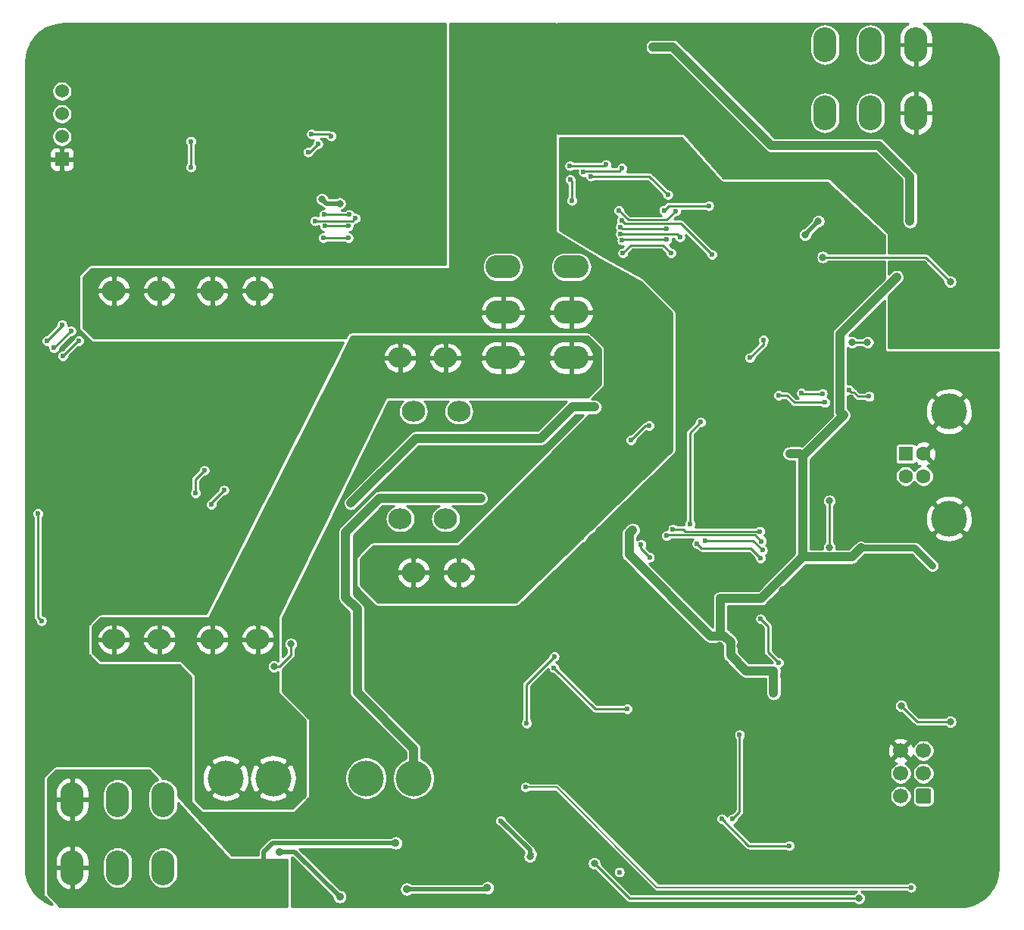
<source format=gbr>
%TF.GenerationSoftware,KiCad,Pcbnew,5.1.10-88a1d61d58~90~ubuntu20.04.1*%
%TF.CreationDate,2021-10-09T22:51:23+02:00*%
%TF.ProjectId,jbc-miniregler,6a62632d-6d69-46e6-9972-65676c65722e,21.0.1*%
%TF.SameCoordinates,PX56c8cc0PY88601c0*%
%TF.FileFunction,Copper,L2,Bot*%
%TF.FilePolarity,Positive*%
%FSLAX46Y46*%
G04 Gerber Fmt 4.6, Leading zero omitted, Abs format (unit mm)*
G04 Created by KiCad (PCBNEW 5.1.10-88a1d61d58~90~ubuntu20.04.1) date 2021-10-09 22:51:23*
%MOMM*%
%LPD*%
G01*
G04 APERTURE LIST*
%TA.AperFunction,ComponentPad*%
%ADD10O,2.600000X2.300000*%
%TD*%
%TA.AperFunction,ComponentPad*%
%ADD11C,1.524000*%
%TD*%
%TA.AperFunction,ComponentPad*%
%ADD12R,1.524000X1.524000*%
%TD*%
%TA.AperFunction,ComponentPad*%
%ADD13O,2.600000X3.900000*%
%TD*%
%TA.AperFunction,ComponentPad*%
%ADD14O,3.900000X2.600000*%
%TD*%
%TA.AperFunction,ComponentPad*%
%ADD15R,1.600000X1.600000*%
%TD*%
%TA.AperFunction,ComponentPad*%
%ADD16C,1.600000*%
%TD*%
%TA.AperFunction,ComponentPad*%
%ADD17C,4.000000*%
%TD*%
%TA.AperFunction,ComponentPad*%
%ADD18C,1.700000*%
%TD*%
%TA.AperFunction,ViaPad*%
%ADD19C,0.900000*%
%TD*%
%TA.AperFunction,ViaPad*%
%ADD20C,0.800000*%
%TD*%
%TA.AperFunction,ViaPad*%
%ADD21C,0.600000*%
%TD*%
%TA.AperFunction,Conductor*%
%ADD22C,0.500000*%
%TD*%
%TA.AperFunction,Conductor*%
%ADD23C,1.000000*%
%TD*%
%TA.AperFunction,Conductor*%
%ADD24C,0.750000*%
%TD*%
%TA.AperFunction,Conductor*%
%ADD25C,0.250000*%
%TD*%
%TA.AperFunction,Conductor*%
%ADD26C,0.150000*%
%TD*%
%TA.AperFunction,Conductor*%
%ADD27C,0.100000*%
%TD*%
G04 APERTURE END LIST*
D10*
%TO.P,J6,1*%
%TO.N,/Stromversorgung/BAT+*%
X42500000Y62000000D03*
X47580000Y62000000D03*
%TD*%
%TO.P,J2,1*%
%TO.N,GNDPWR*%
X21500000Y69500000D03*
X26580000Y69500000D03*
%TD*%
%TO.P,J1,1*%
%TO.N,/Stromversorgung/BAT+*%
X21500000Y30500000D03*
X26580000Y30500000D03*
%TD*%
%TO.P,J13,1*%
%TO.N,GNDPWR*%
X44000000Y38000000D03*
X49080000Y38000000D03*
%TD*%
%TO.P,J12,1*%
%TO.N,Net-(J12-Pad1)*%
X42500000Y44000000D03*
X47580000Y44000000D03*
%TD*%
%TO.P,J10,1*%
%TO.N,GNDPWR*%
X10500000Y69500000D03*
X15580000Y69500000D03*
%TD*%
%TO.P,J8,1*%
%TO.N,/Stromversorgung/BAT+*%
X10500000Y30500000D03*
X15580000Y30500000D03*
%TD*%
%TO.P,J7,1*%
%TO.N,Net-(J7-Pad1)*%
X44000000Y56000000D03*
X49080000Y56000000D03*
%TD*%
D11*
%TO.P,U1,4*%
%TO.N,/Arduino/SDA*%
X4700000Y91820000D03*
%TO.P,U1,3*%
%TO.N,/Arduino/SCL*%
X4700000Y89280000D03*
%TO.P,U1,2*%
%TO.N,+5V*%
X4700000Y86740000D03*
D12*
%TO.P,U1,1*%
%TO.N,GND*%
X4700000Y84200000D03*
%TD*%
D13*
%TO.P,X3,1*%
%TO.N,/Leistungsteil/HTC-*%
X16000000Y5000000D03*
%TO.P,X3,2*%
%TO.N,/Messverst\u00E4rker/TC+*%
X10920000Y5000000D03*
%TO.P,X3,3*%
%TO.N,/Leistungsteil/H+*%
X5840000Y5000000D03*
%TO.P,X3,1*%
%TO.N,/Leistungsteil/HTC-*%
X16000000Y12620000D03*
%TO.P,X3,2*%
%TO.N,/Messverst\u00E4rker/TC+*%
X10920000Y12620000D03*
%TO.P,X3,3*%
%TO.N,/Leistungsteil/H+*%
X5840000Y12620000D03*
%TD*%
%TO.P,X2,1*%
%TO.N,/UART RS232/RS485/TxD_A*%
X90000000Y97000000D03*
%TO.P,X2,2*%
%TO.N,/UART RS232/RS485/RxD_B*%
X95080000Y97000000D03*
%TO.P,X2,3*%
%TO.N,GNDPWR*%
X100160000Y97000000D03*
%TO.P,X2,1*%
%TO.N,/UART RS232/RS485/TxD_A*%
X90000000Y89380000D03*
%TO.P,X2,2*%
%TO.N,/UART RS232/RS485/RxD_B*%
X95080000Y89380000D03*
%TO.P,X2,3*%
%TO.N,GNDPWR*%
X100160000Y89380000D03*
%TD*%
D14*
%TO.P,X1,1*%
%TO.N,/Stromversorgung/BAT+*%
X54000000Y62000000D03*
%TO.P,X1,2*%
%TO.N,GNDPWR*%
X54000000Y67080000D03*
%TO.P,X1,3*%
%TO.N,/Arduino/L\u00F6tkolbenst\u00E4nder*%
X54000000Y72160000D03*
%TO.P,X1,1*%
%TO.N,/Stromversorgung/BAT+*%
X61620000Y62000000D03*
%TO.P,X1,2*%
%TO.N,GNDPWR*%
X61620000Y67080000D03*
%TO.P,X1,3*%
%TO.N,/Arduino/L\u00F6tkolbenst\u00E4nder*%
X61620000Y72160000D03*
%TD*%
D15*
%TO.P,J4,1*%
%TO.N,/Arduino/VUSB*%
X99000000Y51270000D03*
D16*
%TO.P,J4,2*%
%TO.N,/Arduino/Arduino Nano/D-*%
X99000000Y48770000D03*
%TO.P,J4,3*%
%TO.N,/Arduino/Arduino Nano/D+*%
X101000000Y48770000D03*
%TO.P,J4,4*%
%TO.N,GND*%
X101000000Y51270000D03*
D17*
%TO.P,J4,5*%
X103860000Y44020000D03*
X103860000Y56020000D03*
%TD*%
D18*
%TO.P,J5,6*%
%TO.N,GND*%
X98460000Y18080000D03*
%TO.P,J5,4*%
%TO.N,Net-(J5-Pad4)*%
X98460000Y15540000D03*
%TO.P,J5,2*%
%TO.N,+5V*%
X98460000Y13000000D03*
%TO.P,J5,5*%
%TO.N,/Arduino/Arduino Nano/~RESET*%
X101000000Y18080000D03*
%TO.P,J5,3*%
%TO.N,Net-(J5-Pad3)*%
X101000000Y15540000D03*
%TO.P,J5,1*%
%TO.N,Net-(J5-Pad1)*%
%TA.AperFunction,ComponentPad*%
G36*
G01*
X101850000Y13600000D02*
X101850000Y12400000D01*
G75*
G02*
X101600000Y12150000I-250000J0D01*
G01*
X100400000Y12150000D01*
G75*
G02*
X100150000Y12400000I0J250000D01*
G01*
X100150000Y13600000D01*
G75*
G02*
X100400000Y13850000I250000J0D01*
G01*
X101600000Y13850000D01*
G75*
G02*
X101850000Y13600000I0J-250000D01*
G01*
G37*
%TD.AperFunction*%
%TD*%
D17*
%TO.P,F1,2*%
%TO.N,/Stromversorgung/BAT+*%
X23000000Y15000000D03*
X28300000Y15000000D03*
%TO.P,F1,1*%
%TO.N,+BATT*%
X38700000Y15000000D03*
X44000000Y15000000D03*
%TD*%
D19*
%TO.N,GND*%
X51800000Y6400000D03*
X60200000Y5300000D03*
X60200000Y7500000D03*
X51750000Y8500000D03*
X51750000Y10750000D03*
D20*
X60500000Y1500000D03*
X108700000Y37200000D03*
X107400000Y38700000D03*
X98500000Y37700000D03*
X105300000Y30400000D03*
X105300000Y29100000D03*
X96000000Y61500000D03*
X78750000Y49500000D03*
X76750000Y53500000D03*
X74500000Y54250000D03*
X85250000Y36000000D03*
X39000000Y30000000D03*
X39000000Y31000000D03*
X39000000Y29000000D03*
X81000000Y54200000D03*
X83200000Y54200000D03*
X85500000Y54200000D03*
X108500000Y61000000D03*
X73750000Y23000000D03*
X72500000Y23000000D03*
X71250000Y23000000D03*
X77000000Y25824990D03*
X71250000Y24250000D03*
X84350010Y48020592D03*
X96000000Y46750000D03*
X4750000Y82500000D03*
X5500000Y51500000D03*
X9000000Y41000000D03*
X18750000Y41000000D03*
X29000000Y51500000D03*
X17000006Y63000000D03*
X86074990Y47750000D03*
D21*
X90200000Y55600000D03*
X106000000Y15750000D03*
X46600000Y77400000D03*
X41200000Y76500000D03*
X46800000Y88000000D03*
X46300000Y97100000D03*
X10100000Y97400000D03*
X28900000Y91000000D03*
X7400000Y88600000D03*
X2100000Y88000000D03*
X4400000Y75600000D03*
X5500000Y60000000D03*
X97900000Y6000000D03*
X100400000Y10100000D03*
X93500000Y20400000D03*
X90100000Y26600000D03*
X71200000Y39600000D03*
X70900000Y42600000D03*
X68500000Y45900000D03*
X69100000Y46500000D03*
X59900000Y53000000D03*
X61600000Y54600000D03*
X57300000Y55000000D03*
X54100000Y55200000D03*
X51100000Y55600000D03*
X33500000Y36900000D03*
X34700000Y41000000D03*
X38600000Y41900000D03*
X25700000Y44500000D03*
X22800000Y39000000D03*
X6000000Y46800000D03*
X16300000Y46700000D03*
X49200000Y24000000D03*
X58700000Y12300000D03*
X64200000Y12200000D03*
X64400000Y8100000D03*
X50000000Y13300000D03*
X47900000Y1100000D03*
X50600000Y1100000D03*
X54500000Y4500000D03*
X65800000Y1000000D03*
X83600000Y20000000D03*
X82200000Y22700000D03*
X94500000Y15200000D03*
X96600000Y13000000D03*
X94500000Y11200000D03*
X96300000Y9200000D03*
X96500000Y3500000D03*
X103300000Y9900000D03*
X101700000Y20500000D03*
X102900000Y22000000D03*
X108900000Y27400000D03*
X101300000Y22600000D03*
X99500000Y25900000D03*
X101400000Y28900000D03*
X102100000Y25800000D03*
X107600000Y31300000D03*
X108500000Y44700000D03*
X108600000Y52200000D03*
X96100000Y58200000D03*
X96100000Y52900000D03*
X99200000Y56200000D03*
X105100000Y49700000D03*
X99700000Y42800000D03*
X99600000Y45100000D03*
X97300000Y50000000D03*
X94400000Y47000000D03*
X86000000Y56700000D03*
X80900000Y62700000D03*
X79900000Y69500000D03*
X74600000Y74900000D03*
X74400000Y70500000D03*
X74400000Y65000000D03*
X74500000Y59300000D03*
X79300000Y58100000D03*
X77200000Y66500000D03*
X87700000Y60300000D03*
X86800000Y63700000D03*
X83200000Y65300000D03*
X85100000Y68200000D03*
X92900000Y68100000D03*
X95700000Y71000000D03*
X84600000Y71000000D03*
X81800000Y81000000D03*
X85400000Y81100000D03*
X86300000Y76500000D03*
X88400000Y78600000D03*
X92000000Y79500000D03*
X91100000Y75700000D03*
X89600000Y61800000D03*
X90200000Y65400000D03*
X90400000Y59200000D03*
X92900000Y57600000D03*
X88600000Y47800000D03*
X86200000Y44200000D03*
X82200000Y44100000D03*
X84800000Y42300000D03*
X84400000Y38900000D03*
X96900000Y31200000D03*
X75900000Y39500000D03*
X75500000Y36600000D03*
X80700000Y36800000D03*
X78000000Y27800000D03*
X80900000Y25600000D03*
X75600000Y48800000D03*
X80400000Y46100000D03*
X18100000Y59000000D03*
X29900000Y58900000D03*
X26300000Y47200000D03*
X23000000Y48800000D03*
X19600000Y50600000D03*
X19500000Y54000000D03*
X13400000Y57400000D03*
X14000000Y63000000D03*
X8100000Y63000000D03*
X8000000Y73000000D03*
X14600000Y73000000D03*
X16900000Y73200000D03*
X22000000Y80900000D03*
X18900000Y81100000D03*
X14900000Y80800000D03*
X12400000Y80800000D03*
X7600000Y81900000D03*
X13400000Y87600000D03*
X31500000Y87600000D03*
X24600000Y81300000D03*
X29900000Y81300000D03*
X32500000Y81600000D03*
X34600000Y84700000D03*
X37800000Y80200000D03*
X20700000Y97400000D03*
X34000000Y97400000D03*
X38700000Y88200000D03*
X16400000Y91200000D03*
X101000000Y3800000D03*
X98900000Y1300000D03*
X105700000Y1900000D03*
X108900000Y6600000D03*
X19500000Y34700000D03*
X94300000Y58700000D03*
D19*
X58650000Y4600008D03*
D20*
X95250000Y36500000D03*
D21*
X95400000Y76500000D03*
X108900000Y24700000D03*
X106000000Y21600006D03*
X106300000Y25400000D03*
D20*
X78250000Y29850000D03*
D21*
X74400000Y35100000D03*
X45000000Y85300000D03*
X1500000Y48250000D03*
X84750000Y22000000D03*
X85250000Y26500000D03*
X88700000Y37300000D03*
X89600000Y32200000D03*
X94700000Y35400000D03*
D20*
X95500000Y29500000D03*
X85000000Y29750000D03*
X87250000Y29750000D03*
X82750000Y29750008D03*
X80500000Y29750016D03*
D21*
X16750000Y39000000D03*
X15000000Y41250000D03*
X8250000Y33750000D03*
X16000000Y34250000D03*
X6000000Y33000000D03*
X1250000Y22250000D03*
X5000000Y22250000D03*
X15000000Y22000000D03*
X1000000Y58250000D03*
X1250000Y78750000D03*
D20*
X68200000Y85700000D03*
X72400000Y81800000D03*
X73800000Y85900000D03*
D21*
X105400000Y9100000D03*
D20*
X92200000Y32200000D03*
D21*
X95700000Y49700000D03*
D19*
X60298811Y10426145D03*
D21*
X56400000Y12700000D03*
D20*
%TO.N,+5V*%
X94000000Y40750000D03*
X102000000Y38750000D03*
X84250000Y27000000D03*
X84250000Y24500000D03*
X64250000Y56500000D03*
X99500000Y77250000D03*
X70750000Y96750000D03*
X98000000Y71000000D03*
X37000000Y45750000D03*
X58250000Y53000000D03*
X68500000Y42750000D03*
D21*
X78300000Y35100000D03*
D20*
X86050000Y51300000D03*
X92069054Y55576719D03*
D21*
%TO.N,/Arduino/BACK*%
X4800000Y62200000D03*
X6600000Y63900000D03*
X72275021Y75200000D03*
X61500000Y81925055D03*
X61700010Y79575010D03*
X67314219Y75122942D03*
%TO.N,/Arduino/ENTER*%
X33900000Y75400000D03*
X36700000Y75400000D03*
X67400000Y73700000D03*
X72800000Y73700000D03*
%TO.N,/Arduino/DOWN*%
X21400000Y45600000D03*
X22800000Y47200000D03*
X33000000Y77300000D03*
X72275021Y76400000D03*
X37510556Y77589444D03*
X67141336Y76602433D03*
%TO.N,/Arduino/SCL*%
X82700000Y42600000D03*
X72999989Y42849007D03*
%TO.N,/Arduino/UP*%
X36700000Y76724990D03*
X34100000Y76724990D03*
X67139936Y75852423D03*
X73775013Y75474987D03*
%TO.N,/Arduino/SDA*%
X82900000Y41500000D03*
X72293401Y42106588D03*
%TO.N,/Arduino/Ein-Aus-Taster*%
X32600000Y87000000D03*
X63800000Y82300000D03*
X19100000Y83300000D03*
X19100008Y86200000D03*
X34794856Y86794856D03*
X81600000Y62000000D03*
X83100000Y64000000D03*
X72418725Y80218725D03*
D20*
%TO.N,/Arduino/Heizelement*%
X90500000Y46000000D03*
X104000000Y21300000D03*
X90500000Y40800000D03*
X64200000Y5500000D03*
X93800000Y1600000D03*
X98500000Y23100000D03*
D21*
%TO.N,/Arduino/Strom*%
X83000000Y40500000D03*
X76575010Y41575010D03*
X3800000Y63100000D03*
X5700000Y65000000D03*
X67300000Y83200000D03*
X63000000Y82750000D03*
%TO.N,/Arduino/Selbsthaltung*%
X32200000Y85000000D03*
X33300000Y85900000D03*
X66961028Y78456136D03*
X73300000Y78400000D03*
%TO.N,/Arduino/Temperatur*%
X82800000Y39600000D03*
X3000000Y63900000D03*
X4700000Y65700000D03*
X61482157Y83475077D03*
X65500000Y83600002D03*
X75706706Y41207483D03*
%TO.N,/Stromversorgung/BattMessung*%
X69442786Y41108105D03*
X70400000Y39700000D03*
%TO.N,/Leistungsteil/12V*%
X66999988Y4500000D03*
D20*
X57000000Y6250000D03*
D21*
X53750000Y10250000D03*
D19*
%TO.N,/Leistungsteil/H+*%
X25250000Y5250000D03*
X26250000Y5250000D03*
X27250000Y5250000D03*
X28250000Y5250000D03*
X29250000Y5250000D03*
X29250000Y4250000D03*
X29250000Y3250000D03*
X29250000Y2250000D03*
X29250000Y1250000D03*
X28250000Y1250000D03*
X27250000Y1250000D03*
X26250000Y1250000D03*
X25250000Y1250000D03*
X25250000Y2250000D03*
X25250000Y3250000D03*
X25250000Y4250000D03*
X42000000Y7750000D03*
D20*
%TO.N,+BATT*%
X51500000Y46299998D03*
%TO.N,GNDPWR*%
X51400000Y91900000D03*
X51400000Y93800000D03*
X99400000Y66800000D03*
X106800000Y75000000D03*
X107600000Y72200000D03*
X68700000Y92600000D03*
X76250000Y86250000D03*
X81250000Y84250000D03*
X62700000Y43000000D03*
X63700000Y43000000D03*
X62700000Y42000000D03*
X62700000Y42000000D03*
D21*
X50900000Y87700000D03*
X58000000Y87600000D03*
X51100000Y98700000D03*
X60700000Y98800000D03*
X74900000Y99000000D03*
X84900000Y98700000D03*
X105900000Y98700000D03*
X108400000Y93800000D03*
X108500000Y87900000D03*
X108500000Y76400000D03*
X97900000Y79800000D03*
X86100000Y89400000D03*
X73000000Y91300000D03*
X99900000Y93300000D03*
X102700000Y84800000D03*
X106100000Y80700000D03*
X98100000Y76500000D03*
X97600000Y72200000D03*
X102500000Y69600000D03*
X105900000Y63900000D03*
X108800000Y63900000D03*
X100300000Y74000000D03*
X92500000Y82300000D03*
X87700000Y82600000D03*
D19*
%TO.N,Net-(Q1-Pad1)*%
X29000000Y6750030D03*
X35750004Y1750000D03*
D20*
%TO.N,/Messverst\u00E4rker/Shunt*%
X30300000Y30000000D03*
X28400000Y27500000D03*
D21*
%TO.N,/Arduino/VUSB*%
X94925001Y57674999D03*
X92700000Y58400000D03*
X90000000Y57000000D03*
X84800000Y57800000D03*
%TO.N,/Arduino/Arduino Nano/AREF*%
X84800000Y27900000D03*
X82800000Y32800000D03*
%TO.N,/Arduino/Arduino Nano/~RESET*%
X20600000Y49400000D03*
X34000000Y78000000D03*
X36800000Y78000000D03*
X89700000Y58000000D03*
X77348038Y73522628D03*
X67261167Y77342810D03*
X87367904Y58067904D03*
X19632819Y46866077D03*
%TO.N,/Arduino/Arduino Nano/A6*%
X68300000Y52800000D03*
X70349914Y54410909D03*
D19*
%TO.N,Net-(C21-Pad1)*%
X43255000Y2595000D03*
X52250000Y2750000D03*
D20*
%TO.N,Net-(C23-Pad2)*%
X35750000Y79250000D03*
X33750000Y79750000D03*
%TO.N,Net-(JP6-Pad2)*%
X87750000Y75750000D03*
X89250000Y77250000D03*
D21*
%TO.N,/Arduino/ComDriverEnable*%
X72000000Y78500000D03*
X77000000Y79000000D03*
%TO.N,/Stromversorgung/Spannungsregler 12V/fb*%
X59734996Y28615000D03*
X56650000Y21150000D03*
%TO.N,/Stromversorgung/Spannungsregler 12V/~en*%
X59700000Y27350000D03*
X67900000Y22750000D03*
%TO.N,/Stromversorgung/Spannungsregler 5V/fb*%
X86000000Y7450000D03*
X78450000Y10450000D03*
%TO.N,/Stromversorgung/Spannungsregler 5V/~en*%
X79650000Y10450000D03*
X80450000Y19850000D03*
D20*
%TO.N,/UART RS232/RS485/A*%
X104000000Y70500000D03*
X89750000Y73250000D03*
%TO.N,/UART RS232/RS485/di*%
X93000000Y63750000D03*
X94750000Y63750000D03*
D21*
%TO.N,Net-(R22-Pad1)*%
X2400000Y32600000D03*
X2000000Y44600008D03*
%TO.N,/Arduino/Arduino Nano/D10*%
X74900000Y43400000D03*
X76100000Y54800000D03*
%TO.N,/Stromversorgung/12Va*%
X99603999Y2790812D03*
X56500000Y14000000D03*
%TD*%
D22*
%TO.N,GND*%
X4700000Y82550000D02*
X4750000Y82500000D01*
X4700000Y84200000D02*
X4700000Y82550000D01*
D23*
%TO.N,+5V*%
X99500000Y77250000D02*
X99500000Y82250000D01*
X99500000Y82250000D02*
X96000000Y85750000D01*
X96000000Y85750000D02*
X84000000Y85750000D01*
X73000000Y96750000D02*
X70750000Y96750000D01*
X84000000Y85750000D02*
X73000000Y96750000D01*
X44250000Y53000000D02*
X37000000Y45750000D01*
X58250000Y53000000D02*
X44250000Y53000000D01*
X61750000Y56500000D02*
X58250000Y53000000D01*
X64250000Y56500000D02*
X61750000Y56500000D01*
X68500000Y42750000D02*
X68100001Y42350001D01*
X68100001Y39993997D02*
X77193997Y30900001D01*
X79449999Y30204003D02*
X79449999Y28734316D01*
X78754001Y30900001D02*
X79449999Y30204003D01*
X68100001Y42350001D02*
X68100001Y39993997D01*
X84250000Y24500000D02*
X84250000Y27000000D01*
X93000000Y39750000D02*
X94000000Y40750000D01*
X87500000Y39750000D02*
X93000000Y39750000D01*
D24*
X100000000Y40750000D02*
X102000000Y38750000D01*
X94000000Y40750000D02*
X100000000Y40750000D01*
D23*
X87500000Y39750000D02*
X87500000Y51000000D01*
X81184315Y27000000D02*
X79449999Y28734316D01*
X84250000Y27000000D02*
X81184315Y27000000D01*
X78300001Y30900001D02*
X78754001Y30900001D01*
X77193997Y30900001D02*
X78300001Y30900001D01*
X82850000Y35100000D02*
X87500000Y39750000D01*
X78300000Y35100000D02*
X82850000Y35100000D01*
X78300000Y35100000D02*
X78300001Y34675735D01*
X78300001Y34675735D02*
X78300001Y30900001D01*
X91669055Y55976718D02*
X92069054Y55576719D01*
X92069054Y55569054D02*
X92069054Y55576719D01*
X91669055Y64669055D02*
X91669055Y55976718D01*
X98000000Y71000000D02*
X91669055Y64669055D01*
D24*
X92069054Y55576719D02*
X87792335Y51300000D01*
D23*
X87500000Y51000000D02*
X87200000Y51300000D01*
X87200000Y51300000D02*
X86050000Y51300000D01*
D24*
X87792335Y51300000D02*
X86050000Y51300000D01*
D23*
X87500000Y51000000D02*
X92069054Y55569054D01*
D25*
%TO.N,/Arduino/BACK*%
X6500000Y63900000D02*
X6600000Y63900000D01*
X4800000Y62200000D02*
X6500000Y63900000D01*
X61700010Y79575010D02*
X61700010Y81725045D01*
X61700010Y81725045D02*
X61500000Y81925055D01*
X72275021Y75200000D02*
X67391277Y75200000D01*
X67391277Y75200000D02*
X67314219Y75122942D01*
%TO.N,/Arduino/ENTER*%
X33900000Y75400000D02*
X36700000Y75400000D01*
X71900000Y74600000D02*
X72800000Y73700000D01*
X68300000Y74600000D02*
X71900000Y74600000D01*
X67400000Y73700000D02*
X68300000Y74600000D01*
%TO.N,/Arduino/DOWN*%
X21400000Y45800000D02*
X22800000Y47200000D01*
X21400000Y45600000D02*
X21400000Y45800000D01*
X33000000Y77300000D02*
X37221112Y77300000D01*
X37221112Y77300000D02*
X37510556Y77589444D01*
X72275021Y76400000D02*
X67343769Y76400000D01*
X67343769Y76400000D02*
X67141336Y76602433D01*
%TO.N,/Arduino/SCL*%
X82700000Y42600000D02*
X74411575Y42600000D01*
X74162568Y42849007D02*
X74411575Y42600000D01*
X72999989Y42849007D02*
X74162568Y42849007D01*
%TO.N,/Arduino/UP*%
X34100000Y76724990D02*
X36700000Y76724990D01*
X67139936Y75852423D02*
X67192358Y75800001D01*
X67192358Y75800001D02*
X73449999Y75800001D01*
X73449999Y75800001D02*
X73775013Y75474987D01*
%TO.N,/Arduino/SDA*%
X82200001Y42199999D02*
X72386812Y42199999D01*
X82900000Y41500000D02*
X82200001Y42199999D01*
X72386812Y42199999D02*
X72293401Y42106588D01*
%TO.N,/Arduino/Ein-Aus-Taster*%
X19100000Y83300000D02*
X19100000Y86199992D01*
X19100000Y86199992D02*
X19100008Y86200000D01*
X34589712Y87000000D02*
X34794856Y86794856D01*
X32600000Y87000000D02*
X34589712Y87000000D01*
X81600000Y62000000D02*
X83100000Y63500000D01*
X83100000Y63500000D02*
X83100000Y64000000D01*
X63800000Y82300000D02*
X70337450Y82300000D01*
X70337450Y82300000D02*
X72418725Y80218725D01*
%TO.N,/Arduino/Heizelement*%
X98500000Y23100000D02*
X100300000Y21300000D01*
X100300000Y21300000D02*
X104000000Y21300000D01*
X64200000Y5500000D02*
X68100000Y1600000D01*
X68100000Y1600000D02*
X93800000Y1600000D01*
X90500000Y46000000D02*
X90500000Y40800000D01*
%TO.N,/Arduino/Strom*%
X81924990Y41575010D02*
X76575010Y41575010D01*
X83000000Y40500000D02*
X81924990Y41575010D01*
X3800000Y63100000D02*
X5700000Y65000000D01*
X67300000Y83200000D02*
X67000001Y82900001D01*
X67000001Y82900001D02*
X63150001Y82900001D01*
X63150001Y82900001D02*
X63000000Y82750000D01*
%TO.N,/Arduino/Selbsthaltung*%
X32400000Y85000000D02*
X33300000Y85900000D01*
X32200000Y85000000D02*
X32400000Y85000000D01*
X72300000Y77400000D02*
X73300000Y78400000D01*
X68017164Y77400000D02*
X72300000Y77400000D01*
X66961028Y78456136D02*
X68017164Y77400000D01*
%TO.N,/Arduino/Temperatur*%
X4700000Y65600000D02*
X4700000Y65700000D01*
X3000000Y63900000D02*
X4700000Y65600000D01*
X65375075Y83475077D02*
X65500000Y83600002D01*
X61482157Y83475077D02*
X65375075Y83475077D01*
X76214189Y40700000D02*
X75706706Y41207483D01*
X81700000Y40700000D02*
X76214189Y40700000D01*
X82800000Y39600000D02*
X81700000Y40700000D01*
%TO.N,/Stromversorgung/BattMessung*%
X69442786Y40657214D02*
X70400000Y39700000D01*
X69442786Y41108105D02*
X69442786Y40657214D01*
D22*
%TO.N,/Leistungsteil/12V*%
X57250000Y6500000D02*
X57000000Y6250000D01*
X57000000Y7000000D02*
X57000000Y6250000D01*
X53750000Y10250000D02*
X57000000Y7000000D01*
%TO.N,/Leistungsteil/H+*%
X28250000Y7750000D02*
X27250000Y6750000D01*
X42000000Y7750000D02*
X28250000Y7750000D01*
X27250000Y6750000D02*
X27250000Y5250000D01*
D23*
%TO.N,+BATT*%
X44000000Y15000000D02*
X44000000Y18300000D01*
X44000000Y18300000D02*
X37700000Y24600000D01*
X37700000Y24600000D02*
X37700000Y33900000D01*
X37700000Y33900000D02*
X36400000Y35200000D01*
X36400000Y35200000D02*
X36400000Y42500000D01*
X40199998Y46299998D02*
X51500000Y46299998D01*
X36400000Y42500000D02*
X40199998Y46299998D01*
D22*
%TO.N,Net-(Q1-Pad1)*%
X30749974Y6750030D02*
X35750004Y1750000D01*
X29000000Y6750030D02*
X30749974Y6750030D01*
D25*
%TO.N,/Messverst\u00E4rker/Shunt*%
X29000000Y27500000D02*
X28400000Y27500000D01*
X30300000Y28800000D02*
X29000000Y27500000D01*
X30300000Y30000000D02*
X30300000Y28800000D01*
%TO.N,/Arduino/VUSB*%
X92924999Y58175001D02*
X92700000Y58400000D01*
X93176001Y58175001D02*
X92924999Y58175001D01*
X93676003Y57674999D02*
X93176001Y58175001D01*
X94925001Y57674999D02*
X93676003Y57674999D01*
X85751002Y57800000D02*
X84800000Y57800000D01*
X86551002Y57000000D02*
X85751002Y57800000D01*
X90000000Y57000000D02*
X86551002Y57000000D01*
%TO.N,/Arduino/Arduino Nano/AREF*%
X84800000Y27900000D02*
X83600000Y29100000D01*
X83600000Y32000000D02*
X82800000Y32800000D01*
X83600000Y29100000D02*
X83600000Y32000000D01*
%TO.N,/Arduino/Arduino Nano/~RESET*%
X34000000Y78000000D02*
X36800000Y78000000D01*
X67603988Y76999989D02*
X67261167Y77342810D01*
X72999989Y76999989D02*
X67603988Y76999989D01*
X73000000Y77000000D02*
X72999989Y76999989D01*
X73870666Y77000000D02*
X73000000Y77000000D01*
X77348038Y73522628D02*
X73870666Y77000000D01*
X89700000Y58000000D02*
X87435808Y58000000D01*
X87435808Y58000000D02*
X87367904Y58067904D01*
X20600000Y49400000D02*
X19632819Y48432819D01*
X19632819Y48432819D02*
X19632819Y46866077D01*
%TO.N,/Arduino/Arduino Nano/A6*%
X69910909Y54410909D02*
X70349914Y54410909D01*
X68300000Y52800000D02*
X69910909Y54410909D01*
D22*
%TO.N,Net-(C21-Pad1)*%
X52095000Y2595000D02*
X52250000Y2750000D01*
X43255000Y2595000D02*
X52095000Y2595000D01*
%TO.N,Net-(C23-Pad2)*%
X34250000Y79250000D02*
X33750000Y79750000D01*
X35750000Y79250000D02*
X34250000Y79250000D01*
%TO.N,Net-(JP6-Pad2)*%
X87750000Y75750000D02*
X89250000Y77250000D01*
D25*
%TO.N,/Arduino/ComDriverEnable*%
X72000000Y78500000D02*
X72500000Y79000000D01*
X72500000Y79000000D02*
X77000000Y79000000D01*
%TO.N,/Stromversorgung/Spannungsregler 12V/fb*%
X56600000Y25480004D02*
X59734996Y28615000D01*
X56650000Y21150000D02*
X56600000Y25480004D01*
%TO.N,/Stromversorgung/Spannungsregler 12V/~en*%
X64300000Y22750000D02*
X67900000Y22750000D01*
X59700000Y27350000D02*
X64300000Y22750000D01*
%TO.N,/Stromversorgung/Spannungsregler 5V/fb*%
X81450000Y7450000D02*
X78450000Y10450000D01*
X86000000Y7450000D02*
X81450000Y7450000D01*
%TO.N,/Stromversorgung/Spannungsregler 5V/~en*%
X80450000Y11250000D02*
X80450000Y19850000D01*
X79650000Y10450000D02*
X80450000Y11250000D01*
%TO.N,/UART RS232/RS485/A*%
X101250000Y73250000D02*
X89750000Y73250000D01*
X104000000Y70500000D02*
X101250000Y73250000D01*
%TO.N,/UART RS232/RS485/di*%
X93000000Y63750000D02*
X94750000Y63750000D01*
%TO.N,Net-(R22-Pad1)*%
X2400000Y32600000D02*
X2000000Y33000000D01*
X2000000Y33000000D02*
X2000000Y44600008D01*
%TO.N,/Arduino/Arduino Nano/D10*%
X74900000Y53600000D02*
X76100000Y54800000D01*
X74900000Y43400000D02*
X74900000Y53600000D01*
D26*
%TO.N,/Stromversorgung/12Va*%
X99603999Y2790812D02*
X93290812Y2790812D01*
X93290812Y2790812D02*
X71209188Y2790812D01*
X60000000Y14000000D02*
X56500000Y14000000D01*
X71209188Y2790812D02*
X60000000Y14000000D01*
%TD*%
D25*
%TO.N,/Stromversorgung/BAT+*%
X64875000Y62948224D02*
X64875000Y59051776D01*
X63448224Y57625000D01*
X41000000Y57625000D01*
X40975614Y57622598D01*
X40952165Y57615485D01*
X40930554Y57603934D01*
X40911612Y57588388D01*
X40896066Y57569446D01*
X40887742Y57554983D01*
X28887742Y33054983D01*
X28879172Y33032027D01*
X28875000Y33000000D01*
X28875000Y28114700D01*
X28767100Y28186796D01*
X28626059Y28245217D01*
X28476331Y28275000D01*
X28323669Y28275000D01*
X28173941Y28245217D01*
X28032900Y28186796D01*
X27905966Y28101982D01*
X27798018Y27994034D01*
X27713204Y27867100D01*
X27654783Y27726059D01*
X27625000Y27576331D01*
X27625000Y27423669D01*
X27654783Y27273941D01*
X27713204Y27132900D01*
X27798018Y27005966D01*
X27905966Y26898018D01*
X28032900Y26813204D01*
X28173941Y26754783D01*
X28323669Y26725000D01*
X28476331Y26725000D01*
X28626059Y26754783D01*
X28767100Y26813204D01*
X28875000Y26885300D01*
X28875000Y24500000D01*
X28877402Y24475614D01*
X28884515Y24452165D01*
X28896066Y24430554D01*
X28911612Y24411612D01*
X31875000Y21448224D01*
X31875000Y13051776D01*
X30448224Y11625000D01*
X20551776Y11625000D01*
X19625000Y12551776D01*
X19625000Y13159188D01*
X21335965Y13159188D01*
X21552468Y12794979D01*
X22010460Y12554948D01*
X22506480Y12408880D01*
X23021465Y12362387D01*
X23535625Y12417256D01*
X24029202Y12571377D01*
X24447532Y12794979D01*
X24664035Y13159188D01*
X26635965Y13159188D01*
X26852468Y12794979D01*
X27310460Y12554948D01*
X27806480Y12408880D01*
X28321465Y12362387D01*
X28835625Y12417256D01*
X29329202Y12571377D01*
X29747532Y12794979D01*
X29964035Y13159188D01*
X28300000Y14823223D01*
X26635965Y13159188D01*
X24664035Y13159188D01*
X23000000Y14823223D01*
X21335965Y13159188D01*
X19625000Y13159188D01*
X19625000Y14978535D01*
X20362387Y14978535D01*
X20417256Y14464375D01*
X20571377Y13970798D01*
X20794979Y13552468D01*
X21159188Y13335965D01*
X22823223Y15000000D01*
X23176777Y15000000D01*
X24840812Y13335965D01*
X25205021Y13552468D01*
X25445052Y14010460D01*
X25591120Y14506480D01*
X25633737Y14978535D01*
X25662387Y14978535D01*
X25717256Y14464375D01*
X25871377Y13970798D01*
X26094979Y13552468D01*
X26459188Y13335965D01*
X28123223Y15000000D01*
X28476777Y15000000D01*
X30140812Y13335965D01*
X30505021Y13552468D01*
X30745052Y14010460D01*
X30891120Y14506480D01*
X30937613Y15021465D01*
X30882744Y15535625D01*
X30728623Y16029202D01*
X30505021Y16447532D01*
X30140812Y16664035D01*
X28476777Y15000000D01*
X28123223Y15000000D01*
X26459188Y16664035D01*
X26094979Y16447532D01*
X25854948Y15989540D01*
X25708880Y15493520D01*
X25662387Y14978535D01*
X25633737Y14978535D01*
X25637613Y15021465D01*
X25582744Y15535625D01*
X25428623Y16029202D01*
X25205021Y16447532D01*
X24840812Y16664035D01*
X23176777Y15000000D01*
X22823223Y15000000D01*
X21159188Y16664035D01*
X20794979Y16447532D01*
X20554948Y15989540D01*
X20408880Y15493520D01*
X20362387Y14978535D01*
X19625000Y14978535D01*
X19625000Y16840812D01*
X21335965Y16840812D01*
X23000000Y15176777D01*
X24664035Y16840812D01*
X26635965Y16840812D01*
X28300000Y15176777D01*
X29964035Y16840812D01*
X29747532Y17205021D01*
X29289540Y17445052D01*
X28793520Y17591120D01*
X28278535Y17637613D01*
X27764375Y17582744D01*
X27270798Y17428623D01*
X26852468Y17205021D01*
X26635965Y16840812D01*
X24664035Y16840812D01*
X24447532Y17205021D01*
X23989540Y17445052D01*
X23493520Y17591120D01*
X22978535Y17637613D01*
X22464375Y17582744D01*
X21970798Y17428623D01*
X21552468Y17205021D01*
X21335965Y16840812D01*
X19625000Y16840812D01*
X19625000Y26500000D01*
X19622598Y26524386D01*
X19615485Y26547835D01*
X19603934Y26569446D01*
X19588388Y26588388D01*
X18088388Y28088388D01*
X18069446Y28103934D01*
X18047835Y28115485D01*
X18024386Y28122598D01*
X18000000Y28125000D01*
X9051776Y28125000D01*
X8125000Y29051776D01*
X8125000Y30099557D01*
X8620760Y30099557D01*
X8629025Y30061120D01*
X8747714Y29733807D01*
X8927978Y29435939D01*
X9162890Y29178962D01*
X9443422Y28972752D01*
X9758793Y28825233D01*
X10096884Y28742074D01*
X10375000Y28880371D01*
X10375000Y30375000D01*
X10625000Y30375000D01*
X10625000Y28880371D01*
X10903116Y28742074D01*
X11241207Y28825233D01*
X11556578Y28972752D01*
X11837110Y29178962D01*
X12072022Y29435939D01*
X12252286Y29733807D01*
X12370975Y30061120D01*
X12379240Y30099557D01*
X13700760Y30099557D01*
X13709025Y30061120D01*
X13827714Y29733807D01*
X14007978Y29435939D01*
X14242890Y29178962D01*
X14523422Y28972752D01*
X14838793Y28825233D01*
X15176884Y28742074D01*
X15455000Y28880371D01*
X15455000Y30375000D01*
X15705000Y30375000D01*
X15705000Y28880371D01*
X15983116Y28742074D01*
X16321207Y28825233D01*
X16636578Y28972752D01*
X16917110Y29178962D01*
X17152022Y29435939D01*
X17332286Y29733807D01*
X17450975Y30061120D01*
X17459240Y30099557D01*
X19620760Y30099557D01*
X19629025Y30061120D01*
X19747714Y29733807D01*
X19927978Y29435939D01*
X20162890Y29178962D01*
X20443422Y28972752D01*
X20758793Y28825233D01*
X21096884Y28742074D01*
X21375000Y28880371D01*
X21375000Y30375000D01*
X21625000Y30375000D01*
X21625000Y28880371D01*
X21903116Y28742074D01*
X22241207Y28825233D01*
X22556578Y28972752D01*
X22837110Y29178962D01*
X23072022Y29435939D01*
X23252286Y29733807D01*
X23370975Y30061120D01*
X23379240Y30099557D01*
X24700760Y30099557D01*
X24709025Y30061120D01*
X24827714Y29733807D01*
X25007978Y29435939D01*
X25242890Y29178962D01*
X25523422Y28972752D01*
X25838793Y28825233D01*
X26176884Y28742074D01*
X26455000Y28880371D01*
X26455000Y30375000D01*
X26705000Y30375000D01*
X26705000Y28880371D01*
X26983116Y28742074D01*
X27321207Y28825233D01*
X27636578Y28972752D01*
X27917110Y29178962D01*
X28152022Y29435939D01*
X28332286Y29733807D01*
X28450975Y30061120D01*
X28459240Y30099557D01*
X28343917Y30375000D01*
X26705000Y30375000D01*
X26455000Y30375000D01*
X24816083Y30375000D01*
X24700760Y30099557D01*
X23379240Y30099557D01*
X23263917Y30375000D01*
X21625000Y30375000D01*
X21375000Y30375000D01*
X19736083Y30375000D01*
X19620760Y30099557D01*
X17459240Y30099557D01*
X17343917Y30375000D01*
X15705000Y30375000D01*
X15455000Y30375000D01*
X13816083Y30375000D01*
X13700760Y30099557D01*
X12379240Y30099557D01*
X12263917Y30375000D01*
X10625000Y30375000D01*
X10375000Y30375000D01*
X8736083Y30375000D01*
X8620760Y30099557D01*
X8125000Y30099557D01*
X8125000Y30900443D01*
X8620760Y30900443D01*
X8736083Y30625000D01*
X10375000Y30625000D01*
X10375000Y32119629D01*
X10625000Y32119629D01*
X10625000Y30625000D01*
X12263917Y30625000D01*
X12379240Y30900443D01*
X13700760Y30900443D01*
X13816083Y30625000D01*
X15455000Y30625000D01*
X15455000Y32119629D01*
X15705000Y32119629D01*
X15705000Y30625000D01*
X17343917Y30625000D01*
X17459240Y30900443D01*
X19620760Y30900443D01*
X19736083Y30625000D01*
X21375000Y30625000D01*
X21375000Y32119629D01*
X21625000Y32119629D01*
X21625000Y30625000D01*
X23263917Y30625000D01*
X23379240Y30900443D01*
X24700760Y30900443D01*
X24816083Y30625000D01*
X26455000Y30625000D01*
X26455000Y32119629D01*
X26705000Y32119629D01*
X26705000Y30625000D01*
X28343917Y30625000D01*
X28459240Y30900443D01*
X28450975Y30938880D01*
X28332286Y31266193D01*
X28152022Y31564061D01*
X27917110Y31821038D01*
X27636578Y32027248D01*
X27321207Y32174767D01*
X26983116Y32257926D01*
X26705000Y32119629D01*
X26455000Y32119629D01*
X26176884Y32257926D01*
X25838793Y32174767D01*
X25523422Y32027248D01*
X25242890Y31821038D01*
X25007978Y31564061D01*
X24827714Y31266193D01*
X24709025Y30938880D01*
X24700760Y30900443D01*
X23379240Y30900443D01*
X23370975Y30938880D01*
X23252286Y31266193D01*
X23072022Y31564061D01*
X22837110Y31821038D01*
X22556578Y32027248D01*
X22241207Y32174767D01*
X21903116Y32257926D01*
X21625000Y32119629D01*
X21375000Y32119629D01*
X21096884Y32257926D01*
X20758793Y32174767D01*
X20443422Y32027248D01*
X20162890Y31821038D01*
X19927978Y31564061D01*
X19747714Y31266193D01*
X19629025Y30938880D01*
X19620760Y30900443D01*
X17459240Y30900443D01*
X17450975Y30938880D01*
X17332286Y31266193D01*
X17152022Y31564061D01*
X16917110Y31821038D01*
X16636578Y32027248D01*
X16321207Y32174767D01*
X15983116Y32257926D01*
X15705000Y32119629D01*
X15455000Y32119629D01*
X15176884Y32257926D01*
X14838793Y32174767D01*
X14523422Y32027248D01*
X14242890Y31821038D01*
X14007978Y31564061D01*
X13827714Y31266193D01*
X13709025Y30938880D01*
X13700760Y30900443D01*
X12379240Y30900443D01*
X12370975Y30938880D01*
X12252286Y31266193D01*
X12072022Y31564061D01*
X11837110Y31821038D01*
X11556578Y32027248D01*
X11241207Y32174767D01*
X10903116Y32257926D01*
X10625000Y32119629D01*
X10375000Y32119629D01*
X10096884Y32257926D01*
X9758793Y32174767D01*
X9443422Y32027248D01*
X9162890Y31821038D01*
X8927978Y31564061D01*
X8747714Y31266193D01*
X8629025Y30938880D01*
X8620760Y30900443D01*
X8125000Y30900443D01*
X8125000Y31948224D01*
X9051776Y32875000D01*
X21000000Y32875000D01*
X21024386Y32877402D01*
X21047835Y32884515D01*
X21069446Y32896066D01*
X21088388Y32911612D01*
X21103934Y32930554D01*
X21111447Y32943392D01*
X35666959Y61599557D01*
X40620760Y61599557D01*
X40629025Y61561120D01*
X40747714Y61233807D01*
X40927978Y60935939D01*
X41162890Y60678962D01*
X41443422Y60472752D01*
X41758793Y60325233D01*
X42096884Y60242074D01*
X42375000Y60380371D01*
X42375000Y61875000D01*
X42625000Y61875000D01*
X42625000Y60380371D01*
X42903116Y60242074D01*
X43241207Y60325233D01*
X43556578Y60472752D01*
X43837110Y60678962D01*
X44072022Y60935939D01*
X44252286Y61233807D01*
X44370975Y61561120D01*
X44379240Y61599557D01*
X45700760Y61599557D01*
X45709025Y61561120D01*
X45827714Y61233807D01*
X46007978Y60935939D01*
X46242890Y60678962D01*
X46523422Y60472752D01*
X46838793Y60325233D01*
X47176884Y60242074D01*
X47455000Y60380371D01*
X47455000Y61875000D01*
X47705000Y61875000D01*
X47705000Y60380371D01*
X47983116Y60242074D01*
X48321207Y60325233D01*
X48636578Y60472752D01*
X48917110Y60678962D01*
X49152022Y60935939D01*
X49332286Y61233807D01*
X49450975Y61561120D01*
X49454182Y61576038D01*
X51472267Y61576038D01*
X51523698Y61378819D01*
X51679976Y61034461D01*
X51900432Y60727208D01*
X52176594Y60468868D01*
X52497850Y60269368D01*
X52851853Y60136375D01*
X53225000Y60075000D01*
X53875000Y60075000D01*
X53875000Y61875000D01*
X54125000Y61875000D01*
X54125000Y60075000D01*
X54775000Y60075000D01*
X55148147Y60136375D01*
X55502150Y60269368D01*
X55823406Y60468868D01*
X56099568Y60727208D01*
X56320024Y61034461D01*
X56476302Y61378819D01*
X56527733Y61576038D01*
X59092267Y61576038D01*
X59143698Y61378819D01*
X59299976Y61034461D01*
X59520432Y60727208D01*
X59796594Y60468868D01*
X60117850Y60269368D01*
X60471853Y60136375D01*
X60845000Y60075000D01*
X61495000Y60075000D01*
X61495000Y61875000D01*
X61745000Y61875000D01*
X61745000Y60075000D01*
X62395000Y60075000D01*
X62768147Y60136375D01*
X63122150Y60269368D01*
X63443406Y60468868D01*
X63719568Y60727208D01*
X63940024Y61034461D01*
X64096302Y61378819D01*
X64147733Y61576038D01*
X64034328Y61875000D01*
X61745000Y61875000D01*
X61495000Y61875000D01*
X59205672Y61875000D01*
X59092267Y61576038D01*
X56527733Y61576038D01*
X56414328Y61875000D01*
X54125000Y61875000D01*
X53875000Y61875000D01*
X51585672Y61875000D01*
X51472267Y61576038D01*
X49454182Y61576038D01*
X49459240Y61599557D01*
X49343917Y61875000D01*
X47705000Y61875000D01*
X47455000Y61875000D01*
X45816083Y61875000D01*
X45700760Y61599557D01*
X44379240Y61599557D01*
X44263917Y61875000D01*
X42625000Y61875000D01*
X42375000Y61875000D01*
X40736083Y61875000D01*
X40620760Y61599557D01*
X35666959Y61599557D01*
X36073758Y62400443D01*
X40620760Y62400443D01*
X40736083Y62125000D01*
X42375000Y62125000D01*
X42375000Y63619629D01*
X42625000Y63619629D01*
X42625000Y62125000D01*
X44263917Y62125000D01*
X44379240Y62400443D01*
X45700760Y62400443D01*
X45816083Y62125000D01*
X47455000Y62125000D01*
X47455000Y63619629D01*
X47705000Y63619629D01*
X47705000Y62125000D01*
X49343917Y62125000D01*
X49459240Y62400443D01*
X49454183Y62423962D01*
X51472267Y62423962D01*
X51585672Y62125000D01*
X53875000Y62125000D01*
X53875000Y63925000D01*
X54125000Y63925000D01*
X54125000Y62125000D01*
X56414328Y62125000D01*
X56527733Y62423962D01*
X59092267Y62423962D01*
X59205672Y62125000D01*
X61495000Y62125000D01*
X61495000Y63925000D01*
X61745000Y63925000D01*
X61745000Y62125000D01*
X64034328Y62125000D01*
X64147733Y62423962D01*
X64096302Y62621181D01*
X63940024Y62965539D01*
X63719568Y63272792D01*
X63443406Y63531132D01*
X63122150Y63730632D01*
X62768147Y63863625D01*
X62395000Y63925000D01*
X61745000Y63925000D01*
X61495000Y63925000D01*
X60845000Y63925000D01*
X60471853Y63863625D01*
X60117850Y63730632D01*
X59796594Y63531132D01*
X59520432Y63272792D01*
X59299976Y62965539D01*
X59143698Y62621181D01*
X59092267Y62423962D01*
X56527733Y62423962D01*
X56476302Y62621181D01*
X56320024Y62965539D01*
X56099568Y63272792D01*
X55823406Y63531132D01*
X55502150Y63730632D01*
X55148147Y63863625D01*
X54775000Y63925000D01*
X54125000Y63925000D01*
X53875000Y63925000D01*
X53225000Y63925000D01*
X52851853Y63863625D01*
X52497850Y63730632D01*
X52176594Y63531132D01*
X51900432Y63272792D01*
X51679976Y62965539D01*
X51523698Y62621181D01*
X51472267Y62423962D01*
X49454183Y62423962D01*
X49450975Y62438880D01*
X49332286Y62766193D01*
X49152022Y63064061D01*
X48917110Y63321038D01*
X48636578Y63527248D01*
X48321207Y63674767D01*
X47983116Y63757926D01*
X47705000Y63619629D01*
X47455000Y63619629D01*
X47176884Y63757926D01*
X46838793Y63674767D01*
X46523422Y63527248D01*
X46242890Y63321038D01*
X46007978Y63064061D01*
X45827714Y62766193D01*
X45709025Y62438880D01*
X45700760Y62400443D01*
X44379240Y62400443D01*
X44370975Y62438880D01*
X44252286Y62766193D01*
X44072022Y63064061D01*
X43837110Y63321038D01*
X43556578Y63527248D01*
X43241207Y63674767D01*
X42903116Y63757926D01*
X42625000Y63619629D01*
X42375000Y63619629D01*
X42096884Y63757926D01*
X41758793Y63674767D01*
X41443422Y63527248D01*
X41162890Y63321038D01*
X40927978Y63064061D01*
X40747714Y62766193D01*
X40629025Y62438880D01*
X40620760Y62400443D01*
X36073758Y62400443D01*
X37076708Y64375000D01*
X63448224Y64375000D01*
X64875000Y62948224D01*
%TA.AperFunction,Conductor*%
D27*
G36*
X64875000Y62948224D02*
G01*
X64875000Y59051776D01*
X63448224Y57625000D01*
X41000000Y57625000D01*
X40975614Y57622598D01*
X40952165Y57615485D01*
X40930554Y57603934D01*
X40911612Y57588388D01*
X40896066Y57569446D01*
X40887742Y57554983D01*
X28887742Y33054983D01*
X28879172Y33032027D01*
X28875000Y33000000D01*
X28875000Y28114700D01*
X28767100Y28186796D01*
X28626059Y28245217D01*
X28476331Y28275000D01*
X28323669Y28275000D01*
X28173941Y28245217D01*
X28032900Y28186796D01*
X27905966Y28101982D01*
X27798018Y27994034D01*
X27713204Y27867100D01*
X27654783Y27726059D01*
X27625000Y27576331D01*
X27625000Y27423669D01*
X27654783Y27273941D01*
X27713204Y27132900D01*
X27798018Y27005966D01*
X27905966Y26898018D01*
X28032900Y26813204D01*
X28173941Y26754783D01*
X28323669Y26725000D01*
X28476331Y26725000D01*
X28626059Y26754783D01*
X28767100Y26813204D01*
X28875000Y26885300D01*
X28875000Y24500000D01*
X28877402Y24475614D01*
X28884515Y24452165D01*
X28896066Y24430554D01*
X28911612Y24411612D01*
X31875000Y21448224D01*
X31875000Y13051776D01*
X30448224Y11625000D01*
X20551776Y11625000D01*
X19625000Y12551776D01*
X19625000Y13159188D01*
X21335965Y13159188D01*
X21552468Y12794979D01*
X22010460Y12554948D01*
X22506480Y12408880D01*
X23021465Y12362387D01*
X23535625Y12417256D01*
X24029202Y12571377D01*
X24447532Y12794979D01*
X24664035Y13159188D01*
X26635965Y13159188D01*
X26852468Y12794979D01*
X27310460Y12554948D01*
X27806480Y12408880D01*
X28321465Y12362387D01*
X28835625Y12417256D01*
X29329202Y12571377D01*
X29747532Y12794979D01*
X29964035Y13159188D01*
X28300000Y14823223D01*
X26635965Y13159188D01*
X24664035Y13159188D01*
X23000000Y14823223D01*
X21335965Y13159188D01*
X19625000Y13159188D01*
X19625000Y14978535D01*
X20362387Y14978535D01*
X20417256Y14464375D01*
X20571377Y13970798D01*
X20794979Y13552468D01*
X21159188Y13335965D01*
X22823223Y15000000D01*
X23176777Y15000000D01*
X24840812Y13335965D01*
X25205021Y13552468D01*
X25445052Y14010460D01*
X25591120Y14506480D01*
X25633737Y14978535D01*
X25662387Y14978535D01*
X25717256Y14464375D01*
X25871377Y13970798D01*
X26094979Y13552468D01*
X26459188Y13335965D01*
X28123223Y15000000D01*
X28476777Y15000000D01*
X30140812Y13335965D01*
X30505021Y13552468D01*
X30745052Y14010460D01*
X30891120Y14506480D01*
X30937613Y15021465D01*
X30882744Y15535625D01*
X30728623Y16029202D01*
X30505021Y16447532D01*
X30140812Y16664035D01*
X28476777Y15000000D01*
X28123223Y15000000D01*
X26459188Y16664035D01*
X26094979Y16447532D01*
X25854948Y15989540D01*
X25708880Y15493520D01*
X25662387Y14978535D01*
X25633737Y14978535D01*
X25637613Y15021465D01*
X25582744Y15535625D01*
X25428623Y16029202D01*
X25205021Y16447532D01*
X24840812Y16664035D01*
X23176777Y15000000D01*
X22823223Y15000000D01*
X21159188Y16664035D01*
X20794979Y16447532D01*
X20554948Y15989540D01*
X20408880Y15493520D01*
X20362387Y14978535D01*
X19625000Y14978535D01*
X19625000Y16840812D01*
X21335965Y16840812D01*
X23000000Y15176777D01*
X24664035Y16840812D01*
X26635965Y16840812D01*
X28300000Y15176777D01*
X29964035Y16840812D01*
X29747532Y17205021D01*
X29289540Y17445052D01*
X28793520Y17591120D01*
X28278535Y17637613D01*
X27764375Y17582744D01*
X27270798Y17428623D01*
X26852468Y17205021D01*
X26635965Y16840812D01*
X24664035Y16840812D01*
X24447532Y17205021D01*
X23989540Y17445052D01*
X23493520Y17591120D01*
X22978535Y17637613D01*
X22464375Y17582744D01*
X21970798Y17428623D01*
X21552468Y17205021D01*
X21335965Y16840812D01*
X19625000Y16840812D01*
X19625000Y26500000D01*
X19622598Y26524386D01*
X19615485Y26547835D01*
X19603934Y26569446D01*
X19588388Y26588388D01*
X18088388Y28088388D01*
X18069446Y28103934D01*
X18047835Y28115485D01*
X18024386Y28122598D01*
X18000000Y28125000D01*
X9051776Y28125000D01*
X8125000Y29051776D01*
X8125000Y30099557D01*
X8620760Y30099557D01*
X8629025Y30061120D01*
X8747714Y29733807D01*
X8927978Y29435939D01*
X9162890Y29178962D01*
X9443422Y28972752D01*
X9758793Y28825233D01*
X10096884Y28742074D01*
X10375000Y28880371D01*
X10375000Y30375000D01*
X10625000Y30375000D01*
X10625000Y28880371D01*
X10903116Y28742074D01*
X11241207Y28825233D01*
X11556578Y28972752D01*
X11837110Y29178962D01*
X12072022Y29435939D01*
X12252286Y29733807D01*
X12370975Y30061120D01*
X12379240Y30099557D01*
X13700760Y30099557D01*
X13709025Y30061120D01*
X13827714Y29733807D01*
X14007978Y29435939D01*
X14242890Y29178962D01*
X14523422Y28972752D01*
X14838793Y28825233D01*
X15176884Y28742074D01*
X15455000Y28880371D01*
X15455000Y30375000D01*
X15705000Y30375000D01*
X15705000Y28880371D01*
X15983116Y28742074D01*
X16321207Y28825233D01*
X16636578Y28972752D01*
X16917110Y29178962D01*
X17152022Y29435939D01*
X17332286Y29733807D01*
X17450975Y30061120D01*
X17459240Y30099557D01*
X19620760Y30099557D01*
X19629025Y30061120D01*
X19747714Y29733807D01*
X19927978Y29435939D01*
X20162890Y29178962D01*
X20443422Y28972752D01*
X20758793Y28825233D01*
X21096884Y28742074D01*
X21375000Y28880371D01*
X21375000Y30375000D01*
X21625000Y30375000D01*
X21625000Y28880371D01*
X21903116Y28742074D01*
X22241207Y28825233D01*
X22556578Y28972752D01*
X22837110Y29178962D01*
X23072022Y29435939D01*
X23252286Y29733807D01*
X23370975Y30061120D01*
X23379240Y30099557D01*
X24700760Y30099557D01*
X24709025Y30061120D01*
X24827714Y29733807D01*
X25007978Y29435939D01*
X25242890Y29178962D01*
X25523422Y28972752D01*
X25838793Y28825233D01*
X26176884Y28742074D01*
X26455000Y28880371D01*
X26455000Y30375000D01*
X26705000Y30375000D01*
X26705000Y28880371D01*
X26983116Y28742074D01*
X27321207Y28825233D01*
X27636578Y28972752D01*
X27917110Y29178962D01*
X28152022Y29435939D01*
X28332286Y29733807D01*
X28450975Y30061120D01*
X28459240Y30099557D01*
X28343917Y30375000D01*
X26705000Y30375000D01*
X26455000Y30375000D01*
X24816083Y30375000D01*
X24700760Y30099557D01*
X23379240Y30099557D01*
X23263917Y30375000D01*
X21625000Y30375000D01*
X21375000Y30375000D01*
X19736083Y30375000D01*
X19620760Y30099557D01*
X17459240Y30099557D01*
X17343917Y30375000D01*
X15705000Y30375000D01*
X15455000Y30375000D01*
X13816083Y30375000D01*
X13700760Y30099557D01*
X12379240Y30099557D01*
X12263917Y30375000D01*
X10625000Y30375000D01*
X10375000Y30375000D01*
X8736083Y30375000D01*
X8620760Y30099557D01*
X8125000Y30099557D01*
X8125000Y30900443D01*
X8620760Y30900443D01*
X8736083Y30625000D01*
X10375000Y30625000D01*
X10375000Y32119629D01*
X10625000Y32119629D01*
X10625000Y30625000D01*
X12263917Y30625000D01*
X12379240Y30900443D01*
X13700760Y30900443D01*
X13816083Y30625000D01*
X15455000Y30625000D01*
X15455000Y32119629D01*
X15705000Y32119629D01*
X15705000Y30625000D01*
X17343917Y30625000D01*
X17459240Y30900443D01*
X19620760Y30900443D01*
X19736083Y30625000D01*
X21375000Y30625000D01*
X21375000Y32119629D01*
X21625000Y32119629D01*
X21625000Y30625000D01*
X23263917Y30625000D01*
X23379240Y30900443D01*
X24700760Y30900443D01*
X24816083Y30625000D01*
X26455000Y30625000D01*
X26455000Y32119629D01*
X26705000Y32119629D01*
X26705000Y30625000D01*
X28343917Y30625000D01*
X28459240Y30900443D01*
X28450975Y30938880D01*
X28332286Y31266193D01*
X28152022Y31564061D01*
X27917110Y31821038D01*
X27636578Y32027248D01*
X27321207Y32174767D01*
X26983116Y32257926D01*
X26705000Y32119629D01*
X26455000Y32119629D01*
X26176884Y32257926D01*
X25838793Y32174767D01*
X25523422Y32027248D01*
X25242890Y31821038D01*
X25007978Y31564061D01*
X24827714Y31266193D01*
X24709025Y30938880D01*
X24700760Y30900443D01*
X23379240Y30900443D01*
X23370975Y30938880D01*
X23252286Y31266193D01*
X23072022Y31564061D01*
X22837110Y31821038D01*
X22556578Y32027248D01*
X22241207Y32174767D01*
X21903116Y32257926D01*
X21625000Y32119629D01*
X21375000Y32119629D01*
X21096884Y32257926D01*
X20758793Y32174767D01*
X20443422Y32027248D01*
X20162890Y31821038D01*
X19927978Y31564061D01*
X19747714Y31266193D01*
X19629025Y30938880D01*
X19620760Y30900443D01*
X17459240Y30900443D01*
X17450975Y30938880D01*
X17332286Y31266193D01*
X17152022Y31564061D01*
X16917110Y31821038D01*
X16636578Y32027248D01*
X16321207Y32174767D01*
X15983116Y32257926D01*
X15705000Y32119629D01*
X15455000Y32119629D01*
X15176884Y32257926D01*
X14838793Y32174767D01*
X14523422Y32027248D01*
X14242890Y31821038D01*
X14007978Y31564061D01*
X13827714Y31266193D01*
X13709025Y30938880D01*
X13700760Y30900443D01*
X12379240Y30900443D01*
X12370975Y30938880D01*
X12252286Y31266193D01*
X12072022Y31564061D01*
X11837110Y31821038D01*
X11556578Y32027248D01*
X11241207Y32174767D01*
X10903116Y32257926D01*
X10625000Y32119629D01*
X10375000Y32119629D01*
X10096884Y32257926D01*
X9758793Y32174767D01*
X9443422Y32027248D01*
X9162890Y31821038D01*
X8927978Y31564061D01*
X8747714Y31266193D01*
X8629025Y30938880D01*
X8620760Y30900443D01*
X8125000Y30900443D01*
X8125000Y31948224D01*
X9051776Y32875000D01*
X21000000Y32875000D01*
X21024386Y32877402D01*
X21047835Y32884515D01*
X21069446Y32896066D01*
X21088388Y32911612D01*
X21103934Y32930554D01*
X21111447Y32943392D01*
X35666959Y61599557D01*
X40620760Y61599557D01*
X40629025Y61561120D01*
X40747714Y61233807D01*
X40927978Y60935939D01*
X41162890Y60678962D01*
X41443422Y60472752D01*
X41758793Y60325233D01*
X42096884Y60242074D01*
X42375000Y60380371D01*
X42375000Y61875000D01*
X42625000Y61875000D01*
X42625000Y60380371D01*
X42903116Y60242074D01*
X43241207Y60325233D01*
X43556578Y60472752D01*
X43837110Y60678962D01*
X44072022Y60935939D01*
X44252286Y61233807D01*
X44370975Y61561120D01*
X44379240Y61599557D01*
X45700760Y61599557D01*
X45709025Y61561120D01*
X45827714Y61233807D01*
X46007978Y60935939D01*
X46242890Y60678962D01*
X46523422Y60472752D01*
X46838793Y60325233D01*
X47176884Y60242074D01*
X47455000Y60380371D01*
X47455000Y61875000D01*
X47705000Y61875000D01*
X47705000Y60380371D01*
X47983116Y60242074D01*
X48321207Y60325233D01*
X48636578Y60472752D01*
X48917110Y60678962D01*
X49152022Y60935939D01*
X49332286Y61233807D01*
X49450975Y61561120D01*
X49454182Y61576038D01*
X51472267Y61576038D01*
X51523698Y61378819D01*
X51679976Y61034461D01*
X51900432Y60727208D01*
X52176594Y60468868D01*
X52497850Y60269368D01*
X52851853Y60136375D01*
X53225000Y60075000D01*
X53875000Y60075000D01*
X53875000Y61875000D01*
X54125000Y61875000D01*
X54125000Y60075000D01*
X54775000Y60075000D01*
X55148147Y60136375D01*
X55502150Y60269368D01*
X55823406Y60468868D01*
X56099568Y60727208D01*
X56320024Y61034461D01*
X56476302Y61378819D01*
X56527733Y61576038D01*
X59092267Y61576038D01*
X59143698Y61378819D01*
X59299976Y61034461D01*
X59520432Y60727208D01*
X59796594Y60468868D01*
X60117850Y60269368D01*
X60471853Y60136375D01*
X60845000Y60075000D01*
X61495000Y60075000D01*
X61495000Y61875000D01*
X61745000Y61875000D01*
X61745000Y60075000D01*
X62395000Y60075000D01*
X62768147Y60136375D01*
X63122150Y60269368D01*
X63443406Y60468868D01*
X63719568Y60727208D01*
X63940024Y61034461D01*
X64096302Y61378819D01*
X64147733Y61576038D01*
X64034328Y61875000D01*
X61745000Y61875000D01*
X61495000Y61875000D01*
X59205672Y61875000D01*
X59092267Y61576038D01*
X56527733Y61576038D01*
X56414328Y61875000D01*
X54125000Y61875000D01*
X53875000Y61875000D01*
X51585672Y61875000D01*
X51472267Y61576038D01*
X49454182Y61576038D01*
X49459240Y61599557D01*
X49343917Y61875000D01*
X47705000Y61875000D01*
X47455000Y61875000D01*
X45816083Y61875000D01*
X45700760Y61599557D01*
X44379240Y61599557D01*
X44263917Y61875000D01*
X42625000Y61875000D01*
X42375000Y61875000D01*
X40736083Y61875000D01*
X40620760Y61599557D01*
X35666959Y61599557D01*
X36073758Y62400443D01*
X40620760Y62400443D01*
X40736083Y62125000D01*
X42375000Y62125000D01*
X42375000Y63619629D01*
X42625000Y63619629D01*
X42625000Y62125000D01*
X44263917Y62125000D01*
X44379240Y62400443D01*
X45700760Y62400443D01*
X45816083Y62125000D01*
X47455000Y62125000D01*
X47455000Y63619629D01*
X47705000Y63619629D01*
X47705000Y62125000D01*
X49343917Y62125000D01*
X49459240Y62400443D01*
X49454183Y62423962D01*
X51472267Y62423962D01*
X51585672Y62125000D01*
X53875000Y62125000D01*
X53875000Y63925000D01*
X54125000Y63925000D01*
X54125000Y62125000D01*
X56414328Y62125000D01*
X56527733Y62423962D01*
X59092267Y62423962D01*
X59205672Y62125000D01*
X61495000Y62125000D01*
X61495000Y63925000D01*
X61745000Y63925000D01*
X61745000Y62125000D01*
X64034328Y62125000D01*
X64147733Y62423962D01*
X64096302Y62621181D01*
X63940024Y62965539D01*
X63719568Y63272792D01*
X63443406Y63531132D01*
X63122150Y63730632D01*
X62768147Y63863625D01*
X62395000Y63925000D01*
X61745000Y63925000D01*
X61495000Y63925000D01*
X60845000Y63925000D01*
X60471853Y63863625D01*
X60117850Y63730632D01*
X59796594Y63531132D01*
X59520432Y63272792D01*
X59299976Y62965539D01*
X59143698Y62621181D01*
X59092267Y62423962D01*
X56527733Y62423962D01*
X56476302Y62621181D01*
X56320024Y62965539D01*
X56099568Y63272792D01*
X55823406Y63531132D01*
X55502150Y63730632D01*
X55148147Y63863625D01*
X54775000Y63925000D01*
X54125000Y63925000D01*
X53875000Y63925000D01*
X53225000Y63925000D01*
X52851853Y63863625D01*
X52497850Y63730632D01*
X52176594Y63531132D01*
X51900432Y63272792D01*
X51679976Y62965539D01*
X51523698Y62621181D01*
X51472267Y62423962D01*
X49454183Y62423962D01*
X49450975Y62438880D01*
X49332286Y62766193D01*
X49152022Y63064061D01*
X48917110Y63321038D01*
X48636578Y63527248D01*
X48321207Y63674767D01*
X47983116Y63757926D01*
X47705000Y63619629D01*
X47455000Y63619629D01*
X47176884Y63757926D01*
X46838793Y63674767D01*
X46523422Y63527248D01*
X46242890Y63321038D01*
X46007978Y63064061D01*
X45827714Y62766193D01*
X45709025Y62438880D01*
X45700760Y62400443D01*
X44379240Y62400443D01*
X44370975Y62438880D01*
X44252286Y62766193D01*
X44072022Y63064061D01*
X43837110Y63321038D01*
X43556578Y63527248D01*
X43241207Y63674767D01*
X42903116Y63757926D01*
X42625000Y63619629D01*
X42375000Y63619629D01*
X42096884Y63757926D01*
X41758793Y63674767D01*
X41443422Y63527248D01*
X41162890Y63321038D01*
X40927978Y63064061D01*
X40747714Y62766193D01*
X40629025Y62438880D01*
X40620760Y62400443D01*
X36073758Y62400443D01*
X37076708Y64375000D01*
X63448224Y64375000D01*
X64875000Y62948224D01*
G37*
%TD.AperFunction*%
%TD*%
D25*
%TO.N,/Leistungsteil/H+*%
X15382171Y14832953D02*
X15355905Y14824985D01*
X15064919Y14669450D01*
X14809867Y14460134D01*
X14600551Y14205082D01*
X14445016Y13914096D01*
X14349236Y13598357D01*
X14325000Y13352282D01*
X14325000Y11887719D01*
X14349236Y11641644D01*
X14445015Y11325905D01*
X14600550Y11034919D01*
X14809866Y10779866D01*
X15064918Y10570550D01*
X15355904Y10415015D01*
X15671643Y10319236D01*
X16000000Y10286896D01*
X16328356Y10319236D01*
X16644095Y10415015D01*
X16935081Y10570550D01*
X17190134Y10779866D01*
X17399450Y11034918D01*
X17554985Y11325904D01*
X17650764Y11641643D01*
X17675000Y11887718D01*
X17675000Y12285366D01*
X23407088Y5916379D01*
X23425187Y5899860D01*
X23446161Y5887189D01*
X23469204Y5878853D01*
X23500000Y5875000D01*
X29875000Y5875000D01*
X29875000Y625000D01*
X5027838Y625000D01*
X4505125Y671651D01*
X3125000Y2051776D01*
X3125000Y4875000D01*
X3915000Y4875000D01*
X3915000Y4225000D01*
X3976375Y3851853D01*
X4109368Y3497850D01*
X4308868Y3176594D01*
X4567208Y2900432D01*
X4874461Y2679976D01*
X5218819Y2523698D01*
X5416038Y2472267D01*
X5715000Y2585672D01*
X5715000Y4875000D01*
X5965000Y4875000D01*
X5965000Y2585672D01*
X6263962Y2472267D01*
X6461181Y2523698D01*
X6805539Y2679976D01*
X7112792Y2900432D01*
X7371132Y3176594D01*
X7570632Y3497850D01*
X7703625Y3851853D01*
X7765000Y4225000D01*
X7765000Y4875000D01*
X5965000Y4875000D01*
X5715000Y4875000D01*
X3915000Y4875000D01*
X3125000Y4875000D01*
X3125000Y5775000D01*
X3915000Y5775000D01*
X3915000Y5125000D01*
X5715000Y5125000D01*
X5715000Y7414328D01*
X5965000Y7414328D01*
X5965000Y5125000D01*
X7765000Y5125000D01*
X7765000Y5732282D01*
X9245000Y5732282D01*
X9245000Y4267719D01*
X9269236Y4021644D01*
X9365015Y3705905D01*
X9520550Y3414919D01*
X9729866Y3159866D01*
X9984918Y2950550D01*
X10275904Y2795015D01*
X10591643Y2699236D01*
X10920000Y2666896D01*
X11248356Y2699236D01*
X11564095Y2795015D01*
X11855081Y2950550D01*
X12110134Y3159866D01*
X12319450Y3414918D01*
X12474985Y3705904D01*
X12570764Y4021643D01*
X12595000Y4267718D01*
X12595000Y5732282D01*
X14325000Y5732282D01*
X14325000Y4267719D01*
X14349236Y4021644D01*
X14445015Y3705905D01*
X14600550Y3414919D01*
X14809866Y3159866D01*
X15064918Y2950550D01*
X15355904Y2795015D01*
X15671643Y2699236D01*
X16000000Y2666896D01*
X16328356Y2699236D01*
X16644095Y2795015D01*
X16935081Y2950550D01*
X17190134Y3159866D01*
X17399450Y3414918D01*
X17554985Y3705904D01*
X17650764Y4021643D01*
X17675000Y4267718D01*
X17675000Y5732282D01*
X17650764Y5978357D01*
X17554985Y6294096D01*
X17399450Y6585082D01*
X17190134Y6840134D01*
X16935082Y7049450D01*
X16644096Y7204985D01*
X16328357Y7300764D01*
X16000000Y7333104D01*
X15671644Y7300764D01*
X15355905Y7204985D01*
X15064919Y7049450D01*
X14809867Y6840134D01*
X14600551Y6585082D01*
X14445016Y6294096D01*
X14349236Y5978357D01*
X14325000Y5732282D01*
X12595000Y5732282D01*
X12570764Y5978357D01*
X12474985Y6294096D01*
X12319450Y6585082D01*
X12110134Y6840134D01*
X11855082Y7049450D01*
X11564096Y7204985D01*
X11248357Y7300764D01*
X10920000Y7333104D01*
X10591644Y7300764D01*
X10275905Y7204985D01*
X9984919Y7049450D01*
X9729867Y6840134D01*
X9520551Y6585082D01*
X9365016Y6294096D01*
X9269236Y5978357D01*
X9245000Y5732282D01*
X7765000Y5732282D01*
X7765000Y5775000D01*
X7703625Y6148147D01*
X7570632Y6502150D01*
X7371132Y6823406D01*
X7112792Y7099568D01*
X6805539Y7320024D01*
X6461181Y7476302D01*
X6263962Y7527733D01*
X5965000Y7414328D01*
X5715000Y7414328D01*
X5416038Y7527733D01*
X5218819Y7476302D01*
X4874461Y7320024D01*
X4567208Y7099568D01*
X4308868Y6823406D01*
X4109368Y6502150D01*
X3976375Y6148147D01*
X3915000Y5775000D01*
X3125000Y5775000D01*
X3125000Y12495000D01*
X3915000Y12495000D01*
X3915000Y11845000D01*
X3976375Y11471853D01*
X4109368Y11117850D01*
X4308868Y10796594D01*
X4567208Y10520432D01*
X4874461Y10299976D01*
X5218819Y10143698D01*
X5416038Y10092267D01*
X5715000Y10205672D01*
X5715000Y12495000D01*
X5965000Y12495000D01*
X5965000Y10205672D01*
X6263962Y10092267D01*
X6461181Y10143698D01*
X6805539Y10299976D01*
X7112792Y10520432D01*
X7371132Y10796594D01*
X7570632Y11117850D01*
X7703625Y11471853D01*
X7765000Y11845000D01*
X7765000Y12495000D01*
X5965000Y12495000D01*
X5715000Y12495000D01*
X3915000Y12495000D01*
X3125000Y12495000D01*
X3125000Y13395000D01*
X3915000Y13395000D01*
X3915000Y12745000D01*
X5715000Y12745000D01*
X5715000Y15034328D01*
X5965000Y15034328D01*
X5965000Y12745000D01*
X7765000Y12745000D01*
X7765000Y13352282D01*
X9245000Y13352282D01*
X9245000Y11887719D01*
X9269236Y11641644D01*
X9365015Y11325905D01*
X9520550Y11034919D01*
X9729866Y10779866D01*
X9984918Y10570550D01*
X10275904Y10415015D01*
X10591643Y10319236D01*
X10920000Y10286896D01*
X11248356Y10319236D01*
X11564095Y10415015D01*
X11855081Y10570550D01*
X12110134Y10779866D01*
X12319450Y11034918D01*
X12474985Y11325904D01*
X12570764Y11641643D01*
X12595000Y11887718D01*
X12595000Y13352282D01*
X12570764Y13598357D01*
X12474985Y13914096D01*
X12319450Y14205082D01*
X12110134Y14460134D01*
X11855082Y14669450D01*
X11564096Y14824985D01*
X11248357Y14920764D01*
X10920000Y14953104D01*
X10591644Y14920764D01*
X10275905Y14824985D01*
X9984919Y14669450D01*
X9729867Y14460134D01*
X9520551Y14205082D01*
X9365016Y13914096D01*
X9269236Y13598357D01*
X9245000Y13352282D01*
X7765000Y13352282D01*
X7765000Y13395000D01*
X7703625Y13768147D01*
X7570632Y14122150D01*
X7371132Y14443406D01*
X7112792Y14719568D01*
X6805539Y14940024D01*
X6461181Y15096302D01*
X6263962Y15147733D01*
X5965000Y15034328D01*
X5715000Y15034328D01*
X5416038Y15147733D01*
X5218819Y15096302D01*
X4874461Y14940024D01*
X4567208Y14719568D01*
X4308868Y14443406D01*
X4109368Y14122150D01*
X3976375Y13768147D01*
X3915000Y13395000D01*
X3125000Y13395000D01*
X3125000Y14948224D01*
X4051776Y15875000D01*
X14444329Y15875000D01*
X15382171Y14832953D01*
%TA.AperFunction,Conductor*%
D27*
G36*
X15382171Y14832953D02*
G01*
X15355905Y14824985D01*
X15064919Y14669450D01*
X14809867Y14460134D01*
X14600551Y14205082D01*
X14445016Y13914096D01*
X14349236Y13598357D01*
X14325000Y13352282D01*
X14325000Y11887719D01*
X14349236Y11641644D01*
X14445015Y11325905D01*
X14600550Y11034919D01*
X14809866Y10779866D01*
X15064918Y10570550D01*
X15355904Y10415015D01*
X15671643Y10319236D01*
X16000000Y10286896D01*
X16328356Y10319236D01*
X16644095Y10415015D01*
X16935081Y10570550D01*
X17190134Y10779866D01*
X17399450Y11034918D01*
X17554985Y11325904D01*
X17650764Y11641643D01*
X17675000Y11887718D01*
X17675000Y12285366D01*
X23407088Y5916379D01*
X23425187Y5899860D01*
X23446161Y5887189D01*
X23469204Y5878853D01*
X23500000Y5875000D01*
X29875000Y5875000D01*
X29875000Y625000D01*
X5027838Y625000D01*
X4505125Y671651D01*
X3125000Y2051776D01*
X3125000Y4875000D01*
X3915000Y4875000D01*
X3915000Y4225000D01*
X3976375Y3851853D01*
X4109368Y3497850D01*
X4308868Y3176594D01*
X4567208Y2900432D01*
X4874461Y2679976D01*
X5218819Y2523698D01*
X5416038Y2472267D01*
X5715000Y2585672D01*
X5715000Y4875000D01*
X5965000Y4875000D01*
X5965000Y2585672D01*
X6263962Y2472267D01*
X6461181Y2523698D01*
X6805539Y2679976D01*
X7112792Y2900432D01*
X7371132Y3176594D01*
X7570632Y3497850D01*
X7703625Y3851853D01*
X7765000Y4225000D01*
X7765000Y4875000D01*
X5965000Y4875000D01*
X5715000Y4875000D01*
X3915000Y4875000D01*
X3125000Y4875000D01*
X3125000Y5775000D01*
X3915000Y5775000D01*
X3915000Y5125000D01*
X5715000Y5125000D01*
X5715000Y7414328D01*
X5965000Y7414328D01*
X5965000Y5125000D01*
X7765000Y5125000D01*
X7765000Y5732282D01*
X9245000Y5732282D01*
X9245000Y4267719D01*
X9269236Y4021644D01*
X9365015Y3705905D01*
X9520550Y3414919D01*
X9729866Y3159866D01*
X9984918Y2950550D01*
X10275904Y2795015D01*
X10591643Y2699236D01*
X10920000Y2666896D01*
X11248356Y2699236D01*
X11564095Y2795015D01*
X11855081Y2950550D01*
X12110134Y3159866D01*
X12319450Y3414918D01*
X12474985Y3705904D01*
X12570764Y4021643D01*
X12595000Y4267718D01*
X12595000Y5732282D01*
X14325000Y5732282D01*
X14325000Y4267719D01*
X14349236Y4021644D01*
X14445015Y3705905D01*
X14600550Y3414919D01*
X14809866Y3159866D01*
X15064918Y2950550D01*
X15355904Y2795015D01*
X15671643Y2699236D01*
X16000000Y2666896D01*
X16328356Y2699236D01*
X16644095Y2795015D01*
X16935081Y2950550D01*
X17190134Y3159866D01*
X17399450Y3414918D01*
X17554985Y3705904D01*
X17650764Y4021643D01*
X17675000Y4267718D01*
X17675000Y5732282D01*
X17650764Y5978357D01*
X17554985Y6294096D01*
X17399450Y6585082D01*
X17190134Y6840134D01*
X16935082Y7049450D01*
X16644096Y7204985D01*
X16328357Y7300764D01*
X16000000Y7333104D01*
X15671644Y7300764D01*
X15355905Y7204985D01*
X15064919Y7049450D01*
X14809867Y6840134D01*
X14600551Y6585082D01*
X14445016Y6294096D01*
X14349236Y5978357D01*
X14325000Y5732282D01*
X12595000Y5732282D01*
X12570764Y5978357D01*
X12474985Y6294096D01*
X12319450Y6585082D01*
X12110134Y6840134D01*
X11855082Y7049450D01*
X11564096Y7204985D01*
X11248357Y7300764D01*
X10920000Y7333104D01*
X10591644Y7300764D01*
X10275905Y7204985D01*
X9984919Y7049450D01*
X9729867Y6840134D01*
X9520551Y6585082D01*
X9365016Y6294096D01*
X9269236Y5978357D01*
X9245000Y5732282D01*
X7765000Y5732282D01*
X7765000Y5775000D01*
X7703625Y6148147D01*
X7570632Y6502150D01*
X7371132Y6823406D01*
X7112792Y7099568D01*
X6805539Y7320024D01*
X6461181Y7476302D01*
X6263962Y7527733D01*
X5965000Y7414328D01*
X5715000Y7414328D01*
X5416038Y7527733D01*
X5218819Y7476302D01*
X4874461Y7320024D01*
X4567208Y7099568D01*
X4308868Y6823406D01*
X4109368Y6502150D01*
X3976375Y6148147D01*
X3915000Y5775000D01*
X3125000Y5775000D01*
X3125000Y12495000D01*
X3915000Y12495000D01*
X3915000Y11845000D01*
X3976375Y11471853D01*
X4109368Y11117850D01*
X4308868Y10796594D01*
X4567208Y10520432D01*
X4874461Y10299976D01*
X5218819Y10143698D01*
X5416038Y10092267D01*
X5715000Y10205672D01*
X5715000Y12495000D01*
X5965000Y12495000D01*
X5965000Y10205672D01*
X6263962Y10092267D01*
X6461181Y10143698D01*
X6805539Y10299976D01*
X7112792Y10520432D01*
X7371132Y10796594D01*
X7570632Y11117850D01*
X7703625Y11471853D01*
X7765000Y11845000D01*
X7765000Y12495000D01*
X5965000Y12495000D01*
X5715000Y12495000D01*
X3915000Y12495000D01*
X3125000Y12495000D01*
X3125000Y13395000D01*
X3915000Y13395000D01*
X3915000Y12745000D01*
X5715000Y12745000D01*
X5715000Y15034328D01*
X5965000Y15034328D01*
X5965000Y12745000D01*
X7765000Y12745000D01*
X7765000Y13352282D01*
X9245000Y13352282D01*
X9245000Y11887719D01*
X9269236Y11641644D01*
X9365015Y11325905D01*
X9520550Y11034919D01*
X9729866Y10779866D01*
X9984918Y10570550D01*
X10275904Y10415015D01*
X10591643Y10319236D01*
X10920000Y10286896D01*
X11248356Y10319236D01*
X11564095Y10415015D01*
X11855081Y10570550D01*
X12110134Y10779866D01*
X12319450Y11034918D01*
X12474985Y11325904D01*
X12570764Y11641643D01*
X12595000Y11887718D01*
X12595000Y13352282D01*
X12570764Y13598357D01*
X12474985Y13914096D01*
X12319450Y14205082D01*
X12110134Y14460134D01*
X11855082Y14669450D01*
X11564096Y14824985D01*
X11248357Y14920764D01*
X10920000Y14953104D01*
X10591644Y14920764D01*
X10275905Y14824985D01*
X9984919Y14669450D01*
X9729867Y14460134D01*
X9520551Y14205082D01*
X9365016Y13914096D01*
X9269236Y13598357D01*
X9245000Y13352282D01*
X7765000Y13352282D01*
X7765000Y13395000D01*
X7703625Y13768147D01*
X7570632Y14122150D01*
X7371132Y14443406D01*
X7112792Y14719568D01*
X6805539Y14940024D01*
X6461181Y15096302D01*
X6263962Y15147733D01*
X5965000Y15034328D01*
X5715000Y15034328D01*
X5416038Y15147733D01*
X5218819Y15096302D01*
X4874461Y14940024D01*
X4567208Y14719568D01*
X4308868Y14443406D01*
X4109368Y14122150D01*
X3976375Y13768147D01*
X3915000Y13395000D01*
X3125000Y13395000D01*
X3125000Y14948224D01*
X4051776Y15875000D01*
X14444329Y15875000D01*
X15382171Y14832953D01*
G37*
%TD.AperFunction*%
%TD*%
D25*
%TO.N,GNDPWR*%
X59843144Y76068144D02*
X59845546Y76043758D01*
X59852659Y76020309D01*
X59864210Y75998698D01*
X59879756Y75979756D01*
X59903832Y75960957D01*
X64903832Y72960957D01*
X64907439Y72958874D01*
X69392137Y70467375D01*
X72843144Y67016368D01*
X72843144Y51620985D01*
X55417425Y34693144D01*
X40019920Y34693144D01*
X38093144Y36619920D01*
X38093144Y37599557D01*
X42120760Y37599557D01*
X42129025Y37561120D01*
X42247714Y37233807D01*
X42427978Y36935939D01*
X42662890Y36678962D01*
X42943422Y36472752D01*
X43258793Y36325233D01*
X43596884Y36242074D01*
X43875000Y36380371D01*
X43875000Y37875000D01*
X44125000Y37875000D01*
X44125000Y36380371D01*
X44403116Y36242074D01*
X44741207Y36325233D01*
X45056578Y36472752D01*
X45337110Y36678962D01*
X45572022Y36935939D01*
X45752286Y37233807D01*
X45870975Y37561120D01*
X45879240Y37599557D01*
X47200760Y37599557D01*
X47209025Y37561120D01*
X47327714Y37233807D01*
X47507978Y36935939D01*
X47742890Y36678962D01*
X48023422Y36472752D01*
X48338793Y36325233D01*
X48676884Y36242074D01*
X48955000Y36380371D01*
X48955000Y37875000D01*
X49205000Y37875000D01*
X49205000Y36380371D01*
X49483116Y36242074D01*
X49821207Y36325233D01*
X50136578Y36472752D01*
X50417110Y36678962D01*
X50652022Y36935939D01*
X50832286Y37233807D01*
X50950975Y37561120D01*
X50959240Y37599557D01*
X50843917Y37875000D01*
X49205000Y37875000D01*
X48955000Y37875000D01*
X47316083Y37875000D01*
X47200760Y37599557D01*
X45879240Y37599557D01*
X45763917Y37875000D01*
X44125000Y37875000D01*
X43875000Y37875000D01*
X42236083Y37875000D01*
X42120760Y37599557D01*
X38093144Y37599557D01*
X38093144Y38400443D01*
X42120760Y38400443D01*
X42236083Y38125000D01*
X43875000Y38125000D01*
X43875000Y39619629D01*
X44125000Y39619629D01*
X44125000Y38125000D01*
X45763917Y38125000D01*
X45879240Y38400443D01*
X47200760Y38400443D01*
X47316083Y38125000D01*
X48955000Y38125000D01*
X48955000Y39619629D01*
X49205000Y39619629D01*
X49205000Y38125000D01*
X50843917Y38125000D01*
X50959240Y38400443D01*
X50950975Y38438880D01*
X50832286Y38766193D01*
X50652022Y39064061D01*
X50417110Y39321038D01*
X50136578Y39527248D01*
X49821207Y39674767D01*
X49483116Y39757926D01*
X49205000Y39619629D01*
X48955000Y39619629D01*
X48676884Y39757926D01*
X48338793Y39674767D01*
X48023422Y39527248D01*
X47742890Y39321038D01*
X47507978Y39064061D01*
X47327714Y38766193D01*
X47209025Y38438880D01*
X47200760Y38400443D01*
X45879240Y38400443D01*
X45870975Y38438880D01*
X45752286Y38766193D01*
X45572022Y39064061D01*
X45337110Y39321038D01*
X45056578Y39527248D01*
X44741207Y39674767D01*
X44403116Y39757926D01*
X44125000Y39619629D01*
X43875000Y39619629D01*
X43596884Y39757926D01*
X43258793Y39674767D01*
X42943422Y39527248D01*
X42662890Y39321038D01*
X42427978Y39064061D01*
X42247714Y38766193D01*
X42129025Y38438880D01*
X42120760Y38400443D01*
X38093144Y38400443D01*
X38093144Y39516368D01*
X39519920Y40943144D01*
X48968144Y40943144D01*
X48992530Y40945546D01*
X49015979Y40952659D01*
X49037590Y40964210D01*
X49056532Y40979756D01*
X60943258Y52866482D01*
X67625000Y52866482D01*
X67625000Y52733518D01*
X67650940Y52603110D01*
X67701823Y52480268D01*
X67775693Y52369713D01*
X67869713Y52275693D01*
X67980268Y52201823D01*
X68103110Y52150940D01*
X68233518Y52125000D01*
X68366482Y52125000D01*
X68496890Y52150940D01*
X68619732Y52201823D01*
X68730287Y52275693D01*
X68824307Y52369713D01*
X68898177Y52480268D01*
X68949060Y52603110D01*
X68975000Y52733518D01*
X68975000Y52767895D01*
X70023982Y53816875D01*
X70030182Y53812732D01*
X70153024Y53761849D01*
X70283432Y53735909D01*
X70416396Y53735909D01*
X70546804Y53761849D01*
X70669646Y53812732D01*
X70780201Y53886602D01*
X70874221Y53980622D01*
X70948091Y54091177D01*
X70998974Y54214019D01*
X71024914Y54344427D01*
X71024914Y54477391D01*
X70998974Y54607799D01*
X70948091Y54730641D01*
X70874221Y54841196D01*
X70780201Y54935216D01*
X70669646Y55009086D01*
X70546804Y55059969D01*
X70416396Y55085909D01*
X70283432Y55085909D01*
X70153024Y55059969D01*
X70030182Y55009086D01*
X69919627Y54935216D01*
X69896299Y54911888D01*
X69886358Y54910909D01*
X69886349Y54910909D01*
X69812892Y54903674D01*
X69718642Y54875084D01*
X69631780Y54828655D01*
X69555645Y54766173D01*
X69539989Y54747096D01*
X68267895Y53475000D01*
X68233518Y53475000D01*
X68103110Y53449060D01*
X67980268Y53398177D01*
X67869713Y53324307D01*
X67775693Y53230287D01*
X67701823Y53119732D01*
X67650940Y52996890D01*
X67625000Y52866482D01*
X60943258Y52866482D01*
X63556532Y55479756D01*
X63572078Y55498698D01*
X63583629Y55520309D01*
X63590742Y55543758D01*
X63593144Y55568144D01*
X63593144Y55625000D01*
X64292979Y55625000D01*
X64421530Y55637661D01*
X64586468Y55687695D01*
X64738476Y55768944D01*
X64871712Y55878288D01*
X64981056Y56011524D01*
X65062305Y56163532D01*
X65112339Y56328470D01*
X65129233Y56500000D01*
X65112339Y56671530D01*
X65062305Y56836468D01*
X64981056Y56988476D01*
X64871712Y57121712D01*
X64738476Y57231056D01*
X64586468Y57312305D01*
X64421530Y57362339D01*
X64292979Y57375000D01*
X63905330Y57375000D01*
X65265165Y58734835D01*
X65311801Y58791661D01*
X65346455Y58856494D01*
X65367794Y58926841D01*
X65375000Y59000000D01*
X65375000Y63000000D01*
X65367794Y63073159D01*
X65346455Y63143506D01*
X65311801Y63208339D01*
X65265165Y63265165D01*
X63765165Y64765165D01*
X63708339Y64811801D01*
X63643506Y64846455D01*
X63573159Y64867794D01*
X63500000Y64875000D01*
X37000000Y64875000D01*
X36955453Y64872345D01*
X36883669Y64856500D01*
X36816354Y64826954D01*
X36756097Y64784845D01*
X36705213Y64731788D01*
X36665658Y64669825D01*
X36423534Y64193144D01*
X8269920Y64193144D01*
X7093144Y65369920D01*
X7093144Y66656038D01*
X51472267Y66656038D01*
X51523698Y66458819D01*
X51679976Y66114461D01*
X51900432Y65807208D01*
X52176594Y65548868D01*
X52497850Y65349368D01*
X52851853Y65216375D01*
X53225000Y65155000D01*
X53875000Y65155000D01*
X53875000Y66955000D01*
X54125000Y66955000D01*
X54125000Y65155000D01*
X54775000Y65155000D01*
X55148147Y65216375D01*
X55502150Y65349368D01*
X55823406Y65548868D01*
X56099568Y65807208D01*
X56320024Y66114461D01*
X56476302Y66458819D01*
X56527733Y66656038D01*
X59092267Y66656038D01*
X59143698Y66458819D01*
X59299976Y66114461D01*
X59520432Y65807208D01*
X59796594Y65548868D01*
X60117850Y65349368D01*
X60471853Y65216375D01*
X60845000Y65155000D01*
X61495000Y65155000D01*
X61495000Y66955000D01*
X61745000Y66955000D01*
X61745000Y65155000D01*
X62395000Y65155000D01*
X62768147Y65216375D01*
X63122150Y65349368D01*
X63443406Y65548868D01*
X63719568Y65807208D01*
X63940024Y66114461D01*
X64096302Y66458819D01*
X64147733Y66656038D01*
X64034328Y66955000D01*
X61745000Y66955000D01*
X61495000Y66955000D01*
X59205672Y66955000D01*
X59092267Y66656038D01*
X56527733Y66656038D01*
X56414328Y66955000D01*
X54125000Y66955000D01*
X53875000Y66955000D01*
X51585672Y66955000D01*
X51472267Y66656038D01*
X7093144Y66656038D01*
X7093144Y67503962D01*
X51472267Y67503962D01*
X51585672Y67205000D01*
X53875000Y67205000D01*
X53875000Y69005000D01*
X54125000Y69005000D01*
X54125000Y67205000D01*
X56414328Y67205000D01*
X56527733Y67503962D01*
X59092267Y67503962D01*
X59205672Y67205000D01*
X61495000Y67205000D01*
X61495000Y69005000D01*
X61745000Y69005000D01*
X61745000Y67205000D01*
X64034328Y67205000D01*
X64147733Y67503962D01*
X64096302Y67701181D01*
X63940024Y68045539D01*
X63719568Y68352792D01*
X63443406Y68611132D01*
X63122150Y68810632D01*
X62768147Y68943625D01*
X62395000Y69005000D01*
X61745000Y69005000D01*
X61495000Y69005000D01*
X60845000Y69005000D01*
X60471853Y68943625D01*
X60117850Y68810632D01*
X59796594Y68611132D01*
X59520432Y68352792D01*
X59299976Y68045539D01*
X59143698Y67701181D01*
X59092267Y67503962D01*
X56527733Y67503962D01*
X56476302Y67701181D01*
X56320024Y68045539D01*
X56099568Y68352792D01*
X55823406Y68611132D01*
X55502150Y68810632D01*
X55148147Y68943625D01*
X54775000Y69005000D01*
X54125000Y69005000D01*
X53875000Y69005000D01*
X53225000Y69005000D01*
X52851853Y68943625D01*
X52497850Y68810632D01*
X52176594Y68611132D01*
X51900432Y68352792D01*
X51679976Y68045539D01*
X51523698Y67701181D01*
X51472267Y67503962D01*
X7093144Y67503962D01*
X7093144Y69099557D01*
X8620760Y69099557D01*
X8629025Y69061120D01*
X8747714Y68733807D01*
X8927978Y68435939D01*
X9162890Y68178962D01*
X9443422Y67972752D01*
X9758793Y67825233D01*
X10096884Y67742074D01*
X10375000Y67880371D01*
X10375000Y69375000D01*
X10625000Y69375000D01*
X10625000Y67880371D01*
X10903116Y67742074D01*
X11241207Y67825233D01*
X11556578Y67972752D01*
X11837110Y68178962D01*
X12072022Y68435939D01*
X12252286Y68733807D01*
X12370975Y69061120D01*
X12379240Y69099557D01*
X13700760Y69099557D01*
X13709025Y69061120D01*
X13827714Y68733807D01*
X14007978Y68435939D01*
X14242890Y68178962D01*
X14523422Y67972752D01*
X14838793Y67825233D01*
X15176884Y67742074D01*
X15455000Y67880371D01*
X15455000Y69375000D01*
X15705000Y69375000D01*
X15705000Y67880371D01*
X15983116Y67742074D01*
X16321207Y67825233D01*
X16636578Y67972752D01*
X16917110Y68178962D01*
X17152022Y68435939D01*
X17332286Y68733807D01*
X17450975Y69061120D01*
X17459240Y69099557D01*
X19620760Y69099557D01*
X19629025Y69061120D01*
X19747714Y68733807D01*
X19927978Y68435939D01*
X20162890Y68178962D01*
X20443422Y67972752D01*
X20758793Y67825233D01*
X21096884Y67742074D01*
X21375000Y67880371D01*
X21375000Y69375000D01*
X21625000Y69375000D01*
X21625000Y67880371D01*
X21903116Y67742074D01*
X22241207Y67825233D01*
X22556578Y67972752D01*
X22837110Y68178962D01*
X23072022Y68435939D01*
X23252286Y68733807D01*
X23370975Y69061120D01*
X23379240Y69099557D01*
X24700760Y69099557D01*
X24709025Y69061120D01*
X24827714Y68733807D01*
X25007978Y68435939D01*
X25242890Y68178962D01*
X25523422Y67972752D01*
X25838793Y67825233D01*
X26176884Y67742074D01*
X26455000Y67880371D01*
X26455000Y69375000D01*
X26705000Y69375000D01*
X26705000Y67880371D01*
X26983116Y67742074D01*
X27321207Y67825233D01*
X27636578Y67972752D01*
X27917110Y68178962D01*
X28152022Y68435939D01*
X28332286Y68733807D01*
X28450975Y69061120D01*
X28459240Y69099557D01*
X28343917Y69375000D01*
X26705000Y69375000D01*
X26455000Y69375000D01*
X24816083Y69375000D01*
X24700760Y69099557D01*
X23379240Y69099557D01*
X23263917Y69375000D01*
X21625000Y69375000D01*
X21375000Y69375000D01*
X19736083Y69375000D01*
X19620760Y69099557D01*
X17459240Y69099557D01*
X17343917Y69375000D01*
X15705000Y69375000D01*
X15455000Y69375000D01*
X13816083Y69375000D01*
X13700760Y69099557D01*
X12379240Y69099557D01*
X12263917Y69375000D01*
X10625000Y69375000D01*
X10375000Y69375000D01*
X8736083Y69375000D01*
X8620760Y69099557D01*
X7093144Y69099557D01*
X7093144Y69900443D01*
X8620760Y69900443D01*
X8736083Y69625000D01*
X10375000Y69625000D01*
X10375000Y71119629D01*
X10625000Y71119629D01*
X10625000Y69625000D01*
X12263917Y69625000D01*
X12379240Y69900443D01*
X13700760Y69900443D01*
X13816083Y69625000D01*
X15455000Y69625000D01*
X15455000Y71119629D01*
X15705000Y71119629D01*
X15705000Y69625000D01*
X17343917Y69625000D01*
X17459240Y69900443D01*
X19620760Y69900443D01*
X19736083Y69625000D01*
X21375000Y69625000D01*
X21375000Y71119629D01*
X21625000Y71119629D01*
X21625000Y69625000D01*
X23263917Y69625000D01*
X23379240Y69900443D01*
X24700760Y69900443D01*
X24816083Y69625000D01*
X26455000Y69625000D01*
X26455000Y71119629D01*
X26705000Y71119629D01*
X26705000Y69625000D01*
X28343917Y69625000D01*
X28459240Y69900443D01*
X28450975Y69938880D01*
X28332286Y70266193D01*
X28152022Y70564061D01*
X27917110Y70821038D01*
X27636578Y71027248D01*
X27321207Y71174767D01*
X26983116Y71257926D01*
X26705000Y71119629D01*
X26455000Y71119629D01*
X26176884Y71257926D01*
X25838793Y71174767D01*
X25523422Y71027248D01*
X25242890Y70821038D01*
X25007978Y70564061D01*
X24827714Y70266193D01*
X24709025Y69938880D01*
X24700760Y69900443D01*
X23379240Y69900443D01*
X23370975Y69938880D01*
X23252286Y70266193D01*
X23072022Y70564061D01*
X22837110Y70821038D01*
X22556578Y71027248D01*
X22241207Y71174767D01*
X21903116Y71257926D01*
X21625000Y71119629D01*
X21375000Y71119629D01*
X21096884Y71257926D01*
X20758793Y71174767D01*
X20443422Y71027248D01*
X20162890Y70821038D01*
X19927978Y70564061D01*
X19747714Y70266193D01*
X19629025Y69938880D01*
X19620760Y69900443D01*
X17459240Y69900443D01*
X17450975Y69938880D01*
X17332286Y70266193D01*
X17152022Y70564061D01*
X16917110Y70821038D01*
X16636578Y71027248D01*
X16321207Y71174767D01*
X15983116Y71257926D01*
X15705000Y71119629D01*
X15455000Y71119629D01*
X15176884Y71257926D01*
X14838793Y71174767D01*
X14523422Y71027248D01*
X14242890Y70821038D01*
X14007978Y70564061D01*
X13827714Y70266193D01*
X13709025Y69938880D01*
X13700760Y69900443D01*
X12379240Y69900443D01*
X12370975Y69938880D01*
X12252286Y70266193D01*
X12072022Y70564061D01*
X11837110Y70821038D01*
X11556578Y71027248D01*
X11241207Y71174767D01*
X10903116Y71257926D01*
X10625000Y71119629D01*
X10375000Y71119629D01*
X10096884Y71257926D01*
X9758793Y71174767D01*
X9443422Y71027248D01*
X9162890Y70821038D01*
X8927978Y70564061D01*
X8747714Y70266193D01*
X8629025Y69938880D01*
X8620760Y69900443D01*
X7093144Y69900443D01*
X7093144Y71016368D01*
X8019920Y71943144D01*
X47968144Y71943144D01*
X47992530Y71945546D01*
X48015979Y71952659D01*
X48037590Y71964210D01*
X48056532Y71979756D01*
X48072078Y71998698D01*
X48083629Y72020309D01*
X48090742Y72043758D01*
X48093144Y72068144D01*
X48093144Y72160000D01*
X51666896Y72160000D01*
X51699236Y71831643D01*
X51795015Y71515904D01*
X51950550Y71224918D01*
X52159866Y70969866D01*
X52414918Y70760550D01*
X52705904Y70605015D01*
X53021643Y70509236D01*
X53267718Y70485000D01*
X54732282Y70485000D01*
X54978357Y70509236D01*
X55294096Y70605015D01*
X55585082Y70760550D01*
X55840134Y70969866D01*
X56049450Y71224918D01*
X56204985Y71515904D01*
X56300764Y71831643D01*
X56333104Y72160000D01*
X59286896Y72160000D01*
X59319236Y71831643D01*
X59415015Y71515904D01*
X59570550Y71224918D01*
X59779866Y70969866D01*
X60034918Y70760550D01*
X60325904Y70605015D01*
X60641643Y70509236D01*
X60887718Y70485000D01*
X62352282Y70485000D01*
X62598357Y70509236D01*
X62914096Y70605015D01*
X63205082Y70760550D01*
X63460134Y70969866D01*
X63669450Y71224918D01*
X63824985Y71515904D01*
X63920764Y71831643D01*
X63953104Y72160000D01*
X63920764Y72488357D01*
X63824985Y72804096D01*
X63669450Y73095082D01*
X63460134Y73350134D01*
X63205082Y73559450D01*
X62914096Y73714985D01*
X62598357Y73810764D01*
X62352282Y73835000D01*
X60887718Y73835000D01*
X60641643Y73810764D01*
X60325904Y73714985D01*
X60034918Y73559450D01*
X59779866Y73350134D01*
X59570550Y73095082D01*
X59415015Y72804096D01*
X59319236Y72488357D01*
X59286896Y72160000D01*
X56333104Y72160000D01*
X56300764Y72488357D01*
X56204985Y72804096D01*
X56049450Y73095082D01*
X55840134Y73350134D01*
X55585082Y73559450D01*
X55294096Y73714985D01*
X54978357Y73810764D01*
X54732282Y73835000D01*
X53267718Y73835000D01*
X53021643Y73810764D01*
X52705904Y73714985D01*
X52414918Y73559450D01*
X52159866Y73350134D01*
X51950550Y73095082D01*
X51795015Y72804096D01*
X51699236Y72488357D01*
X51666896Y72160000D01*
X48093144Y72160000D01*
X48093144Y99375000D01*
X59843144Y99375000D01*
X59843144Y76068144D01*
%TA.AperFunction,Conductor*%
D27*
G36*
X59843144Y76068144D02*
G01*
X59845546Y76043758D01*
X59852659Y76020309D01*
X59864210Y75998698D01*
X59879756Y75979756D01*
X59903832Y75960957D01*
X64903832Y72960957D01*
X64907439Y72958874D01*
X69392137Y70467375D01*
X72843144Y67016368D01*
X72843144Y51620985D01*
X55417425Y34693144D01*
X40019920Y34693144D01*
X38093144Y36619920D01*
X38093144Y37599557D01*
X42120760Y37599557D01*
X42129025Y37561120D01*
X42247714Y37233807D01*
X42427978Y36935939D01*
X42662890Y36678962D01*
X42943422Y36472752D01*
X43258793Y36325233D01*
X43596884Y36242074D01*
X43875000Y36380371D01*
X43875000Y37875000D01*
X44125000Y37875000D01*
X44125000Y36380371D01*
X44403116Y36242074D01*
X44741207Y36325233D01*
X45056578Y36472752D01*
X45337110Y36678962D01*
X45572022Y36935939D01*
X45752286Y37233807D01*
X45870975Y37561120D01*
X45879240Y37599557D01*
X47200760Y37599557D01*
X47209025Y37561120D01*
X47327714Y37233807D01*
X47507978Y36935939D01*
X47742890Y36678962D01*
X48023422Y36472752D01*
X48338793Y36325233D01*
X48676884Y36242074D01*
X48955000Y36380371D01*
X48955000Y37875000D01*
X49205000Y37875000D01*
X49205000Y36380371D01*
X49483116Y36242074D01*
X49821207Y36325233D01*
X50136578Y36472752D01*
X50417110Y36678962D01*
X50652022Y36935939D01*
X50832286Y37233807D01*
X50950975Y37561120D01*
X50959240Y37599557D01*
X50843917Y37875000D01*
X49205000Y37875000D01*
X48955000Y37875000D01*
X47316083Y37875000D01*
X47200760Y37599557D01*
X45879240Y37599557D01*
X45763917Y37875000D01*
X44125000Y37875000D01*
X43875000Y37875000D01*
X42236083Y37875000D01*
X42120760Y37599557D01*
X38093144Y37599557D01*
X38093144Y38400443D01*
X42120760Y38400443D01*
X42236083Y38125000D01*
X43875000Y38125000D01*
X43875000Y39619629D01*
X44125000Y39619629D01*
X44125000Y38125000D01*
X45763917Y38125000D01*
X45879240Y38400443D01*
X47200760Y38400443D01*
X47316083Y38125000D01*
X48955000Y38125000D01*
X48955000Y39619629D01*
X49205000Y39619629D01*
X49205000Y38125000D01*
X50843917Y38125000D01*
X50959240Y38400443D01*
X50950975Y38438880D01*
X50832286Y38766193D01*
X50652022Y39064061D01*
X50417110Y39321038D01*
X50136578Y39527248D01*
X49821207Y39674767D01*
X49483116Y39757926D01*
X49205000Y39619629D01*
X48955000Y39619629D01*
X48676884Y39757926D01*
X48338793Y39674767D01*
X48023422Y39527248D01*
X47742890Y39321038D01*
X47507978Y39064061D01*
X47327714Y38766193D01*
X47209025Y38438880D01*
X47200760Y38400443D01*
X45879240Y38400443D01*
X45870975Y38438880D01*
X45752286Y38766193D01*
X45572022Y39064061D01*
X45337110Y39321038D01*
X45056578Y39527248D01*
X44741207Y39674767D01*
X44403116Y39757926D01*
X44125000Y39619629D01*
X43875000Y39619629D01*
X43596884Y39757926D01*
X43258793Y39674767D01*
X42943422Y39527248D01*
X42662890Y39321038D01*
X42427978Y39064061D01*
X42247714Y38766193D01*
X42129025Y38438880D01*
X42120760Y38400443D01*
X38093144Y38400443D01*
X38093144Y39516368D01*
X39519920Y40943144D01*
X48968144Y40943144D01*
X48992530Y40945546D01*
X49015979Y40952659D01*
X49037590Y40964210D01*
X49056532Y40979756D01*
X60943258Y52866482D01*
X67625000Y52866482D01*
X67625000Y52733518D01*
X67650940Y52603110D01*
X67701823Y52480268D01*
X67775693Y52369713D01*
X67869713Y52275693D01*
X67980268Y52201823D01*
X68103110Y52150940D01*
X68233518Y52125000D01*
X68366482Y52125000D01*
X68496890Y52150940D01*
X68619732Y52201823D01*
X68730287Y52275693D01*
X68824307Y52369713D01*
X68898177Y52480268D01*
X68949060Y52603110D01*
X68975000Y52733518D01*
X68975000Y52767895D01*
X70023982Y53816875D01*
X70030182Y53812732D01*
X70153024Y53761849D01*
X70283432Y53735909D01*
X70416396Y53735909D01*
X70546804Y53761849D01*
X70669646Y53812732D01*
X70780201Y53886602D01*
X70874221Y53980622D01*
X70948091Y54091177D01*
X70998974Y54214019D01*
X71024914Y54344427D01*
X71024914Y54477391D01*
X70998974Y54607799D01*
X70948091Y54730641D01*
X70874221Y54841196D01*
X70780201Y54935216D01*
X70669646Y55009086D01*
X70546804Y55059969D01*
X70416396Y55085909D01*
X70283432Y55085909D01*
X70153024Y55059969D01*
X70030182Y55009086D01*
X69919627Y54935216D01*
X69896299Y54911888D01*
X69886358Y54910909D01*
X69886349Y54910909D01*
X69812892Y54903674D01*
X69718642Y54875084D01*
X69631780Y54828655D01*
X69555645Y54766173D01*
X69539989Y54747096D01*
X68267895Y53475000D01*
X68233518Y53475000D01*
X68103110Y53449060D01*
X67980268Y53398177D01*
X67869713Y53324307D01*
X67775693Y53230287D01*
X67701823Y53119732D01*
X67650940Y52996890D01*
X67625000Y52866482D01*
X60943258Y52866482D01*
X63556532Y55479756D01*
X63572078Y55498698D01*
X63583629Y55520309D01*
X63590742Y55543758D01*
X63593144Y55568144D01*
X63593144Y55625000D01*
X64292979Y55625000D01*
X64421530Y55637661D01*
X64586468Y55687695D01*
X64738476Y55768944D01*
X64871712Y55878288D01*
X64981056Y56011524D01*
X65062305Y56163532D01*
X65112339Y56328470D01*
X65129233Y56500000D01*
X65112339Y56671530D01*
X65062305Y56836468D01*
X64981056Y56988476D01*
X64871712Y57121712D01*
X64738476Y57231056D01*
X64586468Y57312305D01*
X64421530Y57362339D01*
X64292979Y57375000D01*
X63905330Y57375000D01*
X65265165Y58734835D01*
X65311801Y58791661D01*
X65346455Y58856494D01*
X65367794Y58926841D01*
X65375000Y59000000D01*
X65375000Y63000000D01*
X65367794Y63073159D01*
X65346455Y63143506D01*
X65311801Y63208339D01*
X65265165Y63265165D01*
X63765165Y64765165D01*
X63708339Y64811801D01*
X63643506Y64846455D01*
X63573159Y64867794D01*
X63500000Y64875000D01*
X37000000Y64875000D01*
X36955453Y64872345D01*
X36883669Y64856500D01*
X36816354Y64826954D01*
X36756097Y64784845D01*
X36705213Y64731788D01*
X36665658Y64669825D01*
X36423534Y64193144D01*
X8269920Y64193144D01*
X7093144Y65369920D01*
X7093144Y66656038D01*
X51472267Y66656038D01*
X51523698Y66458819D01*
X51679976Y66114461D01*
X51900432Y65807208D01*
X52176594Y65548868D01*
X52497850Y65349368D01*
X52851853Y65216375D01*
X53225000Y65155000D01*
X53875000Y65155000D01*
X53875000Y66955000D01*
X54125000Y66955000D01*
X54125000Y65155000D01*
X54775000Y65155000D01*
X55148147Y65216375D01*
X55502150Y65349368D01*
X55823406Y65548868D01*
X56099568Y65807208D01*
X56320024Y66114461D01*
X56476302Y66458819D01*
X56527733Y66656038D01*
X59092267Y66656038D01*
X59143698Y66458819D01*
X59299976Y66114461D01*
X59520432Y65807208D01*
X59796594Y65548868D01*
X60117850Y65349368D01*
X60471853Y65216375D01*
X60845000Y65155000D01*
X61495000Y65155000D01*
X61495000Y66955000D01*
X61745000Y66955000D01*
X61745000Y65155000D01*
X62395000Y65155000D01*
X62768147Y65216375D01*
X63122150Y65349368D01*
X63443406Y65548868D01*
X63719568Y65807208D01*
X63940024Y66114461D01*
X64096302Y66458819D01*
X64147733Y66656038D01*
X64034328Y66955000D01*
X61745000Y66955000D01*
X61495000Y66955000D01*
X59205672Y66955000D01*
X59092267Y66656038D01*
X56527733Y66656038D01*
X56414328Y66955000D01*
X54125000Y66955000D01*
X53875000Y66955000D01*
X51585672Y66955000D01*
X51472267Y66656038D01*
X7093144Y66656038D01*
X7093144Y67503962D01*
X51472267Y67503962D01*
X51585672Y67205000D01*
X53875000Y67205000D01*
X53875000Y69005000D01*
X54125000Y69005000D01*
X54125000Y67205000D01*
X56414328Y67205000D01*
X56527733Y67503962D01*
X59092267Y67503962D01*
X59205672Y67205000D01*
X61495000Y67205000D01*
X61495000Y69005000D01*
X61745000Y69005000D01*
X61745000Y67205000D01*
X64034328Y67205000D01*
X64147733Y67503962D01*
X64096302Y67701181D01*
X63940024Y68045539D01*
X63719568Y68352792D01*
X63443406Y68611132D01*
X63122150Y68810632D01*
X62768147Y68943625D01*
X62395000Y69005000D01*
X61745000Y69005000D01*
X61495000Y69005000D01*
X60845000Y69005000D01*
X60471853Y68943625D01*
X60117850Y68810632D01*
X59796594Y68611132D01*
X59520432Y68352792D01*
X59299976Y68045539D01*
X59143698Y67701181D01*
X59092267Y67503962D01*
X56527733Y67503962D01*
X56476302Y67701181D01*
X56320024Y68045539D01*
X56099568Y68352792D01*
X55823406Y68611132D01*
X55502150Y68810632D01*
X55148147Y68943625D01*
X54775000Y69005000D01*
X54125000Y69005000D01*
X53875000Y69005000D01*
X53225000Y69005000D01*
X52851853Y68943625D01*
X52497850Y68810632D01*
X52176594Y68611132D01*
X51900432Y68352792D01*
X51679976Y68045539D01*
X51523698Y67701181D01*
X51472267Y67503962D01*
X7093144Y67503962D01*
X7093144Y69099557D01*
X8620760Y69099557D01*
X8629025Y69061120D01*
X8747714Y68733807D01*
X8927978Y68435939D01*
X9162890Y68178962D01*
X9443422Y67972752D01*
X9758793Y67825233D01*
X10096884Y67742074D01*
X10375000Y67880371D01*
X10375000Y69375000D01*
X10625000Y69375000D01*
X10625000Y67880371D01*
X10903116Y67742074D01*
X11241207Y67825233D01*
X11556578Y67972752D01*
X11837110Y68178962D01*
X12072022Y68435939D01*
X12252286Y68733807D01*
X12370975Y69061120D01*
X12379240Y69099557D01*
X13700760Y69099557D01*
X13709025Y69061120D01*
X13827714Y68733807D01*
X14007978Y68435939D01*
X14242890Y68178962D01*
X14523422Y67972752D01*
X14838793Y67825233D01*
X15176884Y67742074D01*
X15455000Y67880371D01*
X15455000Y69375000D01*
X15705000Y69375000D01*
X15705000Y67880371D01*
X15983116Y67742074D01*
X16321207Y67825233D01*
X16636578Y67972752D01*
X16917110Y68178962D01*
X17152022Y68435939D01*
X17332286Y68733807D01*
X17450975Y69061120D01*
X17459240Y69099557D01*
X19620760Y69099557D01*
X19629025Y69061120D01*
X19747714Y68733807D01*
X19927978Y68435939D01*
X20162890Y68178962D01*
X20443422Y67972752D01*
X20758793Y67825233D01*
X21096884Y67742074D01*
X21375000Y67880371D01*
X21375000Y69375000D01*
X21625000Y69375000D01*
X21625000Y67880371D01*
X21903116Y67742074D01*
X22241207Y67825233D01*
X22556578Y67972752D01*
X22837110Y68178962D01*
X23072022Y68435939D01*
X23252286Y68733807D01*
X23370975Y69061120D01*
X23379240Y69099557D01*
X24700760Y69099557D01*
X24709025Y69061120D01*
X24827714Y68733807D01*
X25007978Y68435939D01*
X25242890Y68178962D01*
X25523422Y67972752D01*
X25838793Y67825233D01*
X26176884Y67742074D01*
X26455000Y67880371D01*
X26455000Y69375000D01*
X26705000Y69375000D01*
X26705000Y67880371D01*
X26983116Y67742074D01*
X27321207Y67825233D01*
X27636578Y67972752D01*
X27917110Y68178962D01*
X28152022Y68435939D01*
X28332286Y68733807D01*
X28450975Y69061120D01*
X28459240Y69099557D01*
X28343917Y69375000D01*
X26705000Y69375000D01*
X26455000Y69375000D01*
X24816083Y69375000D01*
X24700760Y69099557D01*
X23379240Y69099557D01*
X23263917Y69375000D01*
X21625000Y69375000D01*
X21375000Y69375000D01*
X19736083Y69375000D01*
X19620760Y69099557D01*
X17459240Y69099557D01*
X17343917Y69375000D01*
X15705000Y69375000D01*
X15455000Y69375000D01*
X13816083Y69375000D01*
X13700760Y69099557D01*
X12379240Y69099557D01*
X12263917Y69375000D01*
X10625000Y69375000D01*
X10375000Y69375000D01*
X8736083Y69375000D01*
X8620760Y69099557D01*
X7093144Y69099557D01*
X7093144Y69900443D01*
X8620760Y69900443D01*
X8736083Y69625000D01*
X10375000Y69625000D01*
X10375000Y71119629D01*
X10625000Y71119629D01*
X10625000Y69625000D01*
X12263917Y69625000D01*
X12379240Y69900443D01*
X13700760Y69900443D01*
X13816083Y69625000D01*
X15455000Y69625000D01*
X15455000Y71119629D01*
X15705000Y71119629D01*
X15705000Y69625000D01*
X17343917Y69625000D01*
X17459240Y69900443D01*
X19620760Y69900443D01*
X19736083Y69625000D01*
X21375000Y69625000D01*
X21375000Y71119629D01*
X21625000Y71119629D01*
X21625000Y69625000D01*
X23263917Y69625000D01*
X23379240Y69900443D01*
X24700760Y69900443D01*
X24816083Y69625000D01*
X26455000Y69625000D01*
X26455000Y71119629D01*
X26705000Y71119629D01*
X26705000Y69625000D01*
X28343917Y69625000D01*
X28459240Y69900443D01*
X28450975Y69938880D01*
X28332286Y70266193D01*
X28152022Y70564061D01*
X27917110Y70821038D01*
X27636578Y71027248D01*
X27321207Y71174767D01*
X26983116Y71257926D01*
X26705000Y71119629D01*
X26455000Y71119629D01*
X26176884Y71257926D01*
X25838793Y71174767D01*
X25523422Y71027248D01*
X25242890Y70821038D01*
X25007978Y70564061D01*
X24827714Y70266193D01*
X24709025Y69938880D01*
X24700760Y69900443D01*
X23379240Y69900443D01*
X23370975Y69938880D01*
X23252286Y70266193D01*
X23072022Y70564061D01*
X22837110Y70821038D01*
X22556578Y71027248D01*
X22241207Y71174767D01*
X21903116Y71257926D01*
X21625000Y71119629D01*
X21375000Y71119629D01*
X21096884Y71257926D01*
X20758793Y71174767D01*
X20443422Y71027248D01*
X20162890Y70821038D01*
X19927978Y70564061D01*
X19747714Y70266193D01*
X19629025Y69938880D01*
X19620760Y69900443D01*
X17459240Y69900443D01*
X17450975Y69938880D01*
X17332286Y70266193D01*
X17152022Y70564061D01*
X16917110Y70821038D01*
X16636578Y71027248D01*
X16321207Y71174767D01*
X15983116Y71257926D01*
X15705000Y71119629D01*
X15455000Y71119629D01*
X15176884Y71257926D01*
X14838793Y71174767D01*
X14523422Y71027248D01*
X14242890Y70821038D01*
X14007978Y70564061D01*
X13827714Y70266193D01*
X13709025Y69938880D01*
X13700760Y69900443D01*
X12379240Y69900443D01*
X12370975Y69938880D01*
X12252286Y70266193D01*
X12072022Y70564061D01*
X11837110Y70821038D01*
X11556578Y71027248D01*
X11241207Y71174767D01*
X10903116Y71257926D01*
X10625000Y71119629D01*
X10375000Y71119629D01*
X10096884Y71257926D01*
X9758793Y71174767D01*
X9443422Y71027248D01*
X9162890Y70821038D01*
X8927978Y70564061D01*
X8747714Y70266193D01*
X8629025Y69938880D01*
X8620760Y69900443D01*
X7093144Y69900443D01*
X7093144Y71016368D01*
X8019920Y71943144D01*
X47968144Y71943144D01*
X47992530Y71945546D01*
X48015979Y71952659D01*
X48037590Y71964210D01*
X48056532Y71979756D01*
X48072078Y71998698D01*
X48083629Y72020309D01*
X48090742Y72043758D01*
X48093144Y72068144D01*
X48093144Y72160000D01*
X51666896Y72160000D01*
X51699236Y71831643D01*
X51795015Y71515904D01*
X51950550Y71224918D01*
X52159866Y70969866D01*
X52414918Y70760550D01*
X52705904Y70605015D01*
X53021643Y70509236D01*
X53267718Y70485000D01*
X54732282Y70485000D01*
X54978357Y70509236D01*
X55294096Y70605015D01*
X55585082Y70760550D01*
X55840134Y70969866D01*
X56049450Y71224918D01*
X56204985Y71515904D01*
X56300764Y71831643D01*
X56333104Y72160000D01*
X59286896Y72160000D01*
X59319236Y71831643D01*
X59415015Y71515904D01*
X59570550Y71224918D01*
X59779866Y70969866D01*
X60034918Y70760550D01*
X60325904Y70605015D01*
X60641643Y70509236D01*
X60887718Y70485000D01*
X62352282Y70485000D01*
X62598357Y70509236D01*
X62914096Y70605015D01*
X63205082Y70760550D01*
X63460134Y70969866D01*
X63669450Y71224918D01*
X63824985Y71515904D01*
X63920764Y71831643D01*
X63953104Y72160000D01*
X63920764Y72488357D01*
X63824985Y72804096D01*
X63669450Y73095082D01*
X63460134Y73350134D01*
X63205082Y73559450D01*
X62914096Y73714985D01*
X62598357Y73810764D01*
X62352282Y73835000D01*
X60887718Y73835000D01*
X60641643Y73810764D01*
X60325904Y73714985D01*
X60034918Y73559450D01*
X59779866Y73350134D01*
X59570550Y73095082D01*
X59415015Y72804096D01*
X59319236Y72488357D01*
X59286896Y72160000D01*
X56333104Y72160000D01*
X56300764Y72488357D01*
X56204985Y72804096D01*
X56049450Y73095082D01*
X55840134Y73350134D01*
X55585082Y73559450D01*
X55294096Y73714985D01*
X54978357Y73810764D01*
X54732282Y73835000D01*
X53267718Y73835000D01*
X53021643Y73810764D01*
X52705904Y73714985D01*
X52414918Y73559450D01*
X52159866Y73350134D01*
X51950550Y73095082D01*
X51795015Y72804096D01*
X51699236Y72488357D01*
X51666896Y72160000D01*
X48093144Y72160000D01*
X48093144Y99375000D01*
X59843144Y99375000D01*
X59843144Y76068144D01*
G37*
%TD.AperFunction*%
%TD*%
D25*
%TO.N,GND*%
X47593144Y72443144D02*
X7968144Y72443144D01*
X7894985Y72435938D01*
X7824638Y72414599D01*
X7759805Y72379945D01*
X7702979Y72333309D01*
X6702979Y71333309D01*
X6656343Y71276483D01*
X6621689Y71211650D01*
X6600350Y71141303D01*
X6593144Y71068144D01*
X6593144Y65318144D01*
X6600350Y65244985D01*
X6621689Y65174638D01*
X6656343Y65109805D01*
X6702979Y65052979D01*
X7952979Y63802979D01*
X8009805Y63756343D01*
X8074638Y63721689D01*
X8144985Y63700350D01*
X8218144Y63693144D01*
X36169566Y63693144D01*
X20769874Y33375000D01*
X9000000Y33375000D01*
X8926841Y33367794D01*
X8856494Y33346455D01*
X8791661Y33311801D01*
X8734835Y33265165D01*
X7734835Y32265165D01*
X7688199Y32208339D01*
X7653545Y32143506D01*
X7632206Y32073159D01*
X7625000Y32000000D01*
X7625000Y29000000D01*
X7632206Y28926841D01*
X7653545Y28856494D01*
X7688199Y28791661D01*
X7734835Y28734835D01*
X8734835Y27734835D01*
X8791661Y27688199D01*
X8856494Y27653545D01*
X8926841Y27632206D01*
X9000000Y27625000D01*
X17844670Y27625000D01*
X19125000Y26344670D01*
X19125000Y12500000D01*
X19132206Y12426841D01*
X19153545Y12356494D01*
X19188199Y12291661D01*
X19234835Y12234835D01*
X20234835Y11234835D01*
X20291661Y11188199D01*
X20356494Y11153545D01*
X20426841Y11132206D01*
X20500000Y11125000D01*
X30500000Y11125000D01*
X30573159Y11132206D01*
X30643506Y11153545D01*
X30708339Y11188199D01*
X30765165Y11234835D01*
X32265165Y12734835D01*
X32311801Y12791661D01*
X32346455Y12856494D01*
X32367794Y12926841D01*
X32375000Y13000000D01*
X32375000Y15233917D01*
X36325000Y15233917D01*
X36325000Y14766083D01*
X36416270Y14307238D01*
X36595302Y13875015D01*
X36855217Y13486026D01*
X37186026Y13155217D01*
X37575015Y12895302D01*
X38007238Y12716270D01*
X38466083Y12625000D01*
X38933917Y12625000D01*
X39392762Y12716270D01*
X39824985Y12895302D01*
X40213974Y13155217D01*
X40544783Y13486026D01*
X40804698Y13875015D01*
X40983730Y14307238D01*
X41075000Y14766083D01*
X41075000Y15233917D01*
X40983730Y15692762D01*
X40804698Y16124985D01*
X40544783Y16513974D01*
X40213974Y16844783D01*
X39824985Y17104698D01*
X39392762Y17283730D01*
X38933917Y17375000D01*
X38466083Y17375000D01*
X38007238Y17283730D01*
X37575015Y17104698D01*
X37186026Y16844783D01*
X36855217Y16513974D01*
X36595302Y16124985D01*
X36416270Y15692762D01*
X36325000Y15233917D01*
X32375000Y15233917D01*
X32375000Y21500000D01*
X32367794Y21573159D01*
X32346455Y21643506D01*
X32311801Y21708339D01*
X32265165Y21765165D01*
X29375000Y24655330D01*
X29375000Y27167895D01*
X30636187Y28429080D01*
X30655264Y28444736D01*
X30717746Y28520871D01*
X30764175Y28607733D01*
X30792765Y28701983D01*
X30800000Y28775440D01*
X30802419Y28800000D01*
X30800000Y28824560D01*
X30800000Y29403984D01*
X30901982Y29505966D01*
X30986796Y29632900D01*
X31045217Y29773941D01*
X31075000Y29923669D01*
X31075000Y30076331D01*
X31045217Y30226059D01*
X30986796Y30367100D01*
X30901982Y30494034D01*
X30794034Y30601982D01*
X30667100Y30686796D01*
X30526059Y30745217D01*
X30376331Y30775000D01*
X30223669Y30775000D01*
X30073941Y30745217D01*
X29932900Y30686796D01*
X29805966Y30601982D01*
X29698018Y30494034D01*
X29613204Y30367100D01*
X29554783Y30226059D01*
X29525000Y30076331D01*
X29525000Y29923669D01*
X29554783Y29773941D01*
X29613204Y29632900D01*
X29698018Y29505966D01*
X29800000Y29403984D01*
X29800001Y29007108D01*
X29375000Y28582106D01*
X29375000Y32913095D01*
X34070626Y42500000D01*
X35520767Y42500000D01*
X35525001Y42457011D01*
X35525000Y35242979D01*
X35520767Y35200000D01*
X35525000Y35157022D01*
X35537661Y35028471D01*
X35587695Y34863533D01*
X35668944Y34711525D01*
X35778288Y34578288D01*
X35811680Y34550884D01*
X36825001Y33537562D01*
X36825000Y24642979D01*
X36820767Y24600000D01*
X36825000Y24557022D01*
X36837661Y24428471D01*
X36887695Y24263533D01*
X36968944Y24111525D01*
X37078288Y23978288D01*
X37111681Y23950883D01*
X43125001Y17937562D01*
X43125001Y17208245D01*
X42875015Y17104698D01*
X42486026Y16844783D01*
X42155217Y16513974D01*
X41895302Y16124985D01*
X41716270Y15692762D01*
X41625000Y15233917D01*
X41625000Y14766083D01*
X41716270Y14307238D01*
X41895302Y13875015D01*
X42155217Y13486026D01*
X42486026Y13155217D01*
X42875015Y12895302D01*
X43307238Y12716270D01*
X43766083Y12625000D01*
X44233917Y12625000D01*
X44692762Y12716270D01*
X45124985Y12895302D01*
X45513974Y13155217D01*
X45844783Y13486026D01*
X46104698Y13875015D01*
X46184005Y14066482D01*
X55825000Y14066482D01*
X55825000Y13933518D01*
X55850940Y13803110D01*
X55901823Y13680268D01*
X55975693Y13569713D01*
X56069713Y13475693D01*
X56180268Y13401823D01*
X56303110Y13350940D01*
X56433518Y13325000D01*
X56566482Y13325000D01*
X56696890Y13350940D01*
X56819732Y13401823D01*
X56930287Y13475693D01*
X57004594Y13550000D01*
X59813605Y13550000D01*
X70875364Y2488240D01*
X70889451Y2471075D01*
X70906616Y2456988D01*
X70906620Y2456984D01*
X70957971Y2414841D01*
X70987170Y2399234D01*
X71036147Y2373055D01*
X71120973Y2347323D01*
X71187083Y2340812D01*
X71187094Y2340812D01*
X71209188Y2338636D01*
X71231282Y2340812D01*
X93563306Y2340812D01*
X93432900Y2286796D01*
X93305966Y2201982D01*
X93203984Y2100000D01*
X68307107Y2100000D01*
X65840624Y4566482D01*
X66324988Y4566482D01*
X66324988Y4433518D01*
X66350928Y4303110D01*
X66401811Y4180268D01*
X66475681Y4069713D01*
X66569701Y3975693D01*
X66680256Y3901823D01*
X66803098Y3850940D01*
X66933506Y3825000D01*
X67066470Y3825000D01*
X67196878Y3850940D01*
X67319720Y3901823D01*
X67430275Y3975693D01*
X67524295Y4069713D01*
X67598165Y4180268D01*
X67649048Y4303110D01*
X67674988Y4433518D01*
X67674988Y4566482D01*
X67649048Y4696890D01*
X67598165Y4819732D01*
X67524295Y4930287D01*
X67430275Y5024307D01*
X67319720Y5098177D01*
X67196878Y5149060D01*
X67066470Y5175000D01*
X66933506Y5175000D01*
X66803098Y5149060D01*
X66680256Y5098177D01*
X66569701Y5024307D01*
X66475681Y4930287D01*
X66401811Y4819732D01*
X66350928Y4696890D01*
X66324988Y4566482D01*
X65840624Y4566482D01*
X64975000Y5432105D01*
X64975000Y5576331D01*
X64945217Y5726059D01*
X64886796Y5867100D01*
X64801982Y5994034D01*
X64694034Y6101982D01*
X64567100Y6186796D01*
X64426059Y6245217D01*
X64276331Y6275000D01*
X64123669Y6275000D01*
X63973941Y6245217D01*
X63832900Y6186796D01*
X63705966Y6101982D01*
X63598018Y5994034D01*
X63513204Y5867100D01*
X63454783Y5726059D01*
X63425000Y5576331D01*
X63425000Y5423669D01*
X63454783Y5273941D01*
X63513204Y5132900D01*
X63598018Y5005966D01*
X63705966Y4898018D01*
X63832900Y4813204D01*
X63973941Y4754783D01*
X64123669Y4725000D01*
X64267895Y4725000D01*
X67729080Y1263813D01*
X67744736Y1244736D01*
X67820871Y1182254D01*
X67907733Y1135825D01*
X67984877Y1112424D01*
X68001983Y1107235D01*
X68100000Y1097581D01*
X68124560Y1100000D01*
X93203984Y1100000D01*
X93305966Y998018D01*
X93432900Y913204D01*
X93573941Y854783D01*
X93723669Y825000D01*
X93876331Y825000D01*
X94026059Y854783D01*
X94167100Y913204D01*
X94294034Y998018D01*
X94401982Y1105966D01*
X94486796Y1232900D01*
X94545217Y1373941D01*
X94575000Y1523669D01*
X94575000Y1676331D01*
X94545217Y1826059D01*
X94486796Y1967100D01*
X94401982Y2094034D01*
X94294034Y2201982D01*
X94167100Y2286796D01*
X94036694Y2340812D01*
X99099405Y2340812D01*
X99173712Y2266505D01*
X99284267Y2192635D01*
X99407109Y2141752D01*
X99537517Y2115812D01*
X99670481Y2115812D01*
X99800889Y2141752D01*
X99923731Y2192635D01*
X100034286Y2266505D01*
X100128306Y2360525D01*
X100202176Y2471080D01*
X100253059Y2593922D01*
X100278999Y2724330D01*
X100278999Y2857294D01*
X100253059Y2987702D01*
X100202176Y3110544D01*
X100128306Y3221099D01*
X100034286Y3315119D01*
X99923731Y3388989D01*
X99800889Y3439872D01*
X99670481Y3465812D01*
X99537517Y3465812D01*
X99407109Y3439872D01*
X99284267Y3388989D01*
X99173712Y3315119D01*
X99099405Y3240812D01*
X71395584Y3240812D01*
X64119914Y10516482D01*
X77775000Y10516482D01*
X77775000Y10383518D01*
X77800940Y10253110D01*
X77851823Y10130268D01*
X77925693Y10019713D01*
X78019713Y9925693D01*
X78130268Y9851823D01*
X78253110Y9800940D01*
X78383518Y9775000D01*
X78417895Y9775000D01*
X81079080Y7113813D01*
X81094736Y7094736D01*
X81170871Y7032254D01*
X81257733Y6985825D01*
X81330829Y6963652D01*
X81351983Y6957235D01*
X81450000Y6947581D01*
X81474560Y6950000D01*
X85545406Y6950000D01*
X85569713Y6925693D01*
X85680268Y6851823D01*
X85803110Y6800940D01*
X85933518Y6775000D01*
X86066482Y6775000D01*
X86196890Y6800940D01*
X86319732Y6851823D01*
X86430287Y6925693D01*
X86524307Y7019713D01*
X86598177Y7130268D01*
X86649060Y7253110D01*
X86675000Y7383518D01*
X86675000Y7516482D01*
X86649060Y7646890D01*
X86598177Y7769732D01*
X86524307Y7880287D01*
X86430287Y7974307D01*
X86319732Y8048177D01*
X86196890Y8099060D01*
X86066482Y8125000D01*
X85933518Y8125000D01*
X85803110Y8099060D01*
X85680268Y8048177D01*
X85569713Y7974307D01*
X85545406Y7950000D01*
X81657107Y7950000D01*
X79812922Y9794183D01*
X79846890Y9800940D01*
X79969732Y9851823D01*
X80080287Y9925693D01*
X80174307Y10019713D01*
X80248177Y10130268D01*
X80299060Y10253110D01*
X80325000Y10383518D01*
X80325000Y10417894D01*
X80786187Y10879080D01*
X80805264Y10894736D01*
X80867746Y10970871D01*
X80914175Y11057733D01*
X80942765Y11151983D01*
X80950000Y11225440D01*
X80950000Y11225441D01*
X80952419Y11250000D01*
X80950000Y11274560D01*
X80950000Y13120652D01*
X97235000Y13120652D01*
X97235000Y12879348D01*
X97282076Y12642681D01*
X97374419Y12419745D01*
X97508481Y12219108D01*
X97679108Y12048481D01*
X97879745Y11914419D01*
X98102681Y11822076D01*
X98339348Y11775000D01*
X98580652Y11775000D01*
X98817319Y11822076D01*
X99040255Y11914419D01*
X99240892Y12048481D01*
X99411519Y12219108D01*
X99545581Y12419745D01*
X99637924Y12642681D01*
X99685000Y12879348D01*
X99685000Y13120652D01*
X99637924Y13357319D01*
X99545581Y13580255D01*
X99532388Y13600000D01*
X99773186Y13600000D01*
X99773186Y12400000D01*
X99785230Y12277715D01*
X99820899Y12160129D01*
X99878823Y12051761D01*
X99956776Y11956776D01*
X100051761Y11878823D01*
X100160129Y11820899D01*
X100277715Y11785230D01*
X100400000Y11773186D01*
X101600000Y11773186D01*
X101722285Y11785230D01*
X101839871Y11820899D01*
X101948239Y11878823D01*
X102043224Y11956776D01*
X102121177Y12051761D01*
X102179101Y12160129D01*
X102214770Y12277715D01*
X102226814Y12400000D01*
X102226814Y13600000D01*
X102214770Y13722285D01*
X102179101Y13839871D01*
X102121177Y13948239D01*
X102043224Y14043224D01*
X101948239Y14121177D01*
X101839871Y14179101D01*
X101722285Y14214770D01*
X101600000Y14226814D01*
X100400000Y14226814D01*
X100277715Y14214770D01*
X100160129Y14179101D01*
X100051761Y14121177D01*
X99956776Y14043224D01*
X99878823Y13948239D01*
X99820899Y13839871D01*
X99785230Y13722285D01*
X99773186Y13600000D01*
X99532388Y13600000D01*
X99411519Y13780892D01*
X99240892Y13951519D01*
X99040255Y14085581D01*
X98817319Y14177924D01*
X98580652Y14225000D01*
X98339348Y14225000D01*
X98102681Y14177924D01*
X97879745Y14085581D01*
X97679108Y13951519D01*
X97508481Y13780892D01*
X97374419Y13580255D01*
X97282076Y13357319D01*
X97235000Y13120652D01*
X80950000Y13120652D01*
X80950000Y15660652D01*
X97235000Y15660652D01*
X97235000Y15419348D01*
X97282076Y15182681D01*
X97374419Y14959745D01*
X97508481Y14759108D01*
X97679108Y14588481D01*
X97879745Y14454419D01*
X98102681Y14362076D01*
X98339348Y14315000D01*
X98580652Y14315000D01*
X98817319Y14362076D01*
X99040255Y14454419D01*
X99240892Y14588481D01*
X99411519Y14759108D01*
X99545581Y14959745D01*
X99637924Y15182681D01*
X99685000Y15419348D01*
X99685000Y15660652D01*
X99775000Y15660652D01*
X99775000Y15419348D01*
X99822076Y15182681D01*
X99914419Y14959745D01*
X100048481Y14759108D01*
X100219108Y14588481D01*
X100419745Y14454419D01*
X100642681Y14362076D01*
X100879348Y14315000D01*
X101120652Y14315000D01*
X101357319Y14362076D01*
X101580255Y14454419D01*
X101780892Y14588481D01*
X101951519Y14759108D01*
X102085581Y14959745D01*
X102177924Y15182681D01*
X102225000Y15419348D01*
X102225000Y15660652D01*
X102177924Y15897319D01*
X102085581Y16120255D01*
X101951519Y16320892D01*
X101780892Y16491519D01*
X101580255Y16625581D01*
X101357319Y16717924D01*
X101120652Y16765000D01*
X100879348Y16765000D01*
X100642681Y16717924D01*
X100419745Y16625581D01*
X100219108Y16491519D01*
X100048481Y16320892D01*
X99914419Y16120255D01*
X99822076Y15897319D01*
X99775000Y15660652D01*
X99685000Y15660652D01*
X99637924Y15897319D01*
X99545581Y16120255D01*
X99411519Y16320892D01*
X99240892Y16491519D01*
X99040255Y16625581D01*
X98916387Y16676889D01*
X99088439Y16737690D01*
X99226947Y16811725D01*
X99304980Y17058243D01*
X98460000Y17903223D01*
X97615020Y17058243D01*
X97693053Y16811725D01*
X97955218Y16686471D01*
X97999514Y16675191D01*
X97879745Y16625581D01*
X97679108Y16491519D01*
X97508481Y16320892D01*
X97374419Y16120255D01*
X97282076Y15897319D01*
X97235000Y15660652D01*
X80950000Y15660652D01*
X80950000Y18013078D01*
X96979375Y18013078D01*
X97020880Y17725508D01*
X97117690Y17451561D01*
X97191725Y17313053D01*
X97438243Y17235020D01*
X98283223Y18080000D01*
X98636777Y18080000D01*
X99481757Y17235020D01*
X99728275Y17313053D01*
X99853529Y17575218D01*
X99864809Y17619514D01*
X99914419Y17499745D01*
X100048481Y17299108D01*
X100219108Y17128481D01*
X100419745Y16994419D01*
X100642681Y16902076D01*
X100879348Y16855000D01*
X101120652Y16855000D01*
X101357319Y16902076D01*
X101580255Y16994419D01*
X101780892Y17128481D01*
X101951519Y17299108D01*
X102085581Y17499745D01*
X102177924Y17722681D01*
X102225000Y17959348D01*
X102225000Y18200652D01*
X102177924Y18437319D01*
X102085581Y18660255D01*
X101951519Y18860892D01*
X101780892Y19031519D01*
X101580255Y19165581D01*
X101357319Y19257924D01*
X101120652Y19305000D01*
X100879348Y19305000D01*
X100642681Y19257924D01*
X100419745Y19165581D01*
X100219108Y19031519D01*
X100048481Y18860892D01*
X99914419Y18660255D01*
X99863111Y18536387D01*
X99802310Y18708439D01*
X99728275Y18846947D01*
X99481757Y18924980D01*
X98636777Y18080000D01*
X98283223Y18080000D01*
X97438243Y18924980D01*
X97191725Y18846947D01*
X97066471Y18584782D01*
X96994769Y18303219D01*
X96979375Y18013078D01*
X80950000Y18013078D01*
X80950000Y19101757D01*
X97615020Y19101757D01*
X98460000Y18256777D01*
X99304980Y19101757D01*
X99226947Y19348275D01*
X98964782Y19473529D01*
X98683219Y19545231D01*
X98393078Y19560625D01*
X98105508Y19519120D01*
X97831561Y19422310D01*
X97693053Y19348275D01*
X97615020Y19101757D01*
X80950000Y19101757D01*
X80950000Y19395406D01*
X80974307Y19419713D01*
X81048177Y19530268D01*
X81099060Y19653110D01*
X81125000Y19783518D01*
X81125000Y19916482D01*
X81099060Y20046890D01*
X81048177Y20169732D01*
X80974307Y20280287D01*
X80880287Y20374307D01*
X80769732Y20448177D01*
X80646890Y20499060D01*
X80516482Y20525000D01*
X80383518Y20525000D01*
X80253110Y20499060D01*
X80130268Y20448177D01*
X80019713Y20374307D01*
X79925693Y20280287D01*
X79851823Y20169732D01*
X79800940Y20046890D01*
X79775000Y19916482D01*
X79775000Y19783518D01*
X79800940Y19653110D01*
X79851823Y19530268D01*
X79925693Y19419713D01*
X79950001Y19395405D01*
X79950000Y11457107D01*
X79617894Y11125000D01*
X79583518Y11125000D01*
X79453110Y11099060D01*
X79330268Y11048177D01*
X79219713Y10974307D01*
X79125693Y10880287D01*
X79051823Y10769732D01*
X79050000Y10765331D01*
X79048177Y10769732D01*
X78974307Y10880287D01*
X78880287Y10974307D01*
X78769732Y11048177D01*
X78646890Y11099060D01*
X78516482Y11125000D01*
X78383518Y11125000D01*
X78253110Y11099060D01*
X78130268Y11048177D01*
X78019713Y10974307D01*
X77925693Y10880287D01*
X77851823Y10769732D01*
X77800940Y10646890D01*
X77775000Y10516482D01*
X64119914Y10516482D01*
X60333829Y14302566D01*
X60319737Y14319737D01*
X60251216Y14375971D01*
X60173041Y14417757D01*
X60088215Y14443489D01*
X60022105Y14450000D01*
X60022094Y14450000D01*
X60000000Y14452176D01*
X59977906Y14450000D01*
X57004594Y14450000D01*
X56930287Y14524307D01*
X56819732Y14598177D01*
X56696890Y14649060D01*
X56566482Y14675000D01*
X56433518Y14675000D01*
X56303110Y14649060D01*
X56180268Y14598177D01*
X56069713Y14524307D01*
X55975693Y14430287D01*
X55901823Y14319732D01*
X55850940Y14196890D01*
X55825000Y14066482D01*
X46184005Y14066482D01*
X46283730Y14307238D01*
X46375000Y14766083D01*
X46375000Y15233917D01*
X46283730Y15692762D01*
X46104698Y16124985D01*
X45844783Y16513974D01*
X45513974Y16844783D01*
X45124985Y17104698D01*
X44875000Y17208245D01*
X44875000Y18257022D01*
X44879233Y18300001D01*
X44862339Y18471531D01*
X44850694Y18509920D01*
X44812305Y18636468D01*
X44731056Y18788476D01*
X44621712Y18921712D01*
X44588325Y18949112D01*
X42320955Y21216482D01*
X55975000Y21216482D01*
X55975000Y21083518D01*
X56000940Y20953110D01*
X56051823Y20830268D01*
X56125693Y20719713D01*
X56219713Y20625693D01*
X56330268Y20551823D01*
X56453110Y20500940D01*
X56583518Y20475000D01*
X56716482Y20475000D01*
X56846890Y20500940D01*
X56969732Y20551823D01*
X57080287Y20625693D01*
X57174307Y20719713D01*
X57248177Y20830268D01*
X57299060Y20953110D01*
X57325000Y21083518D01*
X57325000Y21216482D01*
X57299060Y21346890D01*
X57248177Y21469732D01*
X57174307Y21580287D01*
X57144723Y21609871D01*
X57102397Y25275296D01*
X59039205Y27212103D01*
X59050940Y27153110D01*
X59101823Y27030268D01*
X59175693Y26919713D01*
X59269713Y26825693D01*
X59380268Y26751823D01*
X59503110Y26700940D01*
X59633518Y26675000D01*
X59667895Y26675000D01*
X63929080Y22413813D01*
X63944736Y22394736D01*
X64020871Y22332254D01*
X64107733Y22285825D01*
X64201983Y22257235D01*
X64275440Y22250000D01*
X64275449Y22250000D01*
X64299999Y22247582D01*
X64324549Y22250000D01*
X67445406Y22250000D01*
X67469713Y22225693D01*
X67580268Y22151823D01*
X67703110Y22100940D01*
X67833518Y22075000D01*
X67966482Y22075000D01*
X68096890Y22100940D01*
X68219732Y22151823D01*
X68330287Y22225693D01*
X68424307Y22319713D01*
X68498177Y22430268D01*
X68549060Y22553110D01*
X68575000Y22683518D01*
X68575000Y22816482D01*
X68549060Y22946890D01*
X68498177Y23069732D01*
X68426951Y23176331D01*
X97725000Y23176331D01*
X97725000Y23023669D01*
X97754783Y22873941D01*
X97813204Y22732900D01*
X97898018Y22605966D01*
X98005966Y22498018D01*
X98132900Y22413204D01*
X98273941Y22354783D01*
X98423669Y22325000D01*
X98567895Y22325000D01*
X99929080Y20963813D01*
X99944736Y20944736D01*
X100020871Y20882254D01*
X100107733Y20835825D01*
X100201983Y20807235D01*
X100275440Y20800000D01*
X100275449Y20800000D01*
X100299999Y20797582D01*
X100324549Y20800000D01*
X103403984Y20800000D01*
X103505966Y20698018D01*
X103632900Y20613204D01*
X103773941Y20554783D01*
X103923669Y20525000D01*
X104076331Y20525000D01*
X104226059Y20554783D01*
X104367100Y20613204D01*
X104494034Y20698018D01*
X104601982Y20805966D01*
X104686796Y20932900D01*
X104745217Y21073941D01*
X104775000Y21223669D01*
X104775000Y21376331D01*
X104745217Y21526059D01*
X104686796Y21667100D01*
X104601982Y21794034D01*
X104494034Y21901982D01*
X104367100Y21986796D01*
X104226059Y22045217D01*
X104076331Y22075000D01*
X103923669Y22075000D01*
X103773941Y22045217D01*
X103632900Y21986796D01*
X103505966Y21901982D01*
X103403984Y21800000D01*
X100507107Y21800000D01*
X99275000Y23032105D01*
X99275000Y23176331D01*
X99245217Y23326059D01*
X99186796Y23467100D01*
X99101982Y23594034D01*
X98994034Y23701982D01*
X98867100Y23786796D01*
X98726059Y23845217D01*
X98576331Y23875000D01*
X98423669Y23875000D01*
X98273941Y23845217D01*
X98132900Y23786796D01*
X98005966Y23701982D01*
X97898018Y23594034D01*
X97813204Y23467100D01*
X97754783Y23326059D01*
X97725000Y23176331D01*
X68426951Y23176331D01*
X68424307Y23180287D01*
X68330287Y23274307D01*
X68219732Y23348177D01*
X68096890Y23399060D01*
X67966482Y23425000D01*
X67833518Y23425000D01*
X67703110Y23399060D01*
X67580268Y23348177D01*
X67469713Y23274307D01*
X67445406Y23250000D01*
X64507107Y23250000D01*
X60375000Y27382105D01*
X60375000Y27416482D01*
X60349060Y27546890D01*
X60298177Y27669732D01*
X60224307Y27780287D01*
X60130287Y27874307D01*
X60019732Y27948177D01*
X59954367Y27975252D01*
X60054728Y28016823D01*
X60165283Y28090693D01*
X60259303Y28184713D01*
X60333173Y28295268D01*
X60384056Y28418110D01*
X60409996Y28548518D01*
X60409996Y28681482D01*
X60384056Y28811890D01*
X60333173Y28934732D01*
X60259303Y29045287D01*
X60165283Y29139307D01*
X60054728Y29213177D01*
X59931886Y29264060D01*
X59801478Y29290000D01*
X59668514Y29290000D01*
X59538106Y29264060D01*
X59415264Y29213177D01*
X59304709Y29139307D01*
X59210689Y29045287D01*
X59136819Y28934732D01*
X59085936Y28811890D01*
X59059996Y28681482D01*
X59059996Y28647107D01*
X56261775Y25848884D01*
X56240658Y25831142D01*
X56211617Y25794909D01*
X56182255Y25759132D01*
X56180884Y25756567D01*
X56179059Y25754290D01*
X56157653Y25713105D01*
X56135826Y25672271D01*
X56134981Y25669486D01*
X56133636Y25666898D01*
X56120696Y25622397D01*
X56107235Y25578021D01*
X56106949Y25575116D01*
X56106137Y25572324D01*
X56102130Y25526186D01*
X56097581Y25480004D01*
X56100284Y25452563D01*
X56144778Y21599372D01*
X56125693Y21580287D01*
X56051823Y21469732D01*
X56000940Y21346890D01*
X55975000Y21216482D01*
X42320955Y21216482D01*
X38575000Y24962436D01*
X38575000Y33857021D01*
X38579233Y33900000D01*
X38562339Y34071530D01*
X38512305Y34236468D01*
X38431056Y34388476D01*
X38321712Y34521712D01*
X38288325Y34549112D01*
X37275000Y35562436D01*
X37275000Y42137564D01*
X40562435Y45424998D01*
X41794127Y45424998D01*
X41763584Y45415733D01*
X41498656Y45274126D01*
X41266445Y45083555D01*
X41075874Y44851344D01*
X40934267Y44586416D01*
X40847066Y44298952D01*
X40817622Y44000000D01*
X40847066Y43701048D01*
X40934267Y43413584D01*
X41075874Y43148656D01*
X41266445Y42916445D01*
X41498656Y42725874D01*
X41763584Y42584267D01*
X42051048Y42497066D01*
X42275089Y42475000D01*
X42724911Y42475000D01*
X42948952Y42497066D01*
X43236416Y42584267D01*
X43501344Y42725874D01*
X43733555Y42916445D01*
X43924126Y43148656D01*
X44065733Y43413584D01*
X44152934Y43701048D01*
X44182378Y44000000D01*
X44152934Y44298952D01*
X44065733Y44586416D01*
X43924126Y44851344D01*
X43733555Y45083555D01*
X43501344Y45274126D01*
X43236416Y45415733D01*
X43205873Y45424998D01*
X46874127Y45424998D01*
X46843584Y45415733D01*
X46578656Y45274126D01*
X46346445Y45083555D01*
X46155874Y44851344D01*
X46014267Y44586416D01*
X45927066Y44298952D01*
X45897622Y44000000D01*
X45927066Y43701048D01*
X46014267Y43413584D01*
X46155874Y43148656D01*
X46346445Y42916445D01*
X46578656Y42725874D01*
X46843584Y42584267D01*
X47131048Y42497066D01*
X47355089Y42475000D01*
X47804911Y42475000D01*
X48028952Y42497066D01*
X48316416Y42584267D01*
X48581344Y42725874D01*
X48813555Y42916445D01*
X49004126Y43148656D01*
X49145733Y43413584D01*
X49232934Y43701048D01*
X49262378Y44000000D01*
X49232934Y44298952D01*
X49145733Y44586416D01*
X49004126Y44851344D01*
X48813555Y45083555D01*
X48581344Y45274126D01*
X48316416Y45415733D01*
X48285873Y45424998D01*
X51542979Y45424998D01*
X51671530Y45437659D01*
X51836468Y45487693D01*
X51988476Y45568942D01*
X52121712Y45678286D01*
X52231056Y45811522D01*
X52312305Y45963530D01*
X52362339Y46128468D01*
X52379233Y46299998D01*
X52362339Y46471528D01*
X52312305Y46636466D01*
X52231056Y46788474D01*
X52121712Y46921710D01*
X51988476Y47031054D01*
X51836468Y47112303D01*
X51671530Y47162337D01*
X51542979Y47174998D01*
X40242977Y47174998D01*
X40199998Y47179231D01*
X40157019Y47174998D01*
X40028468Y47162337D01*
X39863530Y47112303D01*
X39711522Y47031054D01*
X39578286Y46921710D01*
X39550886Y46888323D01*
X35811676Y43149112D01*
X35778289Y43121712D01*
X35668945Y42988476D01*
X35658916Y42969713D01*
X35587695Y42836467D01*
X35537661Y42671529D01*
X35520767Y42500000D01*
X34070626Y42500000D01*
X41233892Y57125000D01*
X42816946Y57125000D01*
X42766445Y57083555D01*
X42575874Y56851344D01*
X42434267Y56586416D01*
X42347066Y56298952D01*
X42317622Y56000000D01*
X42347066Y55701048D01*
X42434267Y55413584D01*
X42575874Y55148656D01*
X42766445Y54916445D01*
X42998656Y54725874D01*
X43263584Y54584267D01*
X43551048Y54497066D01*
X43775089Y54475000D01*
X44224911Y54475000D01*
X44448952Y54497066D01*
X44736416Y54584267D01*
X45001344Y54725874D01*
X45233555Y54916445D01*
X45424126Y55148656D01*
X45565733Y55413584D01*
X45652934Y55701048D01*
X45682378Y56000000D01*
X45652934Y56298952D01*
X45565733Y56586416D01*
X45424126Y56851344D01*
X45233555Y57083555D01*
X45183054Y57125000D01*
X47896946Y57125000D01*
X47846445Y57083555D01*
X47655874Y56851344D01*
X47514267Y56586416D01*
X47427066Y56298952D01*
X47397622Y56000000D01*
X47427066Y55701048D01*
X47514267Y55413584D01*
X47655874Y55148656D01*
X47846445Y54916445D01*
X48078656Y54725874D01*
X48343584Y54584267D01*
X48631048Y54497066D01*
X48855089Y54475000D01*
X49304911Y54475000D01*
X49528952Y54497066D01*
X49816416Y54584267D01*
X50081344Y54725874D01*
X50313555Y54916445D01*
X50504126Y55148656D01*
X50645733Y55413584D01*
X50732934Y55701048D01*
X50762378Y56000000D01*
X50732934Y56298952D01*
X50645733Y56586416D01*
X50504126Y56851344D01*
X50313555Y57083555D01*
X50263054Y57125000D01*
X61132294Y57125000D01*
X61128288Y57121712D01*
X61100888Y57088325D01*
X57887564Y53875000D01*
X44292978Y53875000D01*
X44249999Y53879233D01*
X44078469Y53862339D01*
X44040080Y53850694D01*
X43913532Y53812305D01*
X43761524Y53731056D01*
X43628288Y53621712D01*
X43600883Y53588319D01*
X36350891Y46338327D01*
X36268945Y46238475D01*
X36187695Y46086467D01*
X36137661Y45921529D01*
X36120767Y45750000D01*
X36137661Y45578471D01*
X36187695Y45413533D01*
X36268945Y45261525D01*
X36378289Y45128289D01*
X36511525Y45018945D01*
X36663533Y44937695D01*
X36828471Y44887661D01*
X37000000Y44870767D01*
X37171529Y44887661D01*
X37336467Y44937695D01*
X37488475Y45018945D01*
X37588327Y45100891D01*
X44612436Y52125000D01*
X58207021Y52125000D01*
X58250000Y52120767D01*
X58292979Y52125000D01*
X58421530Y52137661D01*
X58586468Y52187695D01*
X58738476Y52268944D01*
X58871712Y52378288D01*
X58899117Y52411681D01*
X62112437Y55625000D01*
X62994670Y55625000D01*
X48812814Y41443144D01*
X39468144Y41443144D01*
X39394985Y41435938D01*
X39324638Y41414599D01*
X39259805Y41379945D01*
X39202979Y41333309D01*
X37702979Y39833309D01*
X37656343Y39776483D01*
X37621689Y39711650D01*
X37600350Y39641303D01*
X37593144Y39568144D01*
X37593144Y36568144D01*
X37600350Y36494985D01*
X37621689Y36424638D01*
X37656343Y36359805D01*
X37702979Y36302979D01*
X39702979Y34302979D01*
X39759805Y34256343D01*
X39824638Y34221689D01*
X39894985Y34200350D01*
X39968144Y34193144D01*
X55468144Y34193144D01*
X55535965Y34199328D01*
X55606615Y34219646D01*
X55671943Y34253357D01*
X55729439Y34299164D01*
X62880256Y41245672D01*
X62926059Y41254783D01*
X63067100Y41313204D01*
X63194034Y41398018D01*
X63301982Y41505966D01*
X63386796Y41632900D01*
X63445217Y41773941D01*
X63450284Y41799413D01*
X63917241Y42253029D01*
X63926059Y42254783D01*
X64067100Y42313204D01*
X64194034Y42398018D01*
X64301982Y42505966D01*
X64386796Y42632900D01*
X64439657Y42760519D01*
X73229439Y51299164D01*
X73279945Y51359805D01*
X73314599Y51424638D01*
X73335938Y51494985D01*
X73343144Y51568144D01*
X73343144Y57866482D01*
X84125000Y57866482D01*
X84125000Y57733518D01*
X84150940Y57603110D01*
X84201823Y57480268D01*
X84275693Y57369713D01*
X84369713Y57275693D01*
X84480268Y57201823D01*
X84603110Y57150940D01*
X84733518Y57125000D01*
X84866482Y57125000D01*
X84996890Y57150940D01*
X85119732Y57201823D01*
X85230287Y57275693D01*
X85254594Y57300000D01*
X85543897Y57300000D01*
X86180082Y56663813D01*
X86195738Y56644736D01*
X86271873Y56582254D01*
X86358735Y56535825D01*
X86432266Y56513520D01*
X86452985Y56507235D01*
X86551002Y56497581D01*
X86575562Y56500000D01*
X89545406Y56500000D01*
X89569713Y56475693D01*
X89680268Y56401823D01*
X89803110Y56350940D01*
X89933518Y56325000D01*
X90066482Y56325000D01*
X90196890Y56350940D01*
X90319732Y56401823D01*
X90430287Y56475693D01*
X90524307Y56569713D01*
X90598177Y56680268D01*
X90649060Y56803110D01*
X90675000Y56933518D01*
X90675000Y57066482D01*
X90649060Y57196890D01*
X90598177Y57319732D01*
X90524307Y57430287D01*
X90430287Y57524307D01*
X90319732Y57598177D01*
X90259889Y57622965D01*
X90298177Y57680268D01*
X90349060Y57803110D01*
X90375000Y57933518D01*
X90375000Y58066482D01*
X90349060Y58196890D01*
X90298177Y58319732D01*
X90224307Y58430287D01*
X90130287Y58524307D01*
X90019732Y58598177D01*
X89896890Y58649060D01*
X89766482Y58675000D01*
X89633518Y58675000D01*
X89503110Y58649060D01*
X89380268Y58598177D01*
X89269713Y58524307D01*
X89245406Y58500000D01*
X87890402Y58500000D01*
X87798191Y58592211D01*
X87687636Y58666081D01*
X87564794Y58716964D01*
X87434386Y58742904D01*
X87301422Y58742904D01*
X87171014Y58716964D01*
X87048172Y58666081D01*
X86937617Y58592211D01*
X86843597Y58498191D01*
X86769727Y58387636D01*
X86718844Y58264794D01*
X86692904Y58134386D01*
X86692904Y58001422D01*
X86718844Y57871014D01*
X86769727Y57748172D01*
X86843597Y57637617D01*
X86937617Y57543597D01*
X87002865Y57500000D01*
X86758109Y57500000D01*
X86121931Y58136176D01*
X86106266Y58155264D01*
X86030131Y58217746D01*
X85943269Y58264175D01*
X85849019Y58292765D01*
X85775562Y58300000D01*
X85751002Y58302419D01*
X85726442Y58300000D01*
X85254594Y58300000D01*
X85230287Y58324307D01*
X85119732Y58398177D01*
X84996890Y58449060D01*
X84866482Y58475000D01*
X84733518Y58475000D01*
X84603110Y58449060D01*
X84480268Y58398177D01*
X84369713Y58324307D01*
X84275693Y58230287D01*
X84201823Y58119732D01*
X84150940Y57996890D01*
X84125000Y57866482D01*
X73343144Y57866482D01*
X73343144Y62066482D01*
X80925000Y62066482D01*
X80925000Y61933518D01*
X80950940Y61803110D01*
X81001823Y61680268D01*
X81075693Y61569713D01*
X81169713Y61475693D01*
X81280268Y61401823D01*
X81403110Y61350940D01*
X81533518Y61325000D01*
X81666482Y61325000D01*
X81796890Y61350940D01*
X81919732Y61401823D01*
X82030287Y61475693D01*
X82124307Y61569713D01*
X82198177Y61680268D01*
X82249060Y61803110D01*
X82275000Y61933518D01*
X82275000Y61967895D01*
X83436187Y63129080D01*
X83455264Y63144736D01*
X83517746Y63220871D01*
X83564175Y63307733D01*
X83592765Y63401983D01*
X83600000Y63475440D01*
X83600000Y63475449D01*
X83602418Y63499999D01*
X83600000Y63524549D01*
X83600000Y63545406D01*
X83624307Y63569713D01*
X83698177Y63680268D01*
X83749060Y63803110D01*
X83775000Y63933518D01*
X83775000Y64066482D01*
X83749060Y64196890D01*
X83698177Y64319732D01*
X83624307Y64430287D01*
X83530287Y64524307D01*
X83419732Y64598177D01*
X83296890Y64649060D01*
X83166482Y64675000D01*
X83033518Y64675000D01*
X82903110Y64649060D01*
X82780268Y64598177D01*
X82669713Y64524307D01*
X82575693Y64430287D01*
X82501823Y64319732D01*
X82450940Y64196890D01*
X82425000Y64066482D01*
X82425000Y63933518D01*
X82450940Y63803110D01*
X82501823Y63680268D01*
X82530397Y63637504D01*
X81567895Y62675000D01*
X81533518Y62675000D01*
X81403110Y62649060D01*
X81280268Y62598177D01*
X81169713Y62524307D01*
X81075693Y62430287D01*
X81001823Y62319732D01*
X80950940Y62196890D01*
X80925000Y62066482D01*
X73343144Y62066482D01*
X73343144Y67068144D01*
X73335938Y67141303D01*
X73314599Y67211650D01*
X73279945Y67276483D01*
X73233309Y67333309D01*
X69733309Y70833309D01*
X69650260Y70895953D01*
X65155728Y73392915D01*
X60343144Y76280466D01*
X60343144Y78522618D01*
X66286028Y78522618D01*
X66286028Y78389654D01*
X66311968Y78259246D01*
X66362851Y78136404D01*
X66436721Y78025849D01*
X66530741Y77931829D01*
X66641296Y77857959D01*
X66764138Y77807076D01*
X66769727Y77805964D01*
X66736860Y77773097D01*
X66662990Y77662542D01*
X66612107Y77539700D01*
X66586167Y77409292D01*
X66586167Y77276328D01*
X66612107Y77145920D01*
X66646704Y77062395D01*
X66617029Y77032720D01*
X66543159Y76922165D01*
X66492276Y76799323D01*
X66466336Y76668915D01*
X66466336Y76535951D01*
X66492276Y76405543D01*
X66543159Y76282701D01*
X66579391Y76228476D01*
X66541759Y76172155D01*
X66490876Y76049313D01*
X66464936Y75918905D01*
X66464936Y75785941D01*
X66490876Y75655533D01*
X66541759Y75532691D01*
X66615629Y75422136D01*
X66680616Y75357149D01*
X66665159Y75319832D01*
X66639219Y75189424D01*
X66639219Y75056460D01*
X66665159Y74926052D01*
X66716042Y74803210D01*
X66789912Y74692655D01*
X66883932Y74598635D01*
X66994487Y74524765D01*
X67117329Y74473882D01*
X67247737Y74447942D01*
X67380701Y74447942D01*
X67455769Y74462874D01*
X67367895Y74375000D01*
X67333518Y74375000D01*
X67203110Y74349060D01*
X67080268Y74298177D01*
X66969713Y74224307D01*
X66875693Y74130287D01*
X66801823Y74019732D01*
X66750940Y73896890D01*
X66725000Y73766482D01*
X66725000Y73633518D01*
X66750940Y73503110D01*
X66801823Y73380268D01*
X66875693Y73269713D01*
X66969713Y73175693D01*
X67080268Y73101823D01*
X67203110Y73050940D01*
X67333518Y73025000D01*
X67466482Y73025000D01*
X67596890Y73050940D01*
X67719732Y73101823D01*
X67830287Y73175693D01*
X67924307Y73269713D01*
X67998177Y73380268D01*
X68049060Y73503110D01*
X68075000Y73633518D01*
X68075000Y73667895D01*
X68507106Y74100000D01*
X71692895Y74100000D01*
X72125000Y73667894D01*
X72125000Y73633518D01*
X72150940Y73503110D01*
X72201823Y73380268D01*
X72275693Y73269713D01*
X72369713Y73175693D01*
X72480268Y73101823D01*
X72603110Y73050940D01*
X72733518Y73025000D01*
X72866482Y73025000D01*
X72996890Y73050940D01*
X73119732Y73101823D01*
X73230287Y73175693D01*
X73324307Y73269713D01*
X73398177Y73380268D01*
X73449060Y73503110D01*
X73475000Y73633518D01*
X73475000Y73766482D01*
X73449060Y73896890D01*
X73398177Y74019732D01*
X73324307Y74130287D01*
X73230287Y74224307D01*
X73119732Y74298177D01*
X72996890Y74349060D01*
X72866482Y74375000D01*
X72832106Y74375000D01*
X72601065Y74606040D01*
X72705308Y74675693D01*
X72799328Y74769713D01*
X72873198Y74880268D01*
X72924081Y75003110D01*
X72950021Y75133518D01*
X72950021Y75266482D01*
X72943354Y75300001D01*
X73121596Y75300001D01*
X73125953Y75278097D01*
X73176836Y75155255D01*
X73250706Y75044700D01*
X73344726Y74950680D01*
X73455281Y74876810D01*
X73578123Y74825927D01*
X73708531Y74799987D01*
X73841495Y74799987D01*
X73971903Y74825927D01*
X74094745Y74876810D01*
X74205300Y74950680D01*
X74299320Y75044700D01*
X74373190Y75155255D01*
X74424073Y75278097D01*
X74450013Y75408505D01*
X74450013Y75541469D01*
X74424073Y75671877D01*
X74376265Y75787296D01*
X76673038Y73490521D01*
X76673038Y73456146D01*
X76698978Y73325738D01*
X76749861Y73202896D01*
X76823731Y73092341D01*
X76917751Y72998321D01*
X77028306Y72924451D01*
X77151148Y72873568D01*
X77281556Y72847628D01*
X77414520Y72847628D01*
X77544928Y72873568D01*
X77667770Y72924451D01*
X77778325Y72998321D01*
X77872345Y73092341D01*
X77946215Y73202896D01*
X77997098Y73325738D01*
X78023038Y73456146D01*
X78023038Y73589110D01*
X77997098Y73719518D01*
X77946215Y73842360D01*
X77872345Y73952915D01*
X77778325Y74046935D01*
X77667770Y74120805D01*
X77544928Y74171688D01*
X77414520Y74197628D01*
X77380145Y74197628D01*
X75751441Y75826331D01*
X86975000Y75826331D01*
X86975000Y75673669D01*
X87004783Y75523941D01*
X87063204Y75382900D01*
X87148018Y75255966D01*
X87255966Y75148018D01*
X87382900Y75063204D01*
X87523941Y75004783D01*
X87673669Y74975000D01*
X87826331Y74975000D01*
X87976059Y75004783D01*
X88117100Y75063204D01*
X88244034Y75148018D01*
X88351982Y75255966D01*
X88436796Y75382900D01*
X88495217Y75523941D01*
X88516917Y75633035D01*
X89366966Y76483083D01*
X89476059Y76504783D01*
X89617100Y76563204D01*
X89744034Y76648018D01*
X89851982Y76755966D01*
X89936796Y76882900D01*
X89995217Y77023941D01*
X90025000Y77173669D01*
X90025000Y77326331D01*
X89995217Y77476059D01*
X89936796Y77617100D01*
X89851982Y77744034D01*
X89744034Y77851982D01*
X89617100Y77936796D01*
X89476059Y77995217D01*
X89326331Y78025000D01*
X89173669Y78025000D01*
X89023941Y77995217D01*
X88882900Y77936796D01*
X88755966Y77851982D01*
X88648018Y77744034D01*
X88563204Y77617100D01*
X88504783Y77476059D01*
X88483083Y77366966D01*
X87633035Y76516917D01*
X87523941Y76495217D01*
X87382900Y76436796D01*
X87255966Y76351982D01*
X87148018Y76244034D01*
X87063204Y76117100D01*
X87004783Y75976059D01*
X86975000Y75826331D01*
X75751441Y75826331D01*
X74241595Y77336176D01*
X74225930Y77355264D01*
X74149795Y77417746D01*
X74062933Y77464175D01*
X73968683Y77492765D01*
X73895226Y77500000D01*
X73870666Y77502419D01*
X73846106Y77500000D01*
X73107106Y77500000D01*
X73332106Y77725000D01*
X73366482Y77725000D01*
X73496890Y77750940D01*
X73619732Y77801823D01*
X73730287Y77875693D01*
X73824307Y77969713D01*
X73898177Y78080268D01*
X73949060Y78203110D01*
X73975000Y78333518D01*
X73975000Y78466482D01*
X73968333Y78500000D01*
X76545406Y78500000D01*
X76569713Y78475693D01*
X76680268Y78401823D01*
X76803110Y78350940D01*
X76933518Y78325000D01*
X77066482Y78325000D01*
X77196890Y78350940D01*
X77319732Y78401823D01*
X77430287Y78475693D01*
X77524307Y78569713D01*
X77598177Y78680268D01*
X77649060Y78803110D01*
X77675000Y78933518D01*
X77675000Y79066482D01*
X77649060Y79196890D01*
X77598177Y79319732D01*
X77524307Y79430287D01*
X77430287Y79524307D01*
X77319732Y79598177D01*
X77196890Y79649060D01*
X77066482Y79675000D01*
X76933518Y79675000D01*
X76803110Y79649060D01*
X76680268Y79598177D01*
X76569713Y79524307D01*
X76545406Y79500000D01*
X72524560Y79500000D01*
X72500000Y79502419D01*
X72475440Y79500000D01*
X72401983Y79492765D01*
X72307733Y79464175D01*
X72220871Y79417746D01*
X72144736Y79355264D01*
X72129079Y79336186D01*
X71967894Y79175000D01*
X71933518Y79175000D01*
X71803110Y79149060D01*
X71680268Y79098177D01*
X71569713Y79024307D01*
X71475693Y78930287D01*
X71401823Y78819732D01*
X71350940Y78696890D01*
X71325000Y78566482D01*
X71325000Y78433518D01*
X71350940Y78303110D01*
X71401823Y78180268D01*
X71475693Y78069713D01*
X71569713Y77975693D01*
X71680268Y77901823D01*
X71684669Y77900000D01*
X68224271Y77900000D01*
X67636028Y78488242D01*
X67636028Y78522618D01*
X67610088Y78653026D01*
X67559205Y78775868D01*
X67485335Y78886423D01*
X67391315Y78980443D01*
X67280760Y79054313D01*
X67157918Y79105196D01*
X67027510Y79131136D01*
X66894546Y79131136D01*
X66764138Y79105196D01*
X66641296Y79054313D01*
X66530741Y78980443D01*
X66436721Y78886423D01*
X66362851Y78775868D01*
X66311968Y78653026D01*
X66286028Y78522618D01*
X60343144Y78522618D01*
X60343144Y81991537D01*
X60825000Y81991537D01*
X60825000Y81858573D01*
X60850940Y81728165D01*
X60901823Y81605323D01*
X60975693Y81494768D01*
X61069713Y81400748D01*
X61180268Y81326878D01*
X61200011Y81318700D01*
X61200010Y80029604D01*
X61175703Y80005297D01*
X61101833Y79894742D01*
X61050950Y79771900D01*
X61025010Y79641492D01*
X61025010Y79508528D01*
X61050950Y79378120D01*
X61101833Y79255278D01*
X61175703Y79144723D01*
X61269723Y79050703D01*
X61380278Y78976833D01*
X61503120Y78925950D01*
X61633528Y78900010D01*
X61766492Y78900010D01*
X61896900Y78925950D01*
X62019742Y78976833D01*
X62130297Y79050703D01*
X62224317Y79144723D01*
X62298187Y79255278D01*
X62349070Y79378120D01*
X62375010Y79508528D01*
X62375010Y79641492D01*
X62349070Y79771900D01*
X62298187Y79894742D01*
X62224317Y80005297D01*
X62200010Y80029604D01*
X62200010Y81700485D01*
X62202429Y81725045D01*
X62192775Y81823062D01*
X62182003Y81858573D01*
X62175000Y81881659D01*
X62175000Y81991537D01*
X62149060Y82121945D01*
X62098177Y82244787D01*
X62024307Y82355342D01*
X61930287Y82449362D01*
X61819732Y82523232D01*
X61696890Y82574115D01*
X61566482Y82600055D01*
X61433518Y82600055D01*
X61303110Y82574115D01*
X61180268Y82523232D01*
X61069713Y82449362D01*
X60975693Y82355342D01*
X60901823Y82244787D01*
X60850940Y82121945D01*
X60825000Y81991537D01*
X60343144Y81991537D01*
X60343144Y83541559D01*
X60807157Y83541559D01*
X60807157Y83408595D01*
X60833097Y83278187D01*
X60883980Y83155345D01*
X60957850Y83044790D01*
X61051870Y82950770D01*
X61162425Y82876900D01*
X61285267Y82826017D01*
X61415675Y82800077D01*
X61548639Y82800077D01*
X61679047Y82826017D01*
X61801889Y82876900D01*
X61912444Y82950770D01*
X61936751Y82975077D01*
X62362615Y82975077D01*
X62350940Y82946890D01*
X62325000Y82816482D01*
X62325000Y82683518D01*
X62350940Y82553110D01*
X62401823Y82430268D01*
X62475693Y82319713D01*
X62569713Y82225693D01*
X62680268Y82151823D01*
X62803110Y82100940D01*
X62933518Y82075000D01*
X63066482Y82075000D01*
X63155268Y82092661D01*
X63201823Y81980268D01*
X63275693Y81869713D01*
X63369713Y81775693D01*
X63480268Y81701823D01*
X63603110Y81650940D01*
X63733518Y81625000D01*
X63866482Y81625000D01*
X63996890Y81650940D01*
X64119732Y81701823D01*
X64230287Y81775693D01*
X64254594Y81800000D01*
X70130345Y81800000D01*
X71743725Y80186618D01*
X71743725Y80152243D01*
X71769665Y80021835D01*
X71820548Y79898993D01*
X71894418Y79788438D01*
X71988438Y79694418D01*
X72098993Y79620548D01*
X72221835Y79569665D01*
X72352243Y79543725D01*
X72485207Y79543725D01*
X72615615Y79569665D01*
X72738457Y79620548D01*
X72849012Y79694418D01*
X72943032Y79788438D01*
X73016902Y79898993D01*
X73067785Y80021835D01*
X73093725Y80152243D01*
X73093725Y80285207D01*
X73067785Y80415615D01*
X73016902Y80538457D01*
X72943032Y80649012D01*
X72849012Y80743032D01*
X72738457Y80816902D01*
X72615615Y80867785D01*
X72485207Y80893725D01*
X72450832Y80893725D01*
X70708379Y82636176D01*
X70692714Y82655264D01*
X70616579Y82717746D01*
X70529717Y82764175D01*
X70435467Y82792765D01*
X70362010Y82800000D01*
X70337450Y82802419D01*
X70312890Y82800000D01*
X67844544Y82800000D01*
X67898177Y82880268D01*
X67949060Y83003110D01*
X67975000Y83133518D01*
X67975000Y83266482D01*
X67949060Y83396890D01*
X67898177Y83519732D01*
X67824307Y83630287D01*
X67730287Y83724307D01*
X67619732Y83798177D01*
X67496890Y83849060D01*
X67366482Y83875000D01*
X67233518Y83875000D01*
X67103110Y83849060D01*
X66980268Y83798177D01*
X66869713Y83724307D01*
X66775693Y83630287D01*
X66701823Y83519732D01*
X66652229Y83400001D01*
X66147771Y83400001D01*
X66149060Y83403112D01*
X66175000Y83533520D01*
X66175000Y83666484D01*
X66149060Y83796892D01*
X66098177Y83919734D01*
X66024307Y84030289D01*
X65930287Y84124309D01*
X65819732Y84198179D01*
X65696890Y84249062D01*
X65566482Y84275002D01*
X65433518Y84275002D01*
X65303110Y84249062D01*
X65180268Y84198179D01*
X65069713Y84124309D01*
X64975693Y84030289D01*
X64938802Y83975077D01*
X61936751Y83975077D01*
X61912444Y83999384D01*
X61801889Y84073254D01*
X61679047Y84124137D01*
X61548639Y84150077D01*
X61415675Y84150077D01*
X61285267Y84124137D01*
X61162425Y84073254D01*
X61051870Y83999384D01*
X60957850Y83905364D01*
X60883980Y83794809D01*
X60833097Y83671967D01*
X60807157Y83541559D01*
X60343144Y83541559D01*
X60343144Y86625000D01*
X73932989Y86625000D01*
X78321265Y81749138D01*
X78391661Y81688199D01*
X78456494Y81653545D01*
X78526841Y81632206D01*
X78600000Y81625000D01*
X90251489Y81625000D01*
X96625000Y75637763D01*
X96625000Y73750000D01*
X90346016Y73750000D01*
X90244034Y73851982D01*
X90117100Y73936796D01*
X89976059Y73995217D01*
X89826331Y74025000D01*
X89673669Y74025000D01*
X89523941Y73995217D01*
X89382900Y73936796D01*
X89255966Y73851982D01*
X89148018Y73744034D01*
X89063204Y73617100D01*
X89004783Y73476059D01*
X88975000Y73326331D01*
X88975000Y73173669D01*
X89004783Y73023941D01*
X89063204Y72882900D01*
X89148018Y72755966D01*
X89255966Y72648018D01*
X89382900Y72563204D01*
X89523941Y72504783D01*
X89673669Y72475000D01*
X89826331Y72475000D01*
X89976059Y72504783D01*
X90117100Y72563204D01*
X90244034Y72648018D01*
X90346016Y72750000D01*
X96625000Y72750000D01*
X96625000Y70862436D01*
X91080736Y65318172D01*
X91047343Y65290767D01*
X90937999Y65157530D01*
X90882116Y65052979D01*
X90856750Y65005522D01*
X90806716Y64840584D01*
X90789822Y64669055D01*
X90794055Y64626076D01*
X90794056Y56019707D01*
X90789822Y55976718D01*
X90806716Y55805189D01*
X90856750Y55640251D01*
X90872795Y55610232D01*
X87412481Y52149917D01*
X87371530Y52162339D01*
X87242979Y52175000D01*
X87200000Y52179233D01*
X87157021Y52175000D01*
X86007021Y52175000D01*
X85878470Y52162339D01*
X85713532Y52112305D01*
X85561524Y52031056D01*
X85428288Y51921712D01*
X85318944Y51788476D01*
X85237695Y51636468D01*
X85187661Y51471530D01*
X85170767Y51300000D01*
X85187661Y51128470D01*
X85237695Y50963532D01*
X85318944Y50811524D01*
X85428288Y50678288D01*
X85561524Y50568944D01*
X85713532Y50487695D01*
X85878470Y50437661D01*
X86007021Y50425000D01*
X86625001Y50425000D01*
X86625000Y40112437D01*
X82487564Y35975000D01*
X78342969Y35975000D01*
X78299998Y35979232D01*
X78257029Y35975000D01*
X78257021Y35975000D01*
X78128470Y35962339D01*
X77963532Y35912305D01*
X77811524Y35831056D01*
X77678288Y35721712D01*
X77568944Y35588476D01*
X77487695Y35436468D01*
X77437661Y35271530D01*
X77420767Y35100000D01*
X77425000Y35057018D01*
X77425002Y34718720D01*
X77425001Y34718713D01*
X77425002Y31906433D01*
X70299709Y39031725D01*
X70333518Y39025000D01*
X70466482Y39025000D01*
X70596890Y39050940D01*
X70719732Y39101823D01*
X70830287Y39175693D01*
X70924307Y39269713D01*
X70998177Y39380268D01*
X71049060Y39503110D01*
X71075000Y39633518D01*
X71075000Y39766482D01*
X71049060Y39896890D01*
X70998177Y40019732D01*
X70924307Y40130287D01*
X70830287Y40224307D01*
X70719732Y40298177D01*
X70596890Y40349060D01*
X70466482Y40375000D01*
X70432106Y40375000D01*
X70032059Y40775047D01*
X70040963Y40788373D01*
X70091846Y40911215D01*
X70117786Y41041623D01*
X70117786Y41174587D01*
X70091846Y41304995D01*
X70040963Y41427837D01*
X69967093Y41538392D01*
X69873073Y41632412D01*
X69762518Y41706282D01*
X69639676Y41757165D01*
X69509268Y41783105D01*
X69376304Y41783105D01*
X69245896Y41757165D01*
X69123054Y41706282D01*
X69012499Y41632412D01*
X68975001Y41594914D01*
X68975001Y41987565D01*
X69149109Y42161673D01*
X69158462Y42173070D01*
X71618401Y42173070D01*
X71618401Y42040106D01*
X71644341Y41909698D01*
X71695224Y41786856D01*
X71769094Y41676301D01*
X71863114Y41582281D01*
X71973669Y41508411D01*
X72096511Y41457528D01*
X72226919Y41431588D01*
X72359883Y41431588D01*
X72490291Y41457528D01*
X72613133Y41508411D01*
X72723688Y41582281D01*
X72817708Y41676301D01*
X72833542Y41699999D01*
X75244628Y41699999D01*
X75182399Y41637770D01*
X75108529Y41527215D01*
X75057646Y41404373D01*
X75031706Y41273965D01*
X75031706Y41141001D01*
X75057646Y41010593D01*
X75108529Y40887751D01*
X75182399Y40777196D01*
X75276419Y40683176D01*
X75386974Y40609306D01*
X75509816Y40558423D01*
X75640224Y40532483D01*
X75674600Y40532483D01*
X75843268Y40363814D01*
X75858925Y40344736D01*
X75935060Y40282254D01*
X76021922Y40235825D01*
X76116172Y40207235D01*
X76189629Y40200000D01*
X76189638Y40200000D01*
X76214188Y40197582D01*
X76238738Y40200000D01*
X81492895Y40200000D01*
X82125000Y39567894D01*
X82125000Y39533518D01*
X82150940Y39403110D01*
X82201823Y39280268D01*
X82275693Y39169713D01*
X82369713Y39075693D01*
X82480268Y39001823D01*
X82603110Y38950940D01*
X82733518Y38925000D01*
X82866482Y38925000D01*
X82996890Y38950940D01*
X83119732Y39001823D01*
X83230287Y39075693D01*
X83324307Y39169713D01*
X83398177Y39280268D01*
X83449060Y39403110D01*
X83475000Y39533518D01*
X83475000Y39666482D01*
X83449060Y39796890D01*
X83398177Y39919732D01*
X83382237Y39943587D01*
X83430287Y39975693D01*
X83524307Y40069713D01*
X83598177Y40180268D01*
X83649060Y40303110D01*
X83675000Y40433518D01*
X83675000Y40566482D01*
X83649060Y40696890D01*
X83598177Y40819732D01*
X83524307Y40930287D01*
X83430287Y41024307D01*
X83399483Y41044889D01*
X83424307Y41069713D01*
X83498177Y41180268D01*
X83549060Y41303110D01*
X83575000Y41433518D01*
X83575000Y41566482D01*
X83549060Y41696890D01*
X83498177Y41819732D01*
X83424307Y41930287D01*
X83330287Y42024307D01*
X83219732Y42098177D01*
X83172383Y42117789D01*
X83224307Y42169713D01*
X83298177Y42280268D01*
X83349060Y42403110D01*
X83375000Y42533518D01*
X83375000Y42666482D01*
X83349060Y42796890D01*
X83298177Y42919732D01*
X83224307Y43030287D01*
X83130287Y43124307D01*
X83019732Y43198177D01*
X82896890Y43249060D01*
X82766482Y43275000D01*
X82633518Y43275000D01*
X82503110Y43249060D01*
X82380268Y43198177D01*
X82269713Y43124307D01*
X82245406Y43100000D01*
X75506350Y43100000D01*
X75549060Y43203110D01*
X75575000Y43333518D01*
X75575000Y43466482D01*
X75549060Y43596890D01*
X75498177Y43719732D01*
X75424307Y43830287D01*
X75400000Y43854594D01*
X75400000Y53392895D01*
X76132106Y54125000D01*
X76166482Y54125000D01*
X76296890Y54150940D01*
X76419732Y54201823D01*
X76530287Y54275693D01*
X76624307Y54369713D01*
X76698177Y54480268D01*
X76749060Y54603110D01*
X76775000Y54733518D01*
X76775000Y54866482D01*
X76749060Y54996890D01*
X76698177Y55119732D01*
X76624307Y55230287D01*
X76530287Y55324307D01*
X76419732Y55398177D01*
X76296890Y55449060D01*
X76166482Y55475000D01*
X76033518Y55475000D01*
X75903110Y55449060D01*
X75780268Y55398177D01*
X75669713Y55324307D01*
X75575693Y55230287D01*
X75501823Y55119732D01*
X75450940Y54996890D01*
X75425000Y54866482D01*
X75425000Y54832106D01*
X74563819Y53970924D01*
X74544737Y53955264D01*
X74482255Y53879129D01*
X74480048Y53875000D01*
X74435826Y53792267D01*
X74407235Y53698017D01*
X74397581Y53600000D01*
X74400001Y53575430D01*
X74400000Y43854594D01*
X74375693Y43830287D01*
X74301823Y43719732D01*
X74250940Y43596890D01*
X74225000Y43466482D01*
X74225000Y43345277D01*
X74187128Y43349007D01*
X74162568Y43351426D01*
X74138008Y43349007D01*
X73454583Y43349007D01*
X73430276Y43373314D01*
X73319721Y43447184D01*
X73196879Y43498067D01*
X73066471Y43524007D01*
X72933507Y43524007D01*
X72803099Y43498067D01*
X72680257Y43447184D01*
X72569702Y43373314D01*
X72475682Y43279294D01*
X72401812Y43168739D01*
X72350929Y43045897D01*
X72324989Y42915489D01*
X72324989Y42782525D01*
X72325175Y42781588D01*
X72226919Y42781588D01*
X72096511Y42755648D01*
X71973669Y42704765D01*
X71863114Y42630895D01*
X71769094Y42536875D01*
X71695224Y42426320D01*
X71644341Y42303478D01*
X71618401Y42173070D01*
X69158462Y42173070D01*
X69231055Y42261525D01*
X69312305Y42413532D01*
X69362339Y42578470D01*
X69379233Y42749999D01*
X69362339Y42921529D01*
X69312305Y43086467D01*
X69231055Y43238475D01*
X69121711Y43371711D01*
X68988475Y43481055D01*
X68836467Y43562305D01*
X68671529Y43612339D01*
X68499999Y43629233D01*
X68328470Y43612339D01*
X68163532Y43562305D01*
X68011525Y43481055D01*
X67911673Y43399109D01*
X67511682Y42999118D01*
X67478289Y42971713D01*
X67368945Y42838476D01*
X67322157Y42750940D01*
X67287696Y42686468D01*
X67237662Y42521530D01*
X67220768Y42350001D01*
X67225001Y42307022D01*
X67225002Y40036986D01*
X67220768Y39993997D01*
X67237662Y39822468D01*
X67287696Y39657530D01*
X67325517Y39586771D01*
X67368946Y39505521D01*
X67478290Y39372285D01*
X67511677Y39344885D01*
X76544885Y30311676D01*
X76572285Y30278289D01*
X76705521Y30168945D01*
X76857529Y30087696D01*
X76984077Y30049307D01*
X77022466Y30037662D01*
X77193996Y30020768D01*
X77236975Y30025001D01*
X78257022Y30025001D01*
X78300001Y30020768D01*
X78342980Y30025001D01*
X78391565Y30025001D01*
X78574999Y29841566D01*
X78575000Y28777304D01*
X78570766Y28734316D01*
X78587660Y28562787D01*
X78637694Y28397849D01*
X78670822Y28335871D01*
X78718944Y28245840D01*
X78828288Y28112604D01*
X78861675Y28085204D01*
X80535203Y26411675D01*
X80562603Y26378288D01*
X80695839Y26268944D01*
X80847847Y26187695D01*
X81012784Y26137661D01*
X81184314Y26120767D01*
X81227293Y26125000D01*
X83375001Y26125000D01*
X83375000Y24457022D01*
X83387661Y24328471D01*
X83437695Y24163533D01*
X83518944Y24011525D01*
X83628288Y23878288D01*
X83761524Y23768944D01*
X83913532Y23687695D01*
X84078470Y23637661D01*
X84250000Y23620767D01*
X84421529Y23637661D01*
X84586467Y23687695D01*
X84738475Y23768944D01*
X84871712Y23878288D01*
X84981056Y24011524D01*
X85062305Y24163532D01*
X85112339Y24328470D01*
X85125000Y24457021D01*
X85125000Y26957021D01*
X85129233Y27000000D01*
X85112339Y27171530D01*
X85078052Y27284558D01*
X85119732Y27301823D01*
X85230287Y27375693D01*
X85324307Y27469713D01*
X85398177Y27580268D01*
X85449060Y27703110D01*
X85475000Y27833518D01*
X85475000Y27966482D01*
X85449060Y28096890D01*
X85398177Y28219732D01*
X85324307Y28330287D01*
X85230287Y28424307D01*
X85119732Y28498177D01*
X84996890Y28549060D01*
X84866482Y28575000D01*
X84832106Y28575000D01*
X84100000Y29307105D01*
X84100000Y31975440D01*
X84102419Y32000000D01*
X84092765Y32098017D01*
X84076711Y32150940D01*
X84064175Y32192267D01*
X84017746Y32279129D01*
X83955264Y32355264D01*
X83936187Y32370920D01*
X83475000Y32832106D01*
X83475000Y32866482D01*
X83449060Y32996890D01*
X83398177Y33119732D01*
X83324307Y33230287D01*
X83230287Y33324307D01*
X83119732Y33398177D01*
X82996890Y33449060D01*
X82866482Y33475000D01*
X82733518Y33475000D01*
X82603110Y33449060D01*
X82480268Y33398177D01*
X82369713Y33324307D01*
X82275693Y33230287D01*
X82201823Y33119732D01*
X82150940Y32996890D01*
X82125000Y32866482D01*
X82125000Y32733518D01*
X82150940Y32603110D01*
X82201823Y32480268D01*
X82275693Y32369713D01*
X82369713Y32275693D01*
X82480268Y32201823D01*
X82603110Y32150940D01*
X82733518Y32125000D01*
X82767894Y32125000D01*
X83100001Y31792892D01*
X83100000Y29124560D01*
X83097581Y29100000D01*
X83100000Y29075441D01*
X83107235Y29001984D01*
X83135825Y28907734D01*
X83182254Y28820871D01*
X83244736Y28744736D01*
X83263824Y28729071D01*
X84117894Y27875000D01*
X81546752Y27875000D01*
X80324999Y29096752D01*
X80324999Y30161024D01*
X80329232Y30204003D01*
X80312338Y30375533D01*
X80262304Y30540471D01*
X80229426Y30601982D01*
X80181055Y30692479D01*
X80071711Y30825715D01*
X80038325Y30853114D01*
X79403117Y31488321D01*
X79375713Y31521713D01*
X79242477Y31631057D01*
X79175001Y31667123D01*
X79175001Y34225000D01*
X82807021Y34225000D01*
X82850000Y34220767D01*
X82892979Y34225000D01*
X83021530Y34237661D01*
X83186468Y34287695D01*
X83338476Y34368944D01*
X83471712Y34478288D01*
X83499117Y34511681D01*
X87862437Y38875000D01*
X92957021Y38875000D01*
X93000000Y38870767D01*
X93042979Y38875000D01*
X93171530Y38887661D01*
X93336468Y38937695D01*
X93488476Y39018944D01*
X93621712Y39128288D01*
X93649116Y39161680D01*
X94487437Y40000000D01*
X99689341Y40000000D01*
X101326824Y38362516D01*
X101398018Y38255966D01*
X101505966Y38148018D01*
X101632900Y38063204D01*
X101773941Y38004783D01*
X101923669Y37975000D01*
X102076331Y37975000D01*
X102226059Y38004783D01*
X102367100Y38063204D01*
X102494034Y38148018D01*
X102601982Y38255966D01*
X102686796Y38382900D01*
X102745217Y38523941D01*
X102775000Y38673669D01*
X102775000Y38826331D01*
X102745217Y38976059D01*
X102686796Y39117100D01*
X102601982Y39244034D01*
X102494034Y39351982D01*
X102387484Y39423176D01*
X100556379Y41254281D01*
X100532895Y41282895D01*
X100418693Y41376619D01*
X100288401Y41446261D01*
X100147026Y41489147D01*
X100036835Y41500000D01*
X100036827Y41500000D01*
X100000000Y41503627D01*
X99963173Y41500000D01*
X94453034Y41500000D01*
X94336467Y41562305D01*
X94171530Y41612339D01*
X94000000Y41629233D01*
X93828470Y41612339D01*
X93663532Y41562305D01*
X93511524Y41481056D01*
X93411672Y41399109D01*
X92637564Y40625000D01*
X91255373Y40625000D01*
X91275000Y40723669D01*
X91275000Y40876331D01*
X91245217Y41026059D01*
X91186796Y41167100D01*
X91101982Y41294034D01*
X91000000Y41396016D01*
X91000000Y42179188D01*
X102195965Y42179188D01*
X102412468Y41814979D01*
X102870460Y41574948D01*
X103366480Y41428880D01*
X103881465Y41382387D01*
X104395625Y41437256D01*
X104889202Y41591377D01*
X105307532Y41814979D01*
X105524035Y42179188D01*
X103860000Y43843223D01*
X102195965Y42179188D01*
X91000000Y42179188D01*
X91000000Y43998535D01*
X101222387Y43998535D01*
X101277256Y43484375D01*
X101431377Y42990798D01*
X101654979Y42572468D01*
X102019188Y42355965D01*
X103683223Y44020000D01*
X104036777Y44020000D01*
X105700812Y42355965D01*
X106065021Y42572468D01*
X106305052Y43030460D01*
X106451120Y43526480D01*
X106497613Y44041465D01*
X106442744Y44555625D01*
X106288623Y45049202D01*
X106065021Y45467532D01*
X105700812Y45684035D01*
X104036777Y44020000D01*
X103683223Y44020000D01*
X102019188Y45684035D01*
X101654979Y45467532D01*
X101414948Y45009540D01*
X101268880Y44513520D01*
X101222387Y43998535D01*
X91000000Y43998535D01*
X91000000Y45403984D01*
X91101982Y45505966D01*
X91186796Y45632900D01*
X91245217Y45773941D01*
X91262496Y45860812D01*
X102195965Y45860812D01*
X103860000Y44196777D01*
X105524035Y45860812D01*
X105307532Y46225021D01*
X104849540Y46465052D01*
X104353520Y46611120D01*
X103838535Y46657613D01*
X103324375Y46602744D01*
X102830798Y46448623D01*
X102412468Y46225021D01*
X102195965Y45860812D01*
X91262496Y45860812D01*
X91275000Y45923669D01*
X91275000Y46076331D01*
X91245217Y46226059D01*
X91186796Y46367100D01*
X91101982Y46494034D01*
X90994034Y46601982D01*
X90867100Y46686796D01*
X90726059Y46745217D01*
X90576331Y46775000D01*
X90423669Y46775000D01*
X90273941Y46745217D01*
X90132900Y46686796D01*
X90005966Y46601982D01*
X89898018Y46494034D01*
X89813204Y46367100D01*
X89754783Y46226059D01*
X89725000Y46076331D01*
X89725000Y45923669D01*
X89754783Y45773941D01*
X89813204Y45632900D01*
X89898018Y45505966D01*
X90000000Y45403984D01*
X90000001Y41396017D01*
X89898018Y41294034D01*
X89813204Y41167100D01*
X89754783Y41026059D01*
X89725000Y40876331D01*
X89725000Y40723669D01*
X89744627Y40625000D01*
X88375000Y40625000D01*
X88375000Y50637564D01*
X89807436Y52070000D01*
X97823186Y52070000D01*
X97823186Y50470000D01*
X97830426Y50396487D01*
X97851869Y50325800D01*
X97886691Y50260653D01*
X97933552Y50203552D01*
X97990653Y50156691D01*
X98055800Y50121869D01*
X98126487Y50100426D01*
X98200000Y50093186D01*
X99800000Y50093186D01*
X99873513Y50100426D01*
X99944200Y50121869D01*
X100009347Y50156691D01*
X100053184Y50192666D01*
X100076315Y50169535D01*
X100190713Y50283933D01*
X100262693Y50042521D01*
X100516330Y49922265D01*
X100637700Y49891741D01*
X100443429Y49811271D01*
X100250981Y49682682D01*
X100087318Y49519019D01*
X100000000Y49388338D01*
X99912682Y49519019D01*
X99749019Y49682682D01*
X99556571Y49811271D01*
X99342735Y49899845D01*
X99115727Y49945000D01*
X98884273Y49945000D01*
X98657265Y49899845D01*
X98443429Y49811271D01*
X98250981Y49682682D01*
X98087318Y49519019D01*
X97958729Y49326571D01*
X97870155Y49112735D01*
X97825000Y48885727D01*
X97825000Y48654273D01*
X97870155Y48427265D01*
X97958729Y48213429D01*
X98087318Y48020981D01*
X98250981Y47857318D01*
X98443429Y47728729D01*
X98657265Y47640155D01*
X98884273Y47595000D01*
X99115727Y47595000D01*
X99342735Y47640155D01*
X99556571Y47728729D01*
X99749019Y47857318D01*
X99912682Y48020981D01*
X100000000Y48151662D01*
X100087318Y48020981D01*
X100250981Y47857318D01*
X100443429Y47728729D01*
X100657265Y47640155D01*
X100884273Y47595000D01*
X101115727Y47595000D01*
X101342735Y47640155D01*
X101556571Y47728729D01*
X101749019Y47857318D01*
X101912682Y48020981D01*
X102041271Y48213429D01*
X102129845Y48427265D01*
X102175000Y48654273D01*
X102175000Y48885727D01*
X102129845Y49112735D01*
X102041271Y49326571D01*
X101912682Y49519019D01*
X101749019Y49682682D01*
X101556571Y49811271D01*
X101369376Y49888810D01*
X101610986Y49975000D01*
X101737307Y50042521D01*
X101809288Y50283935D01*
X101000000Y51093223D01*
X100985858Y51079081D01*
X100809081Y51255858D01*
X100823223Y51270000D01*
X101176777Y51270000D01*
X101986065Y50460712D01*
X102227479Y50532693D01*
X102347735Y50786330D01*
X102416198Y51058553D01*
X102430237Y51338903D01*
X102389314Y51616604D01*
X102295000Y51880986D01*
X102227479Y52007307D01*
X101986065Y52079288D01*
X101176777Y51270000D01*
X100823223Y51270000D01*
X100809081Y51284142D01*
X100985858Y51460919D01*
X101000000Y51446777D01*
X101809288Y52256065D01*
X101737307Y52497479D01*
X101483670Y52617735D01*
X101211447Y52686198D01*
X100931097Y52700237D01*
X100653396Y52659314D01*
X100389014Y52565000D01*
X100262693Y52497479D01*
X100190713Y52256067D01*
X100076315Y52370465D01*
X100053184Y52347334D01*
X100009347Y52383309D01*
X99944200Y52418131D01*
X99873513Y52439574D01*
X99800000Y52446814D01*
X98200000Y52446814D01*
X98126487Y52439574D01*
X98055800Y52418131D01*
X97990653Y52383309D01*
X97933552Y52336448D01*
X97886691Y52279347D01*
X97851869Y52214200D01*
X97830426Y52143513D01*
X97823186Y52070000D01*
X89807436Y52070000D01*
X91916624Y54179188D01*
X102195965Y54179188D01*
X102412468Y53814979D01*
X102870460Y53574948D01*
X103366480Y53428880D01*
X103881465Y53382387D01*
X104395625Y53437256D01*
X104889202Y53591377D01*
X105307532Y53814979D01*
X105524035Y54179188D01*
X103860000Y55843223D01*
X102195965Y54179188D01*
X91916624Y54179188D01*
X92657380Y54919943D01*
X92690766Y54947342D01*
X92800110Y55080578D01*
X92881359Y55232586D01*
X92931393Y55397524D01*
X92944054Y55526075D01*
X92944054Y55526076D01*
X92948287Y55569053D01*
X92947909Y55572887D01*
X92948287Y55576720D01*
X92931393Y55748249D01*
X92881359Y55913187D01*
X92837409Y55995411D01*
X92835740Y55998535D01*
X101222387Y55998535D01*
X101277256Y55484375D01*
X101431377Y54990798D01*
X101654979Y54572468D01*
X102019188Y54355965D01*
X103683223Y56020000D01*
X104036777Y56020000D01*
X105700812Y54355965D01*
X106065021Y54572468D01*
X106305052Y55030460D01*
X106451120Y55526480D01*
X106497613Y56041465D01*
X106442744Y56555625D01*
X106288623Y57049202D01*
X106065021Y57467532D01*
X105700812Y57684035D01*
X104036777Y56020000D01*
X103683223Y56020000D01*
X102019188Y57684035D01*
X101654979Y57467532D01*
X101414948Y57009540D01*
X101268880Y56513520D01*
X101222387Y55998535D01*
X92835740Y55998535D01*
X92800110Y56065194D01*
X92690766Y56198431D01*
X92657373Y56225836D01*
X92544055Y56339154D01*
X92544055Y57742795D01*
X92633518Y57725000D01*
X92706214Y57725000D01*
X92732732Y57710826D01*
X92826982Y57682236D01*
X92924999Y57672582D01*
X92949559Y57675001D01*
X92968895Y57675001D01*
X93305082Y57338813D01*
X93320739Y57319735D01*
X93396874Y57257253D01*
X93483736Y57210824D01*
X93558322Y57188199D01*
X93577986Y57182234D01*
X93676003Y57172580D01*
X93700563Y57174999D01*
X94470407Y57174999D01*
X94494714Y57150692D01*
X94605269Y57076822D01*
X94728111Y57025939D01*
X94858519Y56999999D01*
X94991483Y56999999D01*
X95121891Y57025939D01*
X95244733Y57076822D01*
X95355288Y57150692D01*
X95449308Y57244712D01*
X95523178Y57355267D01*
X95574061Y57478109D01*
X95600001Y57608517D01*
X95600001Y57741481D01*
X95576265Y57860812D01*
X102195965Y57860812D01*
X103860000Y56196777D01*
X105524035Y57860812D01*
X105307532Y58225021D01*
X104849540Y58465052D01*
X104353520Y58611120D01*
X103838535Y58657613D01*
X103324375Y58602744D01*
X102830798Y58448623D01*
X102412468Y58225021D01*
X102195965Y57860812D01*
X95576265Y57860812D01*
X95574061Y57871889D01*
X95523178Y57994731D01*
X95449308Y58105286D01*
X95355288Y58199306D01*
X95244733Y58273176D01*
X95121891Y58324059D01*
X94991483Y58349999D01*
X94858519Y58349999D01*
X94728111Y58324059D01*
X94605269Y58273176D01*
X94494714Y58199306D01*
X94470407Y58174999D01*
X93883109Y58174999D01*
X93546930Y58511178D01*
X93531265Y58530265D01*
X93455130Y58592747D01*
X93368268Y58639176D01*
X93326267Y58651917D01*
X93298177Y58719732D01*
X93224307Y58830287D01*
X93130287Y58924307D01*
X93019732Y58998177D01*
X92896890Y59049060D01*
X92766482Y59075000D01*
X92633518Y59075000D01*
X92544055Y59057205D01*
X92544055Y63122568D01*
X92632900Y63063204D01*
X92773941Y63004783D01*
X92923669Y62975000D01*
X93076331Y62975000D01*
X93226059Y63004783D01*
X93367100Y63063204D01*
X93494034Y63148018D01*
X93596016Y63250000D01*
X94153984Y63250000D01*
X94255966Y63148018D01*
X94382900Y63063204D01*
X94523941Y63004783D01*
X94673669Y62975000D01*
X94826331Y62975000D01*
X94976059Y63004783D01*
X95117100Y63063204D01*
X95244034Y63148018D01*
X95351982Y63255966D01*
X95436796Y63382900D01*
X95495217Y63523941D01*
X95525000Y63673669D01*
X95525000Y63826331D01*
X95495217Y63976059D01*
X95436796Y64117100D01*
X95351982Y64244034D01*
X95244034Y64351982D01*
X95117100Y64436796D01*
X94976059Y64495217D01*
X94826331Y64525000D01*
X94673669Y64525000D01*
X94523941Y64495217D01*
X94382900Y64436796D01*
X94255966Y64351982D01*
X94153984Y64250000D01*
X93596016Y64250000D01*
X93494034Y64351982D01*
X93367100Y64436796D01*
X93226059Y64495217D01*
X93076331Y64525000D01*
X92923669Y64525000D01*
X92773941Y64495217D01*
X92703458Y64466022D01*
X96625000Y68387564D01*
X96625000Y63000000D01*
X96632206Y62926841D01*
X96653545Y62856494D01*
X96688199Y62791661D01*
X96734835Y62734835D01*
X96791661Y62688199D01*
X96856494Y62653545D01*
X96926841Y62632206D01*
X97000000Y62625000D01*
X109375000Y62625000D01*
X109375001Y5027850D01*
X109303410Y4225689D01*
X109098281Y3475865D01*
X108763607Y2774207D01*
X108309975Y2142911D01*
X107751711Y1601915D01*
X107106477Y1168336D01*
X106394653Y855867D01*
X105633945Y673237D01*
X104977076Y625000D01*
X30375000Y625000D01*
X30375000Y6000000D01*
X30367794Y6073159D01*
X30352059Y6125030D01*
X30491092Y6125030D01*
X34925004Y1691117D01*
X34925004Y1668745D01*
X34956708Y1509356D01*
X35018898Y1359216D01*
X35109185Y1224093D01*
X35224097Y1109181D01*
X35359220Y1018894D01*
X35509360Y956704D01*
X35668749Y925000D01*
X35831259Y925000D01*
X35990648Y956704D01*
X36140788Y1018894D01*
X36275911Y1109181D01*
X36390823Y1224093D01*
X36481110Y1359216D01*
X36543300Y1509356D01*
X36575004Y1668745D01*
X36575004Y1831255D01*
X36543300Y1990644D01*
X36481110Y2140784D01*
X36390823Y2275907D01*
X36275911Y2390819D01*
X36140788Y2481106D01*
X35990648Y2543296D01*
X35831259Y2575000D01*
X35808887Y2575000D01*
X35707632Y2676255D01*
X42430000Y2676255D01*
X42430000Y2513745D01*
X42461704Y2354356D01*
X42523894Y2204216D01*
X42614181Y2069093D01*
X42729093Y1954181D01*
X42864216Y1863894D01*
X43014356Y1801704D01*
X43173745Y1770000D01*
X43336255Y1770000D01*
X43495644Y1801704D01*
X43645784Y1863894D01*
X43780907Y1954181D01*
X43796726Y1970000D01*
X51977257Y1970000D01*
X52009356Y1956704D01*
X52168745Y1925000D01*
X52331255Y1925000D01*
X52490644Y1956704D01*
X52640784Y2018894D01*
X52775907Y2109181D01*
X52890819Y2224093D01*
X52981106Y2359216D01*
X53043296Y2509356D01*
X53075000Y2668745D01*
X53075000Y2831255D01*
X53043296Y2990644D01*
X52981106Y3140784D01*
X52890819Y3275907D01*
X52775907Y3390819D01*
X52640784Y3481106D01*
X52490644Y3543296D01*
X52331255Y3575000D01*
X52168745Y3575000D01*
X52009356Y3543296D01*
X51859216Y3481106D01*
X51724093Y3390819D01*
X51609181Y3275907D01*
X51571825Y3220000D01*
X43796726Y3220000D01*
X43780907Y3235819D01*
X43645784Y3326106D01*
X43495644Y3388296D01*
X43336255Y3420000D01*
X43173745Y3420000D01*
X43014356Y3388296D01*
X42864216Y3326106D01*
X42729093Y3235819D01*
X42614181Y3120907D01*
X42523894Y2985784D01*
X42461704Y2835644D01*
X42430000Y2676255D01*
X35707632Y2676255D01*
X31258886Y7125000D01*
X41458274Y7125000D01*
X41474093Y7109181D01*
X41609216Y7018894D01*
X41759356Y6956704D01*
X41918745Y6925000D01*
X42081255Y6925000D01*
X42240644Y6956704D01*
X42390784Y7018894D01*
X42525907Y7109181D01*
X42640819Y7224093D01*
X42731106Y7359216D01*
X42793296Y7509356D01*
X42825000Y7668745D01*
X42825000Y7831255D01*
X42793296Y7990644D01*
X42731106Y8140784D01*
X42640819Y8275907D01*
X42525907Y8390819D01*
X42390784Y8481106D01*
X42240644Y8543296D01*
X42081255Y8575000D01*
X41918745Y8575000D01*
X41759356Y8543296D01*
X41609216Y8481106D01*
X41474093Y8390819D01*
X41458274Y8375000D01*
X28280702Y8375000D01*
X28250000Y8378024D01*
X28219298Y8375000D01*
X28219296Y8375000D01*
X28127479Y8365957D01*
X28009666Y8330219D01*
X27959124Y8303204D01*
X27901088Y8272183D01*
X27829769Y8213653D01*
X27829765Y8213649D01*
X27805920Y8194080D01*
X27786350Y8170234D01*
X26829776Y7213658D01*
X26805920Y7194080D01*
X26727817Y7098910D01*
X26669781Y6990333D01*
X26634043Y6872520D01*
X26625000Y6780703D01*
X26625000Y6780694D01*
X26621977Y6750000D01*
X26625000Y6719306D01*
X26625000Y6375000D01*
X23667011Y6375000D01*
X20119678Y10316482D01*
X53075000Y10316482D01*
X53075000Y10183518D01*
X53100940Y10053110D01*
X53151823Y9930268D01*
X53225693Y9819713D01*
X53319713Y9725693D01*
X53430268Y9651823D01*
X53488356Y9627762D01*
X56375000Y6741117D01*
X56375000Y6709585D01*
X56313204Y6617100D01*
X56254783Y6476059D01*
X56225000Y6326331D01*
X56225000Y6173669D01*
X56254783Y6023941D01*
X56313204Y5882900D01*
X56398018Y5755966D01*
X56505966Y5648018D01*
X56632900Y5563204D01*
X56773941Y5504783D01*
X56923669Y5475000D01*
X57076331Y5475000D01*
X57226059Y5504783D01*
X57367100Y5563204D01*
X57494034Y5648018D01*
X57601982Y5755966D01*
X57686796Y5882900D01*
X57745217Y6023941D01*
X57769973Y6148396D01*
X57772182Y6151088D01*
X57830218Y6259664D01*
X57865956Y6377477D01*
X57878023Y6499999D01*
X57865956Y6622521D01*
X57830218Y6740334D01*
X57772182Y6848911D01*
X57694079Y6944079D01*
X57627867Y6998418D01*
X57628023Y7000001D01*
X57625000Y7030695D01*
X57625000Y7030704D01*
X57615957Y7122521D01*
X57580219Y7240334D01*
X57522183Y7348911D01*
X57444080Y7444080D01*
X57420230Y7463653D01*
X54372238Y10511644D01*
X54348177Y10569732D01*
X54274307Y10680287D01*
X54180287Y10774307D01*
X54069732Y10848177D01*
X53946890Y10899060D01*
X53816482Y10925000D01*
X53683518Y10925000D01*
X53553110Y10899060D01*
X53430268Y10848177D01*
X53319713Y10774307D01*
X53225693Y10680287D01*
X53151823Y10569732D01*
X53100940Y10446890D01*
X53075000Y10316482D01*
X20119678Y10316482D01*
X17675000Y13032790D01*
X17675000Y13352282D01*
X17650764Y13598357D01*
X17554985Y13914096D01*
X17399450Y14205082D01*
X17190134Y14460134D01*
X16935082Y14669450D01*
X16644096Y14824985D01*
X16328357Y14920764D01*
X16000000Y14953104D01*
X15951056Y14948283D01*
X14778735Y16250862D01*
X14708339Y16311801D01*
X14643506Y16346455D01*
X14573159Y16367794D01*
X14500000Y16375000D01*
X4000000Y16375000D01*
X3926841Y16367794D01*
X3856494Y16346455D01*
X3791661Y16311801D01*
X3734835Y16265165D01*
X2734835Y15265165D01*
X2688199Y15208339D01*
X2653545Y15143506D01*
X2632206Y15073159D01*
X2625000Y15000000D01*
X2625000Y2000000D01*
X2632206Y1926841D01*
X2653545Y1856494D01*
X2688199Y1791661D01*
X2734835Y1734835D01*
X3602630Y867040D01*
X3475865Y901719D01*
X2774207Y1236393D01*
X2142911Y1690025D01*
X1601915Y2248289D01*
X1168336Y2893523D01*
X855867Y3605347D01*
X673237Y4366055D01*
X625000Y5022924D01*
X625000Y44666490D01*
X1325000Y44666490D01*
X1325000Y44533526D01*
X1350940Y44403118D01*
X1401823Y44280276D01*
X1475693Y44169721D01*
X1500001Y44145413D01*
X1500000Y33024560D01*
X1497581Y33000000D01*
X1500000Y32975441D01*
X1507235Y32901984D01*
X1535825Y32807734D01*
X1582254Y32720871D01*
X1644736Y32644736D01*
X1663823Y32629072D01*
X1725000Y32567895D01*
X1725000Y32533518D01*
X1750940Y32403110D01*
X1801823Y32280268D01*
X1875693Y32169713D01*
X1969713Y32075693D01*
X2080268Y32001823D01*
X2203110Y31950940D01*
X2333518Y31925000D01*
X2466482Y31925000D01*
X2596890Y31950940D01*
X2719732Y32001823D01*
X2830287Y32075693D01*
X2924307Y32169713D01*
X2998177Y32280268D01*
X3049060Y32403110D01*
X3075000Y32533518D01*
X3075000Y32666482D01*
X3049060Y32796890D01*
X2998177Y32919732D01*
X2924307Y33030287D01*
X2830287Y33124307D01*
X2719732Y33198177D01*
X2596890Y33249060D01*
X2500000Y33268333D01*
X2500000Y44145414D01*
X2524307Y44169721D01*
X2598177Y44280276D01*
X2649060Y44403118D01*
X2675000Y44533526D01*
X2675000Y44666490D01*
X2649060Y44796898D01*
X2598177Y44919740D01*
X2524307Y45030295D01*
X2430287Y45124315D01*
X2319732Y45198185D01*
X2196890Y45249068D01*
X2066482Y45275008D01*
X1933518Y45275008D01*
X1803110Y45249068D01*
X1680268Y45198185D01*
X1569713Y45124315D01*
X1475693Y45030295D01*
X1401823Y44919740D01*
X1350940Y44796898D01*
X1325000Y44666490D01*
X625000Y44666490D01*
X625000Y45666482D01*
X20725000Y45666482D01*
X20725000Y45533518D01*
X20750940Y45403110D01*
X20801823Y45280268D01*
X20875693Y45169713D01*
X20969713Y45075693D01*
X21080268Y45001823D01*
X21203110Y44950940D01*
X21333518Y44925000D01*
X21466482Y44925000D01*
X21596890Y44950940D01*
X21719732Y45001823D01*
X21830287Y45075693D01*
X21924307Y45169713D01*
X21998177Y45280268D01*
X22049060Y45403110D01*
X22075000Y45533518D01*
X22075000Y45666482D01*
X22058174Y45751069D01*
X22832106Y46525000D01*
X22866482Y46525000D01*
X22996890Y46550940D01*
X23119732Y46601823D01*
X23230287Y46675693D01*
X23324307Y46769713D01*
X23398177Y46880268D01*
X23449060Y47003110D01*
X23475000Y47133518D01*
X23475000Y47266482D01*
X23449060Y47396890D01*
X23398177Y47519732D01*
X23324307Y47630287D01*
X23230287Y47724307D01*
X23119732Y47798177D01*
X22996890Y47849060D01*
X22866482Y47875000D01*
X22733518Y47875000D01*
X22603110Y47849060D01*
X22480268Y47798177D01*
X22369713Y47724307D01*
X22275693Y47630287D01*
X22201823Y47519732D01*
X22150940Y47396890D01*
X22125000Y47266482D01*
X22125000Y47232106D01*
X21098712Y46205817D01*
X21080268Y46198177D01*
X20969713Y46124307D01*
X20875693Y46030287D01*
X20801823Y45919732D01*
X20750940Y45796890D01*
X20725000Y45666482D01*
X625000Y45666482D01*
X625000Y46932559D01*
X18957819Y46932559D01*
X18957819Y46799595D01*
X18983759Y46669187D01*
X19034642Y46546345D01*
X19108512Y46435790D01*
X19202532Y46341770D01*
X19313087Y46267900D01*
X19435929Y46217017D01*
X19566337Y46191077D01*
X19699301Y46191077D01*
X19829709Y46217017D01*
X19952551Y46267900D01*
X20063106Y46341770D01*
X20157126Y46435790D01*
X20230996Y46546345D01*
X20281879Y46669187D01*
X20307819Y46799595D01*
X20307819Y46932559D01*
X20281879Y47062967D01*
X20230996Y47185809D01*
X20157126Y47296364D01*
X20132819Y47320671D01*
X20132819Y48225714D01*
X20632106Y48725000D01*
X20666482Y48725000D01*
X20796890Y48750940D01*
X20919732Y48801823D01*
X21030287Y48875693D01*
X21124307Y48969713D01*
X21198177Y49080268D01*
X21249060Y49203110D01*
X21275000Y49333518D01*
X21275000Y49466482D01*
X21249060Y49596890D01*
X21198177Y49719732D01*
X21124307Y49830287D01*
X21030287Y49924307D01*
X20919732Y49998177D01*
X20796890Y50049060D01*
X20666482Y50075000D01*
X20533518Y50075000D01*
X20403110Y50049060D01*
X20280268Y49998177D01*
X20169713Y49924307D01*
X20075693Y49830287D01*
X20001823Y49719732D01*
X19950940Y49596890D01*
X19925000Y49466482D01*
X19925000Y49432106D01*
X19296643Y48803748D01*
X19277555Y48788083D01*
X19215073Y48711948D01*
X19168644Y48625085D01*
X19148727Y48559426D01*
X19140054Y48530836D01*
X19130400Y48432819D01*
X19132819Y48408259D01*
X19132820Y47320672D01*
X19108512Y47296364D01*
X19034642Y47185809D01*
X18983759Y47062967D01*
X18957819Y46932559D01*
X625000Y46932559D01*
X625000Y63966482D01*
X2325000Y63966482D01*
X2325000Y63833518D01*
X2350940Y63703110D01*
X2401823Y63580268D01*
X2475693Y63469713D01*
X2569713Y63375693D01*
X2680268Y63301823D01*
X2803110Y63250940D01*
X2933518Y63225000D01*
X3066482Y63225000D01*
X3139530Y63239530D01*
X3125000Y63166482D01*
X3125000Y63033518D01*
X3150940Y62903110D01*
X3201823Y62780268D01*
X3275693Y62669713D01*
X3369713Y62575693D01*
X3480268Y62501823D01*
X3603110Y62450940D01*
X3733518Y62425000D01*
X3866482Y62425000D01*
X3996890Y62450940D01*
X4119732Y62501823D01*
X4230287Y62575693D01*
X4257192Y62602598D01*
X4201823Y62519732D01*
X4150940Y62396890D01*
X4125000Y62266482D01*
X4125000Y62133518D01*
X4150940Y62003110D01*
X4201823Y61880268D01*
X4275693Y61769713D01*
X4369713Y61675693D01*
X4480268Y61601823D01*
X4603110Y61550940D01*
X4733518Y61525000D01*
X4866482Y61525000D01*
X4996890Y61550940D01*
X5119732Y61601823D01*
X5230287Y61675693D01*
X5324307Y61769713D01*
X5398177Y61880268D01*
X5449060Y62003110D01*
X5475000Y62133518D01*
X5475000Y62167895D01*
X6532340Y63225234D01*
X6533518Y63225000D01*
X6666482Y63225000D01*
X6796890Y63250940D01*
X6919732Y63301823D01*
X7030287Y63375693D01*
X7124307Y63469713D01*
X7198177Y63580268D01*
X7249060Y63703110D01*
X7275000Y63833518D01*
X7275000Y63966482D01*
X7249060Y64096890D01*
X7198177Y64219732D01*
X7124307Y64330287D01*
X7030287Y64424307D01*
X6919732Y64498177D01*
X6796890Y64549060D01*
X6666482Y64575000D01*
X6533518Y64575000D01*
X6403110Y64549060D01*
X6280268Y64498177D01*
X6169713Y64424307D01*
X6075693Y64330287D01*
X6001823Y64219732D01*
X5950940Y64096890D01*
X5941295Y64048401D01*
X4767895Y62875000D01*
X4733518Y62875000D01*
X4603110Y62849060D01*
X4480268Y62798177D01*
X4369713Y62724307D01*
X4342808Y62697402D01*
X4398177Y62780268D01*
X4449060Y62903110D01*
X4475000Y63033518D01*
X4475000Y63067895D01*
X5732107Y64325000D01*
X5766482Y64325000D01*
X5896890Y64350940D01*
X6019732Y64401823D01*
X6130287Y64475693D01*
X6224307Y64569713D01*
X6298177Y64680268D01*
X6349060Y64803110D01*
X6375000Y64933518D01*
X6375000Y65066482D01*
X6349060Y65196890D01*
X6298177Y65319732D01*
X6224307Y65430287D01*
X6130287Y65524307D01*
X6019732Y65598177D01*
X5896890Y65649060D01*
X5766482Y65675000D01*
X5633518Y65675000D01*
X5503110Y65649060D01*
X5380268Y65598177D01*
X5366085Y65588700D01*
X5375000Y65633518D01*
X5375000Y65766482D01*
X5349060Y65896890D01*
X5298177Y66019732D01*
X5224307Y66130287D01*
X5130287Y66224307D01*
X5019732Y66298177D01*
X4896890Y66349060D01*
X4766482Y66375000D01*
X4633518Y66375000D01*
X4503110Y66349060D01*
X4380268Y66298177D01*
X4269713Y66224307D01*
X4175693Y66130287D01*
X4101823Y66019732D01*
X4050940Y65896890D01*
X4025000Y65766482D01*
X4025000Y65633518D01*
X4025234Y65632340D01*
X2967895Y64575000D01*
X2933518Y64575000D01*
X2803110Y64549060D01*
X2680268Y64498177D01*
X2569713Y64424307D01*
X2475693Y64330287D01*
X2401823Y64219732D01*
X2350940Y64096890D01*
X2325000Y63966482D01*
X625000Y63966482D01*
X625000Y77366482D01*
X32325000Y77366482D01*
X32325000Y77233518D01*
X32350940Y77103110D01*
X32401823Y76980268D01*
X32475693Y76869713D01*
X32569713Y76775693D01*
X32680268Y76701823D01*
X32803110Y76650940D01*
X32933518Y76625000D01*
X33066482Y76625000D01*
X33196890Y76650940D01*
X33319732Y76701823D01*
X33425000Y76772160D01*
X33425000Y76658508D01*
X33450940Y76528100D01*
X33501823Y76405258D01*
X33575693Y76294703D01*
X33669713Y76200683D01*
X33780268Y76126813D01*
X33903110Y76075930D01*
X33907785Y76075000D01*
X33833518Y76075000D01*
X33703110Y76049060D01*
X33580268Y75998177D01*
X33469713Y75924307D01*
X33375693Y75830287D01*
X33301823Y75719732D01*
X33250940Y75596890D01*
X33225000Y75466482D01*
X33225000Y75333518D01*
X33250940Y75203110D01*
X33301823Y75080268D01*
X33375693Y74969713D01*
X33469713Y74875693D01*
X33580268Y74801823D01*
X33703110Y74750940D01*
X33833518Y74725000D01*
X33966482Y74725000D01*
X34096890Y74750940D01*
X34219732Y74801823D01*
X34330287Y74875693D01*
X34354594Y74900000D01*
X36245406Y74900000D01*
X36269713Y74875693D01*
X36380268Y74801823D01*
X36503110Y74750940D01*
X36633518Y74725000D01*
X36766482Y74725000D01*
X36896890Y74750940D01*
X37019732Y74801823D01*
X37130287Y74875693D01*
X37224307Y74969713D01*
X37298177Y75080268D01*
X37349060Y75203110D01*
X37375000Y75333518D01*
X37375000Y75466482D01*
X37349060Y75596890D01*
X37298177Y75719732D01*
X37224307Y75830287D01*
X37130287Y75924307D01*
X37019732Y75998177D01*
X36896890Y76049060D01*
X36829348Y76062495D01*
X36896890Y76075930D01*
X37019732Y76126813D01*
X37130287Y76200683D01*
X37224307Y76294703D01*
X37298177Y76405258D01*
X37349060Y76528100D01*
X37375000Y76658508D01*
X37375000Y76791472D01*
X37368864Y76822322D01*
X37413379Y76835825D01*
X37500241Y76882254D01*
X37539465Y76914444D01*
X37577038Y76914444D01*
X37707446Y76940384D01*
X37830288Y76991267D01*
X37940843Y77065137D01*
X38034863Y77159157D01*
X38108733Y77269712D01*
X38159616Y77392554D01*
X38185556Y77522962D01*
X38185556Y77655926D01*
X38159616Y77786334D01*
X38108733Y77909176D01*
X38034863Y78019731D01*
X37940843Y78113751D01*
X37830288Y78187621D01*
X37707446Y78238504D01*
X37577038Y78264444D01*
X37444074Y78264444D01*
X37422829Y78260218D01*
X37398177Y78319732D01*
X37324307Y78430287D01*
X37230287Y78524307D01*
X37119732Y78598177D01*
X36996890Y78649060D01*
X36866482Y78675000D01*
X36733518Y78675000D01*
X36603110Y78649060D01*
X36480268Y78598177D01*
X36369713Y78524307D01*
X36345406Y78500000D01*
X35952013Y78500000D01*
X35976059Y78504783D01*
X36117100Y78563204D01*
X36244034Y78648018D01*
X36351982Y78755966D01*
X36436796Y78882900D01*
X36495217Y79023941D01*
X36525000Y79173669D01*
X36525000Y79326331D01*
X36495217Y79476059D01*
X36436796Y79617100D01*
X36351982Y79744034D01*
X36244034Y79851982D01*
X36117100Y79936796D01*
X35976059Y79995217D01*
X35826331Y80025000D01*
X35673669Y80025000D01*
X35523941Y79995217D01*
X35382900Y79936796D01*
X35290415Y79875000D01*
X34515319Y79875000D01*
X34495217Y79976059D01*
X34436796Y80117100D01*
X34351982Y80244034D01*
X34244034Y80351982D01*
X34117100Y80436796D01*
X33976059Y80495217D01*
X33826331Y80525000D01*
X33673669Y80525000D01*
X33523941Y80495217D01*
X33382900Y80436796D01*
X33255966Y80351982D01*
X33148018Y80244034D01*
X33063204Y80117100D01*
X33004783Y79976059D01*
X32975000Y79826331D01*
X32975000Y79673669D01*
X33004783Y79523941D01*
X33063204Y79382900D01*
X33148018Y79255966D01*
X33255966Y79148018D01*
X33382900Y79063204D01*
X33523941Y79004783D01*
X33633035Y78983083D01*
X33786346Y78829771D01*
X33805920Y78805920D01*
X33901089Y78727817D01*
X33999902Y78675000D01*
X33933518Y78675000D01*
X33803110Y78649060D01*
X33680268Y78598177D01*
X33569713Y78524307D01*
X33475693Y78430287D01*
X33401823Y78319732D01*
X33350940Y78196890D01*
X33325000Y78066482D01*
X33325000Y77933518D01*
X33333915Y77888700D01*
X33319732Y77898177D01*
X33196890Y77949060D01*
X33066482Y77975000D01*
X32933518Y77975000D01*
X32803110Y77949060D01*
X32680268Y77898177D01*
X32569713Y77824307D01*
X32475693Y77730287D01*
X32401823Y77619732D01*
X32350940Y77496890D01*
X32325000Y77366482D01*
X625000Y77366482D01*
X625000Y83438000D01*
X3309976Y83438000D01*
X3322043Y83315479D01*
X3357781Y83197666D01*
X3415817Y83089089D01*
X3493920Y82993920D01*
X3589089Y82915817D01*
X3697666Y82857781D01*
X3815479Y82822043D01*
X3938000Y82809976D01*
X4418750Y82813000D01*
X4575000Y82969250D01*
X4575000Y84075000D01*
X4825000Y84075000D01*
X4825000Y82969250D01*
X4981250Y82813000D01*
X5462000Y82809976D01*
X5584521Y82822043D01*
X5702334Y82857781D01*
X5810911Y82915817D01*
X5906080Y82993920D01*
X5984183Y83089089D01*
X6042219Y83197666D01*
X6077957Y83315479D01*
X6082980Y83366482D01*
X18425000Y83366482D01*
X18425000Y83233518D01*
X18450940Y83103110D01*
X18501823Y82980268D01*
X18575693Y82869713D01*
X18669713Y82775693D01*
X18780268Y82701823D01*
X18903110Y82650940D01*
X19033518Y82625000D01*
X19166482Y82625000D01*
X19296890Y82650940D01*
X19419732Y82701823D01*
X19530287Y82775693D01*
X19624307Y82869713D01*
X19698177Y82980268D01*
X19749060Y83103110D01*
X19775000Y83233518D01*
X19775000Y83366482D01*
X19749060Y83496890D01*
X19698177Y83619732D01*
X19624307Y83730287D01*
X19600000Y83754594D01*
X19600000Y85066482D01*
X31525000Y85066482D01*
X31525000Y84933518D01*
X31550940Y84803110D01*
X31601823Y84680268D01*
X31675693Y84569713D01*
X31769713Y84475693D01*
X31880268Y84401823D01*
X32003110Y84350940D01*
X32133518Y84325000D01*
X32266482Y84325000D01*
X32396890Y84350940D01*
X32519732Y84401823D01*
X32630287Y84475693D01*
X32724307Y84569713D01*
X32798177Y84680268D01*
X32805817Y84698712D01*
X33332106Y85225000D01*
X33366482Y85225000D01*
X33496890Y85250940D01*
X33619732Y85301823D01*
X33730287Y85375693D01*
X33824307Y85469713D01*
X33898177Y85580268D01*
X33949060Y85703110D01*
X33975000Y85833518D01*
X33975000Y85966482D01*
X33949060Y86096890D01*
X33898177Y86219732D01*
X33824307Y86330287D01*
X33730287Y86424307D01*
X33619732Y86498177D01*
X33615331Y86500000D01*
X34186375Y86500000D01*
X34196679Y86475124D01*
X34270549Y86364569D01*
X34364569Y86270549D01*
X34475124Y86196679D01*
X34597966Y86145796D01*
X34728374Y86119856D01*
X34861338Y86119856D01*
X34991746Y86145796D01*
X35114588Y86196679D01*
X35225143Y86270549D01*
X35319163Y86364569D01*
X35393033Y86475124D01*
X35443916Y86597966D01*
X35469856Y86728374D01*
X35469856Y86861338D01*
X35443916Y86991746D01*
X35393033Y87114588D01*
X35319163Y87225143D01*
X35225143Y87319163D01*
X35114588Y87393033D01*
X34991746Y87443916D01*
X34861338Y87469856D01*
X34763251Y87469856D01*
X34687729Y87492765D01*
X34614272Y87500000D01*
X34589712Y87502419D01*
X34565152Y87500000D01*
X33054594Y87500000D01*
X33030287Y87524307D01*
X32919732Y87598177D01*
X32796890Y87649060D01*
X32666482Y87675000D01*
X32533518Y87675000D01*
X32403110Y87649060D01*
X32280268Y87598177D01*
X32169713Y87524307D01*
X32075693Y87430287D01*
X32001823Y87319732D01*
X31950940Y87196890D01*
X31925000Y87066482D01*
X31925000Y86933518D01*
X31950940Y86803110D01*
X32001823Y86680268D01*
X32075693Y86569713D01*
X32169713Y86475693D01*
X32280268Y86401823D01*
X32403110Y86350940D01*
X32533518Y86325000D01*
X32666482Y86325000D01*
X32796211Y86350805D01*
X32775693Y86330287D01*
X32701823Y86219732D01*
X32650940Y86096890D01*
X32625000Y85966482D01*
X32625000Y85932106D01*
X32351069Y85658174D01*
X32266482Y85675000D01*
X32133518Y85675000D01*
X32003110Y85649060D01*
X31880268Y85598177D01*
X31769713Y85524307D01*
X31675693Y85430287D01*
X31601823Y85319732D01*
X31550940Y85196890D01*
X31525000Y85066482D01*
X19600000Y85066482D01*
X19600000Y85745398D01*
X19624315Y85769713D01*
X19698185Y85880268D01*
X19749068Y86003110D01*
X19775008Y86133518D01*
X19775008Y86266482D01*
X19749068Y86396890D01*
X19698185Y86519732D01*
X19624315Y86630287D01*
X19530295Y86724307D01*
X19419740Y86798177D01*
X19296898Y86849060D01*
X19166490Y86875000D01*
X19033526Y86875000D01*
X18903118Y86849060D01*
X18780276Y86798177D01*
X18669721Y86724307D01*
X18575701Y86630287D01*
X18501831Y86519732D01*
X18450948Y86396890D01*
X18425008Y86266482D01*
X18425008Y86133518D01*
X18450948Y86003110D01*
X18501831Y85880268D01*
X18575701Y85769713D01*
X18600001Y85745413D01*
X18600000Y83754594D01*
X18575693Y83730287D01*
X18501823Y83619732D01*
X18450940Y83496890D01*
X18425000Y83366482D01*
X6082980Y83366482D01*
X6090024Y83438000D01*
X6087000Y83918750D01*
X5930750Y84075000D01*
X4825000Y84075000D01*
X4575000Y84075000D01*
X3469250Y84075000D01*
X3313000Y83918750D01*
X3309976Y83438000D01*
X625000Y83438000D01*
X625000Y84962000D01*
X3309976Y84962000D01*
X3313000Y84481250D01*
X3469250Y84325000D01*
X4575000Y84325000D01*
X4575000Y85430750D01*
X4825000Y85430750D01*
X4825000Y84325000D01*
X5930750Y84325000D01*
X6087000Y84481250D01*
X6090024Y84962000D01*
X6077957Y85084521D01*
X6042219Y85202334D01*
X5984183Y85310911D01*
X5906080Y85406080D01*
X5810911Y85484183D01*
X5702334Y85542219D01*
X5584521Y85577957D01*
X5462000Y85590024D01*
X4981250Y85587000D01*
X4825000Y85430750D01*
X4575000Y85430750D01*
X4418750Y85587000D01*
X3938000Y85590024D01*
X3815479Y85577957D01*
X3697666Y85542219D01*
X3589089Y85484183D01*
X3493920Y85406080D01*
X3415817Y85310911D01*
X3357781Y85202334D01*
X3322043Y85084521D01*
X3309976Y84962000D01*
X625000Y84962000D01*
X625000Y86851985D01*
X3563000Y86851985D01*
X3563000Y86628015D01*
X3606695Y86408349D01*
X3692404Y86201429D01*
X3816835Y86015205D01*
X3975205Y85856835D01*
X4161429Y85732404D01*
X4368349Y85646695D01*
X4588015Y85603000D01*
X4811985Y85603000D01*
X5031651Y85646695D01*
X5238571Y85732404D01*
X5424795Y85856835D01*
X5583165Y86015205D01*
X5707596Y86201429D01*
X5793305Y86408349D01*
X5837000Y86628015D01*
X5837000Y86851985D01*
X5793305Y87071651D01*
X5707596Y87278571D01*
X5583165Y87464795D01*
X5424795Y87623165D01*
X5238571Y87747596D01*
X5031651Y87833305D01*
X4811985Y87877000D01*
X4588015Y87877000D01*
X4368349Y87833305D01*
X4161429Y87747596D01*
X3975205Y87623165D01*
X3816835Y87464795D01*
X3692404Y87278571D01*
X3606695Y87071651D01*
X3563000Y86851985D01*
X625000Y86851985D01*
X625000Y89391985D01*
X3563000Y89391985D01*
X3563000Y89168015D01*
X3606695Y88948349D01*
X3692404Y88741429D01*
X3816835Y88555205D01*
X3975205Y88396835D01*
X4161429Y88272404D01*
X4368349Y88186695D01*
X4588015Y88143000D01*
X4811985Y88143000D01*
X5031651Y88186695D01*
X5238571Y88272404D01*
X5424795Y88396835D01*
X5583165Y88555205D01*
X5707596Y88741429D01*
X5793305Y88948349D01*
X5837000Y89168015D01*
X5837000Y89391985D01*
X5793305Y89611651D01*
X5707596Y89818571D01*
X5583165Y90004795D01*
X5424795Y90163165D01*
X5238571Y90287596D01*
X5031651Y90373305D01*
X4811985Y90417000D01*
X4588015Y90417000D01*
X4368349Y90373305D01*
X4161429Y90287596D01*
X3975205Y90163165D01*
X3816835Y90004795D01*
X3692404Y89818571D01*
X3606695Y89611651D01*
X3563000Y89391985D01*
X625000Y89391985D01*
X625000Y91931985D01*
X3563000Y91931985D01*
X3563000Y91708015D01*
X3606695Y91488349D01*
X3692404Y91281429D01*
X3816835Y91095205D01*
X3975205Y90936835D01*
X4161429Y90812404D01*
X4368349Y90726695D01*
X4588015Y90683000D01*
X4811985Y90683000D01*
X5031651Y90726695D01*
X5238571Y90812404D01*
X5424795Y90936835D01*
X5583165Y91095205D01*
X5707596Y91281429D01*
X5793305Y91488349D01*
X5837000Y91708015D01*
X5837000Y91931985D01*
X5793305Y92151651D01*
X5707596Y92358571D01*
X5583165Y92544795D01*
X5424795Y92703165D01*
X5238571Y92827596D01*
X5031651Y92913305D01*
X4811985Y92957000D01*
X4588015Y92957000D01*
X4368349Y92913305D01*
X4161429Y92827596D01*
X3975205Y92703165D01*
X3816835Y92544795D01*
X3692404Y92358571D01*
X3606695Y92151651D01*
X3563000Y91931985D01*
X625000Y91931985D01*
X625000Y94972162D01*
X696590Y95774310D01*
X901719Y96524135D01*
X1236394Y97225795D01*
X1690025Y97857089D01*
X2248289Y98398085D01*
X2893524Y98831664D01*
X3605344Y99144132D01*
X4366055Y99326763D01*
X5022924Y99375000D01*
X47593144Y99375000D01*
X47593144Y72443144D01*
%TA.AperFunction,Conductor*%
D27*
G36*
X47593144Y72443144D02*
G01*
X7968144Y72443144D01*
X7894985Y72435938D01*
X7824638Y72414599D01*
X7759805Y72379945D01*
X7702979Y72333309D01*
X6702979Y71333309D01*
X6656343Y71276483D01*
X6621689Y71211650D01*
X6600350Y71141303D01*
X6593144Y71068144D01*
X6593144Y65318144D01*
X6600350Y65244985D01*
X6621689Y65174638D01*
X6656343Y65109805D01*
X6702979Y65052979D01*
X7952979Y63802979D01*
X8009805Y63756343D01*
X8074638Y63721689D01*
X8144985Y63700350D01*
X8218144Y63693144D01*
X36169566Y63693144D01*
X20769874Y33375000D01*
X9000000Y33375000D01*
X8926841Y33367794D01*
X8856494Y33346455D01*
X8791661Y33311801D01*
X8734835Y33265165D01*
X7734835Y32265165D01*
X7688199Y32208339D01*
X7653545Y32143506D01*
X7632206Y32073159D01*
X7625000Y32000000D01*
X7625000Y29000000D01*
X7632206Y28926841D01*
X7653545Y28856494D01*
X7688199Y28791661D01*
X7734835Y28734835D01*
X8734835Y27734835D01*
X8791661Y27688199D01*
X8856494Y27653545D01*
X8926841Y27632206D01*
X9000000Y27625000D01*
X17844670Y27625000D01*
X19125000Y26344670D01*
X19125000Y12500000D01*
X19132206Y12426841D01*
X19153545Y12356494D01*
X19188199Y12291661D01*
X19234835Y12234835D01*
X20234835Y11234835D01*
X20291661Y11188199D01*
X20356494Y11153545D01*
X20426841Y11132206D01*
X20500000Y11125000D01*
X30500000Y11125000D01*
X30573159Y11132206D01*
X30643506Y11153545D01*
X30708339Y11188199D01*
X30765165Y11234835D01*
X32265165Y12734835D01*
X32311801Y12791661D01*
X32346455Y12856494D01*
X32367794Y12926841D01*
X32375000Y13000000D01*
X32375000Y15233917D01*
X36325000Y15233917D01*
X36325000Y14766083D01*
X36416270Y14307238D01*
X36595302Y13875015D01*
X36855217Y13486026D01*
X37186026Y13155217D01*
X37575015Y12895302D01*
X38007238Y12716270D01*
X38466083Y12625000D01*
X38933917Y12625000D01*
X39392762Y12716270D01*
X39824985Y12895302D01*
X40213974Y13155217D01*
X40544783Y13486026D01*
X40804698Y13875015D01*
X40983730Y14307238D01*
X41075000Y14766083D01*
X41075000Y15233917D01*
X40983730Y15692762D01*
X40804698Y16124985D01*
X40544783Y16513974D01*
X40213974Y16844783D01*
X39824985Y17104698D01*
X39392762Y17283730D01*
X38933917Y17375000D01*
X38466083Y17375000D01*
X38007238Y17283730D01*
X37575015Y17104698D01*
X37186026Y16844783D01*
X36855217Y16513974D01*
X36595302Y16124985D01*
X36416270Y15692762D01*
X36325000Y15233917D01*
X32375000Y15233917D01*
X32375000Y21500000D01*
X32367794Y21573159D01*
X32346455Y21643506D01*
X32311801Y21708339D01*
X32265165Y21765165D01*
X29375000Y24655330D01*
X29375000Y27167895D01*
X30636187Y28429080D01*
X30655264Y28444736D01*
X30717746Y28520871D01*
X30764175Y28607733D01*
X30792765Y28701983D01*
X30800000Y28775440D01*
X30802419Y28800000D01*
X30800000Y28824560D01*
X30800000Y29403984D01*
X30901982Y29505966D01*
X30986796Y29632900D01*
X31045217Y29773941D01*
X31075000Y29923669D01*
X31075000Y30076331D01*
X31045217Y30226059D01*
X30986796Y30367100D01*
X30901982Y30494034D01*
X30794034Y30601982D01*
X30667100Y30686796D01*
X30526059Y30745217D01*
X30376331Y30775000D01*
X30223669Y30775000D01*
X30073941Y30745217D01*
X29932900Y30686796D01*
X29805966Y30601982D01*
X29698018Y30494034D01*
X29613204Y30367100D01*
X29554783Y30226059D01*
X29525000Y30076331D01*
X29525000Y29923669D01*
X29554783Y29773941D01*
X29613204Y29632900D01*
X29698018Y29505966D01*
X29800000Y29403984D01*
X29800001Y29007108D01*
X29375000Y28582106D01*
X29375000Y32913095D01*
X34070626Y42500000D01*
X35520767Y42500000D01*
X35525001Y42457011D01*
X35525000Y35242979D01*
X35520767Y35200000D01*
X35525000Y35157022D01*
X35537661Y35028471D01*
X35587695Y34863533D01*
X35668944Y34711525D01*
X35778288Y34578288D01*
X35811680Y34550884D01*
X36825001Y33537562D01*
X36825000Y24642979D01*
X36820767Y24600000D01*
X36825000Y24557022D01*
X36837661Y24428471D01*
X36887695Y24263533D01*
X36968944Y24111525D01*
X37078288Y23978288D01*
X37111681Y23950883D01*
X43125001Y17937562D01*
X43125001Y17208245D01*
X42875015Y17104698D01*
X42486026Y16844783D01*
X42155217Y16513974D01*
X41895302Y16124985D01*
X41716270Y15692762D01*
X41625000Y15233917D01*
X41625000Y14766083D01*
X41716270Y14307238D01*
X41895302Y13875015D01*
X42155217Y13486026D01*
X42486026Y13155217D01*
X42875015Y12895302D01*
X43307238Y12716270D01*
X43766083Y12625000D01*
X44233917Y12625000D01*
X44692762Y12716270D01*
X45124985Y12895302D01*
X45513974Y13155217D01*
X45844783Y13486026D01*
X46104698Y13875015D01*
X46184005Y14066482D01*
X55825000Y14066482D01*
X55825000Y13933518D01*
X55850940Y13803110D01*
X55901823Y13680268D01*
X55975693Y13569713D01*
X56069713Y13475693D01*
X56180268Y13401823D01*
X56303110Y13350940D01*
X56433518Y13325000D01*
X56566482Y13325000D01*
X56696890Y13350940D01*
X56819732Y13401823D01*
X56930287Y13475693D01*
X57004594Y13550000D01*
X59813605Y13550000D01*
X70875364Y2488240D01*
X70889451Y2471075D01*
X70906616Y2456988D01*
X70906620Y2456984D01*
X70957971Y2414841D01*
X70987170Y2399234D01*
X71036147Y2373055D01*
X71120973Y2347323D01*
X71187083Y2340812D01*
X71187094Y2340812D01*
X71209188Y2338636D01*
X71231282Y2340812D01*
X93563306Y2340812D01*
X93432900Y2286796D01*
X93305966Y2201982D01*
X93203984Y2100000D01*
X68307107Y2100000D01*
X65840624Y4566482D01*
X66324988Y4566482D01*
X66324988Y4433518D01*
X66350928Y4303110D01*
X66401811Y4180268D01*
X66475681Y4069713D01*
X66569701Y3975693D01*
X66680256Y3901823D01*
X66803098Y3850940D01*
X66933506Y3825000D01*
X67066470Y3825000D01*
X67196878Y3850940D01*
X67319720Y3901823D01*
X67430275Y3975693D01*
X67524295Y4069713D01*
X67598165Y4180268D01*
X67649048Y4303110D01*
X67674988Y4433518D01*
X67674988Y4566482D01*
X67649048Y4696890D01*
X67598165Y4819732D01*
X67524295Y4930287D01*
X67430275Y5024307D01*
X67319720Y5098177D01*
X67196878Y5149060D01*
X67066470Y5175000D01*
X66933506Y5175000D01*
X66803098Y5149060D01*
X66680256Y5098177D01*
X66569701Y5024307D01*
X66475681Y4930287D01*
X66401811Y4819732D01*
X66350928Y4696890D01*
X66324988Y4566482D01*
X65840624Y4566482D01*
X64975000Y5432105D01*
X64975000Y5576331D01*
X64945217Y5726059D01*
X64886796Y5867100D01*
X64801982Y5994034D01*
X64694034Y6101982D01*
X64567100Y6186796D01*
X64426059Y6245217D01*
X64276331Y6275000D01*
X64123669Y6275000D01*
X63973941Y6245217D01*
X63832900Y6186796D01*
X63705966Y6101982D01*
X63598018Y5994034D01*
X63513204Y5867100D01*
X63454783Y5726059D01*
X63425000Y5576331D01*
X63425000Y5423669D01*
X63454783Y5273941D01*
X63513204Y5132900D01*
X63598018Y5005966D01*
X63705966Y4898018D01*
X63832900Y4813204D01*
X63973941Y4754783D01*
X64123669Y4725000D01*
X64267895Y4725000D01*
X67729080Y1263813D01*
X67744736Y1244736D01*
X67820871Y1182254D01*
X67907733Y1135825D01*
X67984877Y1112424D01*
X68001983Y1107235D01*
X68100000Y1097581D01*
X68124560Y1100000D01*
X93203984Y1100000D01*
X93305966Y998018D01*
X93432900Y913204D01*
X93573941Y854783D01*
X93723669Y825000D01*
X93876331Y825000D01*
X94026059Y854783D01*
X94167100Y913204D01*
X94294034Y998018D01*
X94401982Y1105966D01*
X94486796Y1232900D01*
X94545217Y1373941D01*
X94575000Y1523669D01*
X94575000Y1676331D01*
X94545217Y1826059D01*
X94486796Y1967100D01*
X94401982Y2094034D01*
X94294034Y2201982D01*
X94167100Y2286796D01*
X94036694Y2340812D01*
X99099405Y2340812D01*
X99173712Y2266505D01*
X99284267Y2192635D01*
X99407109Y2141752D01*
X99537517Y2115812D01*
X99670481Y2115812D01*
X99800889Y2141752D01*
X99923731Y2192635D01*
X100034286Y2266505D01*
X100128306Y2360525D01*
X100202176Y2471080D01*
X100253059Y2593922D01*
X100278999Y2724330D01*
X100278999Y2857294D01*
X100253059Y2987702D01*
X100202176Y3110544D01*
X100128306Y3221099D01*
X100034286Y3315119D01*
X99923731Y3388989D01*
X99800889Y3439872D01*
X99670481Y3465812D01*
X99537517Y3465812D01*
X99407109Y3439872D01*
X99284267Y3388989D01*
X99173712Y3315119D01*
X99099405Y3240812D01*
X71395584Y3240812D01*
X64119914Y10516482D01*
X77775000Y10516482D01*
X77775000Y10383518D01*
X77800940Y10253110D01*
X77851823Y10130268D01*
X77925693Y10019713D01*
X78019713Y9925693D01*
X78130268Y9851823D01*
X78253110Y9800940D01*
X78383518Y9775000D01*
X78417895Y9775000D01*
X81079080Y7113813D01*
X81094736Y7094736D01*
X81170871Y7032254D01*
X81257733Y6985825D01*
X81330829Y6963652D01*
X81351983Y6957235D01*
X81450000Y6947581D01*
X81474560Y6950000D01*
X85545406Y6950000D01*
X85569713Y6925693D01*
X85680268Y6851823D01*
X85803110Y6800940D01*
X85933518Y6775000D01*
X86066482Y6775000D01*
X86196890Y6800940D01*
X86319732Y6851823D01*
X86430287Y6925693D01*
X86524307Y7019713D01*
X86598177Y7130268D01*
X86649060Y7253110D01*
X86675000Y7383518D01*
X86675000Y7516482D01*
X86649060Y7646890D01*
X86598177Y7769732D01*
X86524307Y7880287D01*
X86430287Y7974307D01*
X86319732Y8048177D01*
X86196890Y8099060D01*
X86066482Y8125000D01*
X85933518Y8125000D01*
X85803110Y8099060D01*
X85680268Y8048177D01*
X85569713Y7974307D01*
X85545406Y7950000D01*
X81657107Y7950000D01*
X79812922Y9794183D01*
X79846890Y9800940D01*
X79969732Y9851823D01*
X80080287Y9925693D01*
X80174307Y10019713D01*
X80248177Y10130268D01*
X80299060Y10253110D01*
X80325000Y10383518D01*
X80325000Y10417894D01*
X80786187Y10879080D01*
X80805264Y10894736D01*
X80867746Y10970871D01*
X80914175Y11057733D01*
X80942765Y11151983D01*
X80950000Y11225440D01*
X80950000Y11225441D01*
X80952419Y11250000D01*
X80950000Y11274560D01*
X80950000Y13120652D01*
X97235000Y13120652D01*
X97235000Y12879348D01*
X97282076Y12642681D01*
X97374419Y12419745D01*
X97508481Y12219108D01*
X97679108Y12048481D01*
X97879745Y11914419D01*
X98102681Y11822076D01*
X98339348Y11775000D01*
X98580652Y11775000D01*
X98817319Y11822076D01*
X99040255Y11914419D01*
X99240892Y12048481D01*
X99411519Y12219108D01*
X99545581Y12419745D01*
X99637924Y12642681D01*
X99685000Y12879348D01*
X99685000Y13120652D01*
X99637924Y13357319D01*
X99545581Y13580255D01*
X99532388Y13600000D01*
X99773186Y13600000D01*
X99773186Y12400000D01*
X99785230Y12277715D01*
X99820899Y12160129D01*
X99878823Y12051761D01*
X99956776Y11956776D01*
X100051761Y11878823D01*
X100160129Y11820899D01*
X100277715Y11785230D01*
X100400000Y11773186D01*
X101600000Y11773186D01*
X101722285Y11785230D01*
X101839871Y11820899D01*
X101948239Y11878823D01*
X102043224Y11956776D01*
X102121177Y12051761D01*
X102179101Y12160129D01*
X102214770Y12277715D01*
X102226814Y12400000D01*
X102226814Y13600000D01*
X102214770Y13722285D01*
X102179101Y13839871D01*
X102121177Y13948239D01*
X102043224Y14043224D01*
X101948239Y14121177D01*
X101839871Y14179101D01*
X101722285Y14214770D01*
X101600000Y14226814D01*
X100400000Y14226814D01*
X100277715Y14214770D01*
X100160129Y14179101D01*
X100051761Y14121177D01*
X99956776Y14043224D01*
X99878823Y13948239D01*
X99820899Y13839871D01*
X99785230Y13722285D01*
X99773186Y13600000D01*
X99532388Y13600000D01*
X99411519Y13780892D01*
X99240892Y13951519D01*
X99040255Y14085581D01*
X98817319Y14177924D01*
X98580652Y14225000D01*
X98339348Y14225000D01*
X98102681Y14177924D01*
X97879745Y14085581D01*
X97679108Y13951519D01*
X97508481Y13780892D01*
X97374419Y13580255D01*
X97282076Y13357319D01*
X97235000Y13120652D01*
X80950000Y13120652D01*
X80950000Y15660652D01*
X97235000Y15660652D01*
X97235000Y15419348D01*
X97282076Y15182681D01*
X97374419Y14959745D01*
X97508481Y14759108D01*
X97679108Y14588481D01*
X97879745Y14454419D01*
X98102681Y14362076D01*
X98339348Y14315000D01*
X98580652Y14315000D01*
X98817319Y14362076D01*
X99040255Y14454419D01*
X99240892Y14588481D01*
X99411519Y14759108D01*
X99545581Y14959745D01*
X99637924Y15182681D01*
X99685000Y15419348D01*
X99685000Y15660652D01*
X99775000Y15660652D01*
X99775000Y15419348D01*
X99822076Y15182681D01*
X99914419Y14959745D01*
X100048481Y14759108D01*
X100219108Y14588481D01*
X100419745Y14454419D01*
X100642681Y14362076D01*
X100879348Y14315000D01*
X101120652Y14315000D01*
X101357319Y14362076D01*
X101580255Y14454419D01*
X101780892Y14588481D01*
X101951519Y14759108D01*
X102085581Y14959745D01*
X102177924Y15182681D01*
X102225000Y15419348D01*
X102225000Y15660652D01*
X102177924Y15897319D01*
X102085581Y16120255D01*
X101951519Y16320892D01*
X101780892Y16491519D01*
X101580255Y16625581D01*
X101357319Y16717924D01*
X101120652Y16765000D01*
X100879348Y16765000D01*
X100642681Y16717924D01*
X100419745Y16625581D01*
X100219108Y16491519D01*
X100048481Y16320892D01*
X99914419Y16120255D01*
X99822076Y15897319D01*
X99775000Y15660652D01*
X99685000Y15660652D01*
X99637924Y15897319D01*
X99545581Y16120255D01*
X99411519Y16320892D01*
X99240892Y16491519D01*
X99040255Y16625581D01*
X98916387Y16676889D01*
X99088439Y16737690D01*
X99226947Y16811725D01*
X99304980Y17058243D01*
X98460000Y17903223D01*
X97615020Y17058243D01*
X97693053Y16811725D01*
X97955218Y16686471D01*
X97999514Y16675191D01*
X97879745Y16625581D01*
X97679108Y16491519D01*
X97508481Y16320892D01*
X97374419Y16120255D01*
X97282076Y15897319D01*
X97235000Y15660652D01*
X80950000Y15660652D01*
X80950000Y18013078D01*
X96979375Y18013078D01*
X97020880Y17725508D01*
X97117690Y17451561D01*
X97191725Y17313053D01*
X97438243Y17235020D01*
X98283223Y18080000D01*
X98636777Y18080000D01*
X99481757Y17235020D01*
X99728275Y17313053D01*
X99853529Y17575218D01*
X99864809Y17619514D01*
X99914419Y17499745D01*
X100048481Y17299108D01*
X100219108Y17128481D01*
X100419745Y16994419D01*
X100642681Y16902076D01*
X100879348Y16855000D01*
X101120652Y16855000D01*
X101357319Y16902076D01*
X101580255Y16994419D01*
X101780892Y17128481D01*
X101951519Y17299108D01*
X102085581Y17499745D01*
X102177924Y17722681D01*
X102225000Y17959348D01*
X102225000Y18200652D01*
X102177924Y18437319D01*
X102085581Y18660255D01*
X101951519Y18860892D01*
X101780892Y19031519D01*
X101580255Y19165581D01*
X101357319Y19257924D01*
X101120652Y19305000D01*
X100879348Y19305000D01*
X100642681Y19257924D01*
X100419745Y19165581D01*
X100219108Y19031519D01*
X100048481Y18860892D01*
X99914419Y18660255D01*
X99863111Y18536387D01*
X99802310Y18708439D01*
X99728275Y18846947D01*
X99481757Y18924980D01*
X98636777Y18080000D01*
X98283223Y18080000D01*
X97438243Y18924980D01*
X97191725Y18846947D01*
X97066471Y18584782D01*
X96994769Y18303219D01*
X96979375Y18013078D01*
X80950000Y18013078D01*
X80950000Y19101757D01*
X97615020Y19101757D01*
X98460000Y18256777D01*
X99304980Y19101757D01*
X99226947Y19348275D01*
X98964782Y19473529D01*
X98683219Y19545231D01*
X98393078Y19560625D01*
X98105508Y19519120D01*
X97831561Y19422310D01*
X97693053Y19348275D01*
X97615020Y19101757D01*
X80950000Y19101757D01*
X80950000Y19395406D01*
X80974307Y19419713D01*
X81048177Y19530268D01*
X81099060Y19653110D01*
X81125000Y19783518D01*
X81125000Y19916482D01*
X81099060Y20046890D01*
X81048177Y20169732D01*
X80974307Y20280287D01*
X80880287Y20374307D01*
X80769732Y20448177D01*
X80646890Y20499060D01*
X80516482Y20525000D01*
X80383518Y20525000D01*
X80253110Y20499060D01*
X80130268Y20448177D01*
X80019713Y20374307D01*
X79925693Y20280287D01*
X79851823Y20169732D01*
X79800940Y20046890D01*
X79775000Y19916482D01*
X79775000Y19783518D01*
X79800940Y19653110D01*
X79851823Y19530268D01*
X79925693Y19419713D01*
X79950001Y19395405D01*
X79950000Y11457107D01*
X79617894Y11125000D01*
X79583518Y11125000D01*
X79453110Y11099060D01*
X79330268Y11048177D01*
X79219713Y10974307D01*
X79125693Y10880287D01*
X79051823Y10769732D01*
X79050000Y10765331D01*
X79048177Y10769732D01*
X78974307Y10880287D01*
X78880287Y10974307D01*
X78769732Y11048177D01*
X78646890Y11099060D01*
X78516482Y11125000D01*
X78383518Y11125000D01*
X78253110Y11099060D01*
X78130268Y11048177D01*
X78019713Y10974307D01*
X77925693Y10880287D01*
X77851823Y10769732D01*
X77800940Y10646890D01*
X77775000Y10516482D01*
X64119914Y10516482D01*
X60333829Y14302566D01*
X60319737Y14319737D01*
X60251216Y14375971D01*
X60173041Y14417757D01*
X60088215Y14443489D01*
X60022105Y14450000D01*
X60022094Y14450000D01*
X60000000Y14452176D01*
X59977906Y14450000D01*
X57004594Y14450000D01*
X56930287Y14524307D01*
X56819732Y14598177D01*
X56696890Y14649060D01*
X56566482Y14675000D01*
X56433518Y14675000D01*
X56303110Y14649060D01*
X56180268Y14598177D01*
X56069713Y14524307D01*
X55975693Y14430287D01*
X55901823Y14319732D01*
X55850940Y14196890D01*
X55825000Y14066482D01*
X46184005Y14066482D01*
X46283730Y14307238D01*
X46375000Y14766083D01*
X46375000Y15233917D01*
X46283730Y15692762D01*
X46104698Y16124985D01*
X45844783Y16513974D01*
X45513974Y16844783D01*
X45124985Y17104698D01*
X44875000Y17208245D01*
X44875000Y18257022D01*
X44879233Y18300001D01*
X44862339Y18471531D01*
X44850694Y18509920D01*
X44812305Y18636468D01*
X44731056Y18788476D01*
X44621712Y18921712D01*
X44588325Y18949112D01*
X42320955Y21216482D01*
X55975000Y21216482D01*
X55975000Y21083518D01*
X56000940Y20953110D01*
X56051823Y20830268D01*
X56125693Y20719713D01*
X56219713Y20625693D01*
X56330268Y20551823D01*
X56453110Y20500940D01*
X56583518Y20475000D01*
X56716482Y20475000D01*
X56846890Y20500940D01*
X56969732Y20551823D01*
X57080287Y20625693D01*
X57174307Y20719713D01*
X57248177Y20830268D01*
X57299060Y20953110D01*
X57325000Y21083518D01*
X57325000Y21216482D01*
X57299060Y21346890D01*
X57248177Y21469732D01*
X57174307Y21580287D01*
X57144723Y21609871D01*
X57102397Y25275296D01*
X59039205Y27212103D01*
X59050940Y27153110D01*
X59101823Y27030268D01*
X59175693Y26919713D01*
X59269713Y26825693D01*
X59380268Y26751823D01*
X59503110Y26700940D01*
X59633518Y26675000D01*
X59667895Y26675000D01*
X63929080Y22413813D01*
X63944736Y22394736D01*
X64020871Y22332254D01*
X64107733Y22285825D01*
X64201983Y22257235D01*
X64275440Y22250000D01*
X64275449Y22250000D01*
X64299999Y22247582D01*
X64324549Y22250000D01*
X67445406Y22250000D01*
X67469713Y22225693D01*
X67580268Y22151823D01*
X67703110Y22100940D01*
X67833518Y22075000D01*
X67966482Y22075000D01*
X68096890Y22100940D01*
X68219732Y22151823D01*
X68330287Y22225693D01*
X68424307Y22319713D01*
X68498177Y22430268D01*
X68549060Y22553110D01*
X68575000Y22683518D01*
X68575000Y22816482D01*
X68549060Y22946890D01*
X68498177Y23069732D01*
X68426951Y23176331D01*
X97725000Y23176331D01*
X97725000Y23023669D01*
X97754783Y22873941D01*
X97813204Y22732900D01*
X97898018Y22605966D01*
X98005966Y22498018D01*
X98132900Y22413204D01*
X98273941Y22354783D01*
X98423669Y22325000D01*
X98567895Y22325000D01*
X99929080Y20963813D01*
X99944736Y20944736D01*
X100020871Y20882254D01*
X100107733Y20835825D01*
X100201983Y20807235D01*
X100275440Y20800000D01*
X100275449Y20800000D01*
X100299999Y20797582D01*
X100324549Y20800000D01*
X103403984Y20800000D01*
X103505966Y20698018D01*
X103632900Y20613204D01*
X103773941Y20554783D01*
X103923669Y20525000D01*
X104076331Y20525000D01*
X104226059Y20554783D01*
X104367100Y20613204D01*
X104494034Y20698018D01*
X104601982Y20805966D01*
X104686796Y20932900D01*
X104745217Y21073941D01*
X104775000Y21223669D01*
X104775000Y21376331D01*
X104745217Y21526059D01*
X104686796Y21667100D01*
X104601982Y21794034D01*
X104494034Y21901982D01*
X104367100Y21986796D01*
X104226059Y22045217D01*
X104076331Y22075000D01*
X103923669Y22075000D01*
X103773941Y22045217D01*
X103632900Y21986796D01*
X103505966Y21901982D01*
X103403984Y21800000D01*
X100507107Y21800000D01*
X99275000Y23032105D01*
X99275000Y23176331D01*
X99245217Y23326059D01*
X99186796Y23467100D01*
X99101982Y23594034D01*
X98994034Y23701982D01*
X98867100Y23786796D01*
X98726059Y23845217D01*
X98576331Y23875000D01*
X98423669Y23875000D01*
X98273941Y23845217D01*
X98132900Y23786796D01*
X98005966Y23701982D01*
X97898018Y23594034D01*
X97813204Y23467100D01*
X97754783Y23326059D01*
X97725000Y23176331D01*
X68426951Y23176331D01*
X68424307Y23180287D01*
X68330287Y23274307D01*
X68219732Y23348177D01*
X68096890Y23399060D01*
X67966482Y23425000D01*
X67833518Y23425000D01*
X67703110Y23399060D01*
X67580268Y23348177D01*
X67469713Y23274307D01*
X67445406Y23250000D01*
X64507107Y23250000D01*
X60375000Y27382105D01*
X60375000Y27416482D01*
X60349060Y27546890D01*
X60298177Y27669732D01*
X60224307Y27780287D01*
X60130287Y27874307D01*
X60019732Y27948177D01*
X59954367Y27975252D01*
X60054728Y28016823D01*
X60165283Y28090693D01*
X60259303Y28184713D01*
X60333173Y28295268D01*
X60384056Y28418110D01*
X60409996Y28548518D01*
X60409996Y28681482D01*
X60384056Y28811890D01*
X60333173Y28934732D01*
X60259303Y29045287D01*
X60165283Y29139307D01*
X60054728Y29213177D01*
X59931886Y29264060D01*
X59801478Y29290000D01*
X59668514Y29290000D01*
X59538106Y29264060D01*
X59415264Y29213177D01*
X59304709Y29139307D01*
X59210689Y29045287D01*
X59136819Y28934732D01*
X59085936Y28811890D01*
X59059996Y28681482D01*
X59059996Y28647107D01*
X56261775Y25848884D01*
X56240658Y25831142D01*
X56211617Y25794909D01*
X56182255Y25759132D01*
X56180884Y25756567D01*
X56179059Y25754290D01*
X56157653Y25713105D01*
X56135826Y25672271D01*
X56134981Y25669486D01*
X56133636Y25666898D01*
X56120696Y25622397D01*
X56107235Y25578021D01*
X56106949Y25575116D01*
X56106137Y25572324D01*
X56102130Y25526186D01*
X56097581Y25480004D01*
X56100284Y25452563D01*
X56144778Y21599372D01*
X56125693Y21580287D01*
X56051823Y21469732D01*
X56000940Y21346890D01*
X55975000Y21216482D01*
X42320955Y21216482D01*
X38575000Y24962436D01*
X38575000Y33857021D01*
X38579233Y33900000D01*
X38562339Y34071530D01*
X38512305Y34236468D01*
X38431056Y34388476D01*
X38321712Y34521712D01*
X38288325Y34549112D01*
X37275000Y35562436D01*
X37275000Y42137564D01*
X40562435Y45424998D01*
X41794127Y45424998D01*
X41763584Y45415733D01*
X41498656Y45274126D01*
X41266445Y45083555D01*
X41075874Y44851344D01*
X40934267Y44586416D01*
X40847066Y44298952D01*
X40817622Y44000000D01*
X40847066Y43701048D01*
X40934267Y43413584D01*
X41075874Y43148656D01*
X41266445Y42916445D01*
X41498656Y42725874D01*
X41763584Y42584267D01*
X42051048Y42497066D01*
X42275089Y42475000D01*
X42724911Y42475000D01*
X42948952Y42497066D01*
X43236416Y42584267D01*
X43501344Y42725874D01*
X43733555Y42916445D01*
X43924126Y43148656D01*
X44065733Y43413584D01*
X44152934Y43701048D01*
X44182378Y44000000D01*
X44152934Y44298952D01*
X44065733Y44586416D01*
X43924126Y44851344D01*
X43733555Y45083555D01*
X43501344Y45274126D01*
X43236416Y45415733D01*
X43205873Y45424998D01*
X46874127Y45424998D01*
X46843584Y45415733D01*
X46578656Y45274126D01*
X46346445Y45083555D01*
X46155874Y44851344D01*
X46014267Y44586416D01*
X45927066Y44298952D01*
X45897622Y44000000D01*
X45927066Y43701048D01*
X46014267Y43413584D01*
X46155874Y43148656D01*
X46346445Y42916445D01*
X46578656Y42725874D01*
X46843584Y42584267D01*
X47131048Y42497066D01*
X47355089Y42475000D01*
X47804911Y42475000D01*
X48028952Y42497066D01*
X48316416Y42584267D01*
X48581344Y42725874D01*
X48813555Y42916445D01*
X49004126Y43148656D01*
X49145733Y43413584D01*
X49232934Y43701048D01*
X49262378Y44000000D01*
X49
... [83375 chars truncated]
</source>
